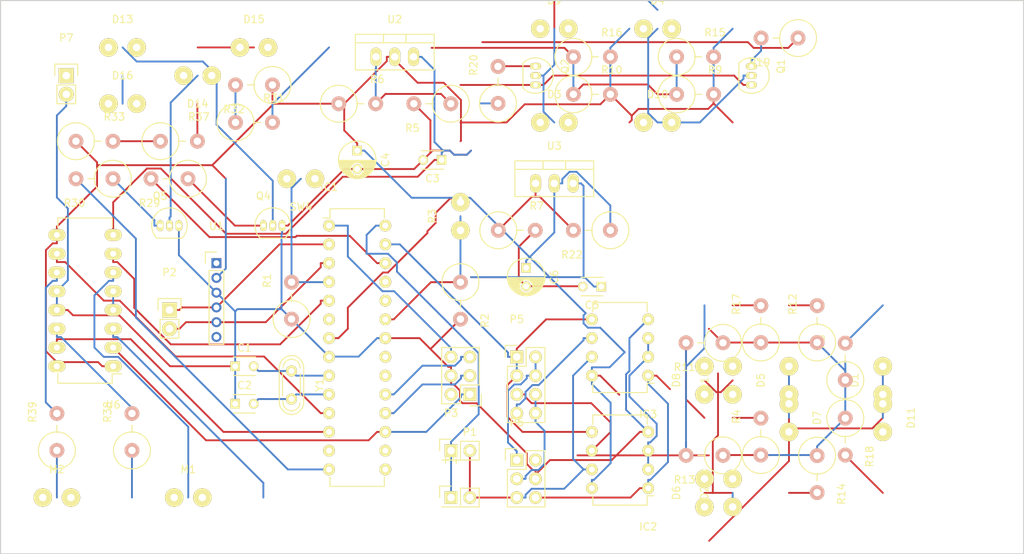
<source format=kicad_pcb>
(kicad_pcb (version 4) (host pcbnew 4.0.2-stable)

  (general
    (links 151)
    (no_connects 49)
    (area 58.344999 54.534999 196.925001 129.615001)
    (thickness 1.6)
    (drawings 5)
    (tracks 597)
    (zones 0)
    (modules 73)
    (nets 72)
  )

  (page A4)
  (layers
    (0 F.Cu signal hide)
    (31 B.Cu signal hide)
    (32 B.Adhes user)
    (33 F.Adhes user)
    (34 B.Paste user)
    (35 F.Paste user)
    (36 B.SilkS user)
    (37 F.SilkS user)
    (38 B.Mask user)
    (39 F.Mask user)
    (40 Dwgs.User user)
    (41 Cmts.User user)
    (42 Eco1.User user)
    (43 Eco2.User user)
    (44 Edge.Cuts user)
    (45 Margin user)
    (46 B.CrtYd user)
    (47 F.CrtYd user)
    (48 B.Fab user)
    (49 F.Fab user)
  )

  (setup
    (last_trace_width 0.25)
    (trace_clearance 0.2)
    (zone_clearance 0.508)
    (zone_45_only no)
    (trace_min 0.2)
    (segment_width 0.2)
    (edge_width 0.15)
    (via_size 0.6)
    (via_drill 0.4)
    (via_min_size 0.4)
    (via_min_drill 0.3)
    (uvia_size 0.3)
    (uvia_drill 0.1)
    (uvias_allowed no)
    (uvia_min_size 0.2)
    (uvia_min_drill 0.1)
    (pcb_text_width 0.3)
    (pcb_text_size 1.5 1.5)
    (mod_edge_width 0.15)
    (mod_text_size 1 1)
    (mod_text_width 0.15)
    (pad_size 1.524 1.524)
    (pad_drill 0.762)
    (pad_to_mask_clearance 0.2)
    (aux_axis_origin 0 0)
    (visible_elements 7FFFFFFF)
    (pcbplotparams
      (layerselection 0x00030_80000001)
      (usegerberextensions false)
      (excludeedgelayer true)
      (linewidth 0.100000)
      (plotframeref false)
      (viasonmask false)
      (mode 1)
      (useauxorigin false)
      (hpglpennumber 1)
      (hpglpenspeed 20)
      (hpglpendiameter 15)
      (hpglpenoverlay 2)
      (psnegative false)
      (psa4output false)
      (plotreference true)
      (plotvalue true)
      (plotinvisibletext false)
      (padsonsilk false)
      (subtractmaskfromsilk false)
      (outputformat 1)
      (mirror false)
      (drillshape 1)
      (scaleselection 1)
      (outputdirectory ""))
  )

  (net 0 "")
  (net 1 GND)
  (net 2 "Net-(C1-Pad2)")
  (net 3 "Net-(C2-Pad2)")
  (net 4 /IR/5V)
  (net 5 /IR/3V)
  (net 6 "Net-(D1-Pad1)")
  (net 7 "Net-(D10-Pad1)")
  (net 8 "Net-(D13-Pad1)")
  (net 9 "Net-(D14-Pad1)")
  (net 10 "Net-(D13-Pad2)")
  (net 11 "Net-(D14-Pad2)")
  (net 12 "Net-(IC2-Pad1)")
  (net 13 /IR/Signal)
  (net 14 /IR/SDA)
  (net 15 "Net-(IC2-Pad6)")
  (net 16 /IR/SCL)
  (net 17 "Net-(IC3-Pad6)")
  (net 18 "Net-(M1-Pad1)")
  (net 19 "Net-(M2-Pad1)")
  (net 20 /Motor/Forw.)
  (net 21 "Net-(IC1-Pad18)")
  (net 22 "Net-(IC1-Pad19)")
  (net 23 "Net-(IC1-Pad1)")
  (net 24 "Net-(Q2-Pad1)")
  (net 25 "Net-(Q4-Pad1)")
  (net 26 "Net-(Q5-Pad1)")
  (net 27 "Net-(IC1-Pad4)")
  (net 28 "Net-(IC1-Pad23)")
  (net 29 "Net-(R5-Pad1)")
  (net 30 "Net-(R22-Pad2)")
  (net 31 "Net-(D1-Pad2)")
  (net 32 "Net-(D2-Pad2)")
  (net 33 "Net-(D5-Pad2)")
  (net 34 "Net-(D6-Pad2)")
  (net 35 "Net-(D7-Pad2)")
  (net 36 "Net-(D8-Pad2)")
  (net 37 "Net-(D11-Pad2)")
  (net 38 "Net-(D12-Pad2)")
  (net 39 /lights/Headlight)
  (net 40 /lights/Brake)
  (net 41 "Net-(R31-Pad1)")
  (net 42 "Net-(D15-Pad2)")
  (net 43 "Net-(R33-Pad2)")
  (net 44 "Net-(D16-Pad2)")
  (net 45 /Motor/Styrning)
  (net 46 "Net-(R38-Pad2)")
  (net 47 "Net-(R39-Pad2)")
  (net 48 /Motor/Vroom)
  (net 49 /Motor/Backw.)
  (net 50 /Motor/Left)
  (net 51 /Motor/Right)
  (net 52 "Net-(IC1-Pad2)")
  (net 53 "Net-(IC1-Pad3)")
  (net 54 "Net-(IC1-Pad6)")
  (net 55 "Net-(IC1-Pad13)")
  (net 56 "Net-(IC1-Pad15)")
  (net 57 "Net-(IC1-Pad16)")
  (net 58 "Net-(IC1-Pad20)")
  (net 59 "Net-(IC1-Pad21)")
  (net 60 "Net-(IC1-Pad24)")
  (net 61 "Net-(IC1-Pad25)")
  (net 62 "Net-(IC2-Pad7)")
  (net 63 "Net-(P1-Pad2)")
  (net 64 "Net-(P5-Pad2)")
  (net 65 "Net-(P5-Pad6)")
  (net 66 "Net-(P6-Pad2)")
  (net 67 "Net-(Q1-Pad1)")
  (net 68 "Net-(U1-Pad1)")
  (net 69 "Net-(U1-Pad6)")
  (net 70 /Motor/9V)
  (net 71 "Net-(P7-Pad1)")

  (net_class Default "This is the default net class."
    (clearance 0.2)
    (trace_width 0.25)
    (via_dia 0.6)
    (via_drill 0.4)
    (uvia_dia 0.3)
    (uvia_drill 0.1)
    (add_net /IR/3V)
    (add_net /IR/5V)
    (add_net /IR/SCL)
    (add_net /IR/SDA)
    (add_net /IR/Signal)
    (add_net /Motor/9V)
    (add_net /Motor/Backw.)
    (add_net /Motor/Forw.)
    (add_net /Motor/Left)
    (add_net /Motor/Right)
    (add_net /Motor/Styrning)
    (add_net /Motor/Vroom)
    (add_net /lights/Brake)
    (add_net /lights/Headlight)
    (add_net GND)
    (add_net "Net-(C1-Pad2)")
    (add_net "Net-(C2-Pad2)")
    (add_net "Net-(D1-Pad1)")
    (add_net "Net-(D1-Pad2)")
    (add_net "Net-(D10-Pad1)")
    (add_net "Net-(D11-Pad2)")
    (add_net "Net-(D12-Pad2)")
    (add_net "Net-(D13-Pad1)")
    (add_net "Net-(D13-Pad2)")
    (add_net "Net-(D14-Pad1)")
    (add_net "Net-(D14-Pad2)")
    (add_net "Net-(D15-Pad2)")
    (add_net "Net-(D16-Pad2)")
    (add_net "Net-(D2-Pad2)")
    (add_net "Net-(D5-Pad2)")
    (add_net "Net-(D6-Pad2)")
    (add_net "Net-(D7-Pad2)")
    (add_net "Net-(D8-Pad2)")
    (add_net "Net-(IC1-Pad1)")
    (add_net "Net-(IC1-Pad13)")
    (add_net "Net-(IC1-Pad15)")
    (add_net "Net-(IC1-Pad16)")
    (add_net "Net-(IC1-Pad18)")
    (add_net "Net-(IC1-Pad19)")
    (add_net "Net-(IC1-Pad2)")
    (add_net "Net-(IC1-Pad20)")
    (add_net "Net-(IC1-Pad21)")
    (add_net "Net-(IC1-Pad23)")
    (add_net "Net-(IC1-Pad24)")
    (add_net "Net-(IC1-Pad25)")
    (add_net "Net-(IC1-Pad3)")
    (add_net "Net-(IC1-Pad4)")
    (add_net "Net-(IC1-Pad6)")
    (add_net "Net-(IC2-Pad1)")
    (add_net "Net-(IC2-Pad6)")
    (add_net "Net-(IC2-Pad7)")
    (add_net "Net-(IC3-Pad6)")
    (add_net "Net-(M1-Pad1)")
    (add_net "Net-(M2-Pad1)")
    (add_net "Net-(P1-Pad2)")
    (add_net "Net-(P5-Pad2)")
    (add_net "Net-(P5-Pad6)")
    (add_net "Net-(P6-Pad2)")
    (add_net "Net-(P7-Pad1)")
    (add_net "Net-(Q1-Pad1)")
    (add_net "Net-(Q2-Pad1)")
    (add_net "Net-(Q4-Pad1)")
    (add_net "Net-(Q5-Pad1)")
    (add_net "Net-(R22-Pad2)")
    (add_net "Net-(R31-Pad1)")
    (add_net "Net-(R33-Pad2)")
    (add_net "Net-(R38-Pad2)")
    (add_net "Net-(R39-Pad2)")
    (add_net "Net-(R5-Pad1)")
    (add_net "Net-(U1-Pad1)")
    (add_net "Net-(U1-Pad6)")
  )

  (net_class Test ""
    (clearance 0.2)
    (trace_width 1)
    (via_dia 1)
    (via_drill 0.8)
    (uvia_dia 0.3)
    (uvia_drill 0.1)
  )

  (module Capacitors_ThroughHole:C_Disc_D3_P2.5 placed (layer F.Cu) (tedit 0) (tstamp 57338532)
    (at 90.17 104.14)
    (descr "Capacitor 3mm Disc, Pitch 2.5mm")
    (tags Capacitor)
    (path /5733CE6C)
    (fp_text reference C1 (at 1.25 -2.5) (layer F.SilkS)
      (effects (font (size 1 1) (thickness 0.15)))
    )
    (fp_text value 22pF (at 1.25 2.5) (layer F.Fab)
      (effects (font (size 1 1) (thickness 0.15)))
    )
    (fp_line (start -0.9 -1.5) (end 3.4 -1.5) (layer F.CrtYd) (width 0.05))
    (fp_line (start 3.4 -1.5) (end 3.4 1.5) (layer F.CrtYd) (width 0.05))
    (fp_line (start 3.4 1.5) (end -0.9 1.5) (layer F.CrtYd) (width 0.05))
    (fp_line (start -0.9 1.5) (end -0.9 -1.5) (layer F.CrtYd) (width 0.05))
    (fp_line (start -0.25 -1.25) (end 2.75 -1.25) (layer F.SilkS) (width 0.15))
    (fp_line (start 2.75 1.25) (end -0.25 1.25) (layer F.SilkS) (width 0.15))
    (pad 1 thru_hole rect (at 0 0) (size 1.3 1.3) (drill 0.8) (layers *.Cu *.Mask F.SilkS)
      (net 1 GND))
    (pad 2 thru_hole circle (at 2.5 0) (size 1.3 1.3) (drill 0.8001) (layers *.Cu *.Mask F.SilkS)
      (net 2 "Net-(C1-Pad2)"))
    (model Capacitors_ThroughHole.3dshapes/C_Disc_D3_P2.5.wrl
      (at (xyz 0.0492126 0 0))
      (scale (xyz 1 1 1))
      (rotate (xyz 0 0 0))
    )
  )

  (module Capacitors_ThroughHole:C_Disc_D3_P2.5 placed (layer F.Cu) (tedit 0) (tstamp 57338538)
    (at 90.17 109.22)
    (descr "Capacitor 3mm Disc, Pitch 2.5mm")
    (tags Capacitor)
    (path /5733D154)
    (fp_text reference C2 (at 1.25 -2.5) (layer F.SilkS)
      (effects (font (size 1 1) (thickness 0.15)))
    )
    (fp_text value 22pF (at 1.25 2.5) (layer F.Fab)
      (effects (font (size 1 1) (thickness 0.15)))
    )
    (fp_line (start -0.9 -1.5) (end 3.4 -1.5) (layer F.CrtYd) (width 0.05))
    (fp_line (start 3.4 -1.5) (end 3.4 1.5) (layer F.CrtYd) (width 0.05))
    (fp_line (start 3.4 1.5) (end -0.9 1.5) (layer F.CrtYd) (width 0.05))
    (fp_line (start -0.9 1.5) (end -0.9 -1.5) (layer F.CrtYd) (width 0.05))
    (fp_line (start -0.25 -1.25) (end 2.75 -1.25) (layer F.SilkS) (width 0.15))
    (fp_line (start 2.75 1.25) (end -0.25 1.25) (layer F.SilkS) (width 0.15))
    (pad 1 thru_hole rect (at 0 0) (size 1.3 1.3) (drill 0.8) (layers *.Cu *.Mask F.SilkS)
      (net 1 GND))
    (pad 2 thru_hole circle (at 2.5 0) (size 1.3 1.3) (drill 0.8001) (layers *.Cu *.Mask F.SilkS)
      (net 3 "Net-(C2-Pad2)"))
    (model Capacitors_ThroughHole.3dshapes/C_Disc_D3_P2.5.wrl
      (at (xyz 0.0492126 0 0))
      (scale (xyz 1 1 1))
      (rotate (xyz 0 0 0))
    )
  )

  (module Capacitors_ThroughHole:C_Disc_D3_P2.5 placed (layer F.Cu) (tedit 0) (tstamp 5733853E)
    (at 118.11 76.2 180)
    (descr "Capacitor 3mm Disc, Pitch 2.5mm")
    (tags Capacitor)
    (path /57160B94/571BBB0A)
    (fp_text reference C3 (at 1.25 -2.5 180) (layer F.SilkS)
      (effects (font (size 1 1) (thickness 0.15)))
    )
    (fp_text value 0.1uF (at 1.25 2.5 180) (layer F.Fab)
      (effects (font (size 1 1) (thickness 0.15)))
    )
    (fp_line (start -0.9 -1.5) (end 3.4 -1.5) (layer F.CrtYd) (width 0.05))
    (fp_line (start 3.4 -1.5) (end 3.4 1.5) (layer F.CrtYd) (width 0.05))
    (fp_line (start 3.4 1.5) (end -0.9 1.5) (layer F.CrtYd) (width 0.05))
    (fp_line (start -0.9 1.5) (end -0.9 -1.5) (layer F.CrtYd) (width 0.05))
    (fp_line (start -0.25 -1.25) (end 2.75 -1.25) (layer F.SilkS) (width 0.15))
    (fp_line (start 2.75 1.25) (end -0.25 1.25) (layer F.SilkS) (width 0.15))
    (pad 1 thru_hole rect (at 0 0 180) (size 1.3 1.3) (drill 0.8) (layers *.Cu *.Mask F.SilkS)
      (net 70 /Motor/9V))
    (pad 2 thru_hole circle (at 2.5 0 180) (size 1.3 1.3) (drill 0.8001) (layers *.Cu *.Mask F.SilkS)
      (net 1 GND))
    (model Capacitors_ThroughHole.3dshapes/C_Disc_D3_P2.5.wrl
      (at (xyz 0.0492126 0 0))
      (scale (xyz 1 1 1))
      (rotate (xyz 0 0 0))
    )
  )

  (module Capacitors_ThroughHole:C_Disc_D3_P2.5 placed (layer F.Cu) (tedit 0) (tstamp 5733854A)
    (at 139.7 93.345 180)
    (descr "Capacitor 3mm Disc, Pitch 2.5mm")
    (tags Capacitor)
    (path /57160B94/571BBC58)
    (fp_text reference C5 (at 1.25 -2.5 180) (layer F.SilkS)
      (effects (font (size 1 1) (thickness 0.15)))
    )
    (fp_text value 0.1uF (at 1.25 2.5 180) (layer F.Fab)
      (effects (font (size 1 1) (thickness 0.15)))
    )
    (fp_line (start -0.9 -1.5) (end 3.4 -1.5) (layer F.CrtYd) (width 0.05))
    (fp_line (start 3.4 -1.5) (end 3.4 1.5) (layer F.CrtYd) (width 0.05))
    (fp_line (start 3.4 1.5) (end -0.9 1.5) (layer F.CrtYd) (width 0.05))
    (fp_line (start -0.9 1.5) (end -0.9 -1.5) (layer F.CrtYd) (width 0.05))
    (fp_line (start -0.25 -1.25) (end 2.75 -1.25) (layer F.SilkS) (width 0.15))
    (fp_line (start 2.75 1.25) (end -0.25 1.25) (layer F.SilkS) (width 0.15))
    (pad 1 thru_hole rect (at 0 0 180) (size 1.3 1.3) (drill 0.8) (layers *.Cu *.Mask F.SilkS)
      (net 70 /Motor/9V))
    (pad 2 thru_hole circle (at 2.5 0 180) (size 1.3 1.3) (drill 0.8001) (layers *.Cu *.Mask F.SilkS)
      (net 1 GND))
    (model Capacitors_ThroughHole.3dshapes/C_Disc_D3_P2.5.wrl
      (at (xyz 0.0492126 0 0))
      (scale (xyz 1 1 1))
      (rotate (xyz 0 0 0))
    )
  )

  (module Housings_DIP:DIP-8_W7.62mm placed (layer F.Cu) (tedit 54130A77) (tstamp 573385C6)
    (at 146.05 120.65 180)
    (descr "8-lead dip package, row spacing 7.62 mm (300 mils)")
    (tags "dil dip 2.54 300")
    (path /571635B2/57175B9E)
    (fp_text reference IC2 (at 0 -5.22 180) (layer F.SilkS)
      (effects (font (size 1 1) (thickness 0.15)))
    )
    (fp_text value ATTINY85-P (at 0 -3.72 180) (layer F.Fab)
      (effects (font (size 1 1) (thickness 0.15)))
    )
    (fp_line (start -1.05 -2.45) (end -1.05 10.1) (layer F.CrtYd) (width 0.05))
    (fp_line (start 8.65 -2.45) (end 8.65 10.1) (layer F.CrtYd) (width 0.05))
    (fp_line (start -1.05 -2.45) (end 8.65 -2.45) (layer F.CrtYd) (width 0.05))
    (fp_line (start -1.05 10.1) (end 8.65 10.1) (layer F.CrtYd) (width 0.05))
    (fp_line (start 0.135 -2.295) (end 0.135 -1.025) (layer F.SilkS) (width 0.15))
    (fp_line (start 7.485 -2.295) (end 7.485 -1.025) (layer F.SilkS) (width 0.15))
    (fp_line (start 7.485 9.915) (end 7.485 8.645) (layer F.SilkS) (width 0.15))
    (fp_line (start 0.135 9.915) (end 0.135 8.645) (layer F.SilkS) (width 0.15))
    (fp_line (start 0.135 -2.295) (end 7.485 -2.295) (layer F.SilkS) (width 0.15))
    (fp_line (start 0.135 9.915) (end 7.485 9.915) (layer F.SilkS) (width 0.15))
    (fp_line (start 0.135 -1.025) (end -0.8 -1.025) (layer F.SilkS) (width 0.15))
    (pad 1 thru_hole oval (at 0 0 180) (size 1.6 1.6) (drill 0.8) (layers *.Cu *.Mask F.SilkS)
      (net 12 "Net-(IC2-Pad1)"))
    (pad 2 thru_hole oval (at 0 2.54 180) (size 1.6 1.6) (drill 0.8) (layers *.Cu *.Mask F.SilkS)
      (net 13 /IR/Signal))
    (pad 3 thru_hole oval (at 0 5.08 180) (size 1.6 1.6) (drill 0.8) (layers *.Cu *.Mask F.SilkS)
      (net 13 /IR/Signal))
    (pad 4 thru_hole oval (at 0 7.62 180) (size 1.6 1.6) (drill 0.8) (layers *.Cu *.Mask F.SilkS)
      (net 1 GND))
    (pad 5 thru_hole oval (at 7.62 7.62 180) (size 1.6 1.6) (drill 0.8) (layers *.Cu *.Mask F.SilkS)
      (net 14 /IR/SDA))
    (pad 6 thru_hole oval (at 7.62 5.08 180) (size 1.6 1.6) (drill 0.8) (layers *.Cu *.Mask F.SilkS)
      (net 15 "Net-(IC2-Pad6)"))
    (pad 7 thru_hole oval (at 7.62 2.54 180) (size 1.6 1.6) (drill 0.8) (layers *.Cu *.Mask F.SilkS)
      (net 62 "Net-(IC2-Pad7)"))
    (pad 8 thru_hole oval (at 7.62 0 180) (size 1.6 1.6) (drill 0.8) (layers *.Cu *.Mask F.SilkS)
      (net 4 /IR/5V))
    (model Housings_DIP.3dshapes/DIP-8_W7.62mm.wrl
      (at (xyz 0 0 0))
      (scale (xyz 1 1 1))
      (rotate (xyz 0 0 0))
    )
  )

  (module Housings_DIP:DIP-8_W7.62mm placed (layer F.Cu) (tedit 54130A77) (tstamp 573385D2)
    (at 146.05 105.41 180)
    (descr "8-lead dip package, row spacing 7.62 mm (300 mils)")
    (tags "dil dip 2.54 300")
    (path /571635B2/5735BACE)
    (fp_text reference IC3 (at 0 -5.22 180) (layer F.SilkS)
      (effects (font (size 1 1) (thickness 0.15)))
    )
    (fp_text value ATTINY85-P (at 0 -3.72 180) (layer F.Fab)
      (effects (font (size 1 1) (thickness 0.15)))
    )
    (fp_line (start -1.05 -2.45) (end -1.05 10.1) (layer F.CrtYd) (width 0.05))
    (fp_line (start 8.65 -2.45) (end 8.65 10.1) (layer F.CrtYd) (width 0.05))
    (fp_line (start -1.05 -2.45) (end 8.65 -2.45) (layer F.CrtYd) (width 0.05))
    (fp_line (start -1.05 10.1) (end 8.65 10.1) (layer F.CrtYd) (width 0.05))
    (fp_line (start 0.135 -2.295) (end 0.135 -1.025) (layer F.SilkS) (width 0.15))
    (fp_line (start 7.485 -2.295) (end 7.485 -1.025) (layer F.SilkS) (width 0.15))
    (fp_line (start 7.485 9.915) (end 7.485 8.645) (layer F.SilkS) (width 0.15))
    (fp_line (start 0.135 9.915) (end 0.135 8.645) (layer F.SilkS) (width 0.15))
    (fp_line (start 0.135 -2.295) (end 7.485 -2.295) (layer F.SilkS) (width 0.15))
    (fp_line (start 0.135 9.915) (end 7.485 9.915) (layer F.SilkS) (width 0.15))
    (fp_line (start 0.135 -1.025) (end -0.8 -1.025) (layer F.SilkS) (width 0.15))
    (pad 1 thru_hole oval (at 0 0 180) (size 1.6 1.6) (drill 0.8) (layers *.Cu *.Mask F.SilkS)
      (net 12 "Net-(IC2-Pad1)"))
    (pad 2 thru_hole oval (at 0 2.54 180) (size 1.6 1.6) (drill 0.8) (layers *.Cu *.Mask F.SilkS)
      (net 13 /IR/Signal))
    (pad 3 thru_hole oval (at 0 5.08 180) (size 1.6 1.6) (drill 0.8) (layers *.Cu *.Mask F.SilkS)
      (net 13 /IR/Signal))
    (pad 4 thru_hole oval (at 0 7.62 180) (size 1.6 1.6) (drill 0.8) (layers *.Cu *.Mask F.SilkS)
      (net 1 GND))
    (pad 5 thru_hole oval (at 7.62 7.62 180) (size 1.6 1.6) (drill 0.8) (layers *.Cu *.Mask F.SilkS)
      (net 14 /IR/SDA))
    (pad 6 thru_hole oval (at 7.62 5.08 180) (size 1.6 1.6) (drill 0.8) (layers *.Cu *.Mask F.SilkS)
      (net 17 "Net-(IC3-Pad6)"))
    (pad 7 thru_hole oval (at 7.62 2.54 180) (size 1.6 1.6) (drill 0.8) (layers *.Cu *.Mask F.SilkS)
      (net 62 "Net-(IC2-Pad7)"))
    (pad 8 thru_hole oval (at 7.62 0 180) (size 1.6 1.6) (drill 0.8) (layers *.Cu *.Mask F.SilkS)
      (net 4 /IR/5V))
    (model Housings_DIP.3dshapes/DIP-8_W7.62mm.wrl
      (at (xyz 0 0 0))
      (scale (xyz 1 1 1))
      (rotate (xyz 0 0 0))
    )
  )

  (module Resistors_ThroughHole:Resistor_Vertical_RM5mm placed (layer F.Cu) (tedit 0) (tstamp 5733862A)
    (at 97.79 95.25 90)
    (descr "Resistor, Vertical, RM 5mm, 1/3W,")
    (tags "Resistor, Vertical, RM 5mm, 1/3W,")
    (path /573423F7)
    (fp_text reference R1 (at 2.70002 -3.29946 90) (layer F.SilkS)
      (effects (font (size 1 1) (thickness 0.15)))
    )
    (fp_text value 1k (at 0 4.50088 90) (layer F.Fab)
      (effects (font (size 1 1) (thickness 0.15)))
    )
    (fp_line (start -0.09906 0) (end 0.9017 0) (layer F.SilkS) (width 0.15))
    (fp_circle (center -2.49936 0) (end 0 0) (layer F.SilkS) (width 0.15))
    (pad 1 thru_hole circle (at -2.49936 0 90) (size 1.99898 1.99898) (drill 1.00076) (layers *.Cu *.SilkS *.Mask)
      (net 1 GND))
    (pad 2 thru_hole circle (at 2.5019 0 90) (size 1.99898 1.99898) (drill 1.00076) (layers *.Cu *.SilkS *.Mask)
      (net 27 "Net-(IC1-Pad4)"))
  )

  (module Resistors_ThroughHole:Resistor_Vertical_RM5mm placed (layer F.Cu) (tedit 0) (tstamp 57338630)
    (at 120.65 95.25 270)
    (descr "Resistor, Vertical, RM 5mm, 1/3W,")
    (tags "Resistor, Vertical, RM 5mm, 1/3W,")
    (path /5716E4CF)
    (fp_text reference R2 (at 2.70002 -3.29946 270) (layer F.SilkS)
      (effects (font (size 1 1) (thickness 0.15)))
    )
    (fp_text value 10k (at 0 4.50088 270) (layer F.Fab)
      (effects (font (size 1 1) (thickness 0.15)))
    )
    (fp_line (start -0.09906 0) (end 0.9017 0) (layer F.SilkS) (width 0.15))
    (fp_circle (center -2.49936 0) (end 0 0) (layer F.SilkS) (width 0.15))
    (pad 1 thru_hole circle (at -2.49936 0 270) (size 1.99898 1.99898) (drill 1.00076) (layers *.Cu *.SilkS *.Mask)
      (net 28 "Net-(IC1-Pad23)"))
    (pad 2 thru_hole circle (at 2.5019 0 270) (size 1.99898 1.99898) (drill 1.00076) (layers *.Cu *.SilkS *.Mask)
      (net 1 GND))
  )

  (module Resistors_ThroughHole:Resistor_Vertical_RM5mm placed (layer F.Cu) (tedit 0) (tstamp 5733863C)
    (at 116.84 68.58 180)
    (descr "Resistor, Vertical, RM 5mm, 1/3W,")
    (tags "Resistor, Vertical, RM 5mm, 1/3W,")
    (path /57160B94/5716119D)
    (fp_text reference R5 (at 2.70002 -3.29946 180) (layer F.SilkS)
      (effects (font (size 1 1) (thickness 0.15)))
    )
    (fp_text value 1K (at 0 4.50088 180) (layer F.Fab)
      (effects (font (size 1 1) (thickness 0.15)))
    )
    (fp_line (start -0.09906 0) (end 0.9017 0) (layer F.SilkS) (width 0.15))
    (fp_circle (center -2.49936 0) (end 0 0) (layer F.SilkS) (width 0.15))
    (pad 1 thru_hole circle (at -2.49936 0 180) (size 1.99898 1.99898) (drill 1.00076) (layers *.Cu *.SilkS *.Mask)
      (net 29 "Net-(R5-Pad1)"))
    (pad 2 thru_hole circle (at 2.5019 0 180) (size 1.99898 1.99898) (drill 1.00076) (layers *.Cu *.SilkS *.Mask)
      (net 1 GND))
  )

  (module Resistors_ThroughHole:Resistor_Vertical_RM5mm placed (layer F.Cu) (tedit 0) (tstamp 57338642)
    (at 106.68 68.58)
    (descr "Resistor, Vertical, RM 5mm, 1/3W,")
    (tags "Resistor, Vertical, RM 5mm, 1/3W,")
    (path /57160B94/57161132)
    (fp_text reference R6 (at 2.70002 -3.29946) (layer F.SilkS)
      (effects (font (size 1 1) (thickness 0.15)))
    )
    (fp_text value 330 (at 0 4.50088) (layer F.Fab)
      (effects (font (size 1 1) (thickness 0.15)))
    )
    (fp_line (start -0.09906 0) (end 0.9017 0) (layer F.SilkS) (width 0.15))
    (fp_circle (center -2.49936 0) (end 0 0) (layer F.SilkS) (width 0.15))
    (pad 1 thru_hole circle (at -2.49936 0) (size 1.99898 1.99898) (drill 1.00076) (layers *.Cu *.SilkS *.Mask)
      (net 4 /IR/5V))
    (pad 2 thru_hole circle (at 2.5019 0) (size 1.99898 1.99898) (drill 1.00076) (layers *.Cu *.SilkS *.Mask)
      (net 29 "Net-(R5-Pad1)"))
  )

  (module Resistors_ThroughHole:Resistor_Vertical_RM5mm placed (layer F.Cu) (tedit 0) (tstamp 57338648)
    (at 128.27 85.725)
    (descr "Resistor, Vertical, RM 5mm, 1/3W,")
    (tags "Resistor, Vertical, RM 5mm, 1/3W,")
    (path /57160B94/571810C0)
    (fp_text reference R7 (at 2.70002 -3.29946) (layer F.SilkS)
      (effects (font (size 1 1) (thickness 0.15)))
    )
    (fp_text value 470 (at 0 4.50088) (layer F.Fab)
      (effects (font (size 1 1) (thickness 0.15)))
    )
    (fp_line (start -0.09906 0) (end 0.9017 0) (layer F.SilkS) (width 0.15))
    (fp_circle (center -2.49936 0) (end 0 0) (layer F.SilkS) (width 0.15))
    (pad 1 thru_hole circle (at -2.49936 0) (size 1.99898 1.99898) (drill 1.00076) (layers *.Cu *.SilkS *.Mask)
      (net 30 "Net-(R22-Pad2)"))
    (pad 2 thru_hole circle (at 2.5019 0) (size 1.99898 1.99898) (drill 1.00076) (layers *.Cu *.SilkS *.Mask)
      (net 1 GND))
  )

  (module Resistors_ThroughHole:Resistor_Vertical_RM5mm placed (layer F.Cu) (tedit 0) (tstamp 5733864E)
    (at 172.72 103.505 90)
    (descr "Resistor, Vertical, RM 5mm, 1/3W,")
    (tags "Resistor, Vertical, RM 5mm, 1/3W,")
    (path /571635B2/57175C32)
    (fp_text reference R8 (at 2.70002 -3.29946 90) (layer F.SilkS)
      (effects (font (size 1 1) (thickness 0.15)))
    )
    (fp_text value 22 (at 0 4.50088 90) (layer F.Fab)
      (effects (font (size 1 1) (thickness 0.15)))
    )
    (fp_line (start -0.09906 0) (end 0.9017 0) (layer F.SilkS) (width 0.15))
    (fp_circle (center -2.49936 0) (end 0 0) (layer F.SilkS) (width 0.15))
    (pad 1 thru_hole circle (at -2.49936 0 90) (size 1.99898 1.99898) (drill 1.00076) (layers *.Cu *.SilkS *.Mask)
      (net 5 /IR/3V))
    (pad 2 thru_hole circle (at 2.5019 0 90) (size 1.99898 1.99898) (drill 1.00076) (layers *.Cu *.SilkS *.Mask)
      (net 31 "Net-(D1-Pad2)"))
  )

  (module Resistors_ThroughHole:Resistor_Vertical_RM5mm placed (layer F.Cu) (tedit 0) (tstamp 57338654)
    (at 152.4 67.31)
    (descr "Resistor, Vertical, RM 5mm, 1/3W,")
    (tags "Resistor, Vertical, RM 5mm, 1/3W,")
    (path /571635B2/5735BB12)
    (fp_text reference R9 (at 2.70002 -3.29946) (layer F.SilkS)
      (effects (font (size 1 1) (thickness 0.15)))
    )
    (fp_text value 100 (at 0 4.50088) (layer F.Fab)
      (effects (font (size 1 1) (thickness 0.15)))
    )
    (fp_line (start -0.09906 0) (end 0.9017 0) (layer F.SilkS) (width 0.15))
    (fp_circle (center -2.49936 0) (end 0 0) (layer F.SilkS) (width 0.15))
    (pad 1 thru_hole circle (at -2.49936 0) (size 1.99898 1.99898) (drill 1.00076) (layers *.Cu *.SilkS *.Mask)
      (net 4 /IR/5V))
    (pad 2 thru_hole circle (at 2.5019 0) (size 1.99898 1.99898) (drill 1.00076) (layers *.Cu *.SilkS *.Mask)
      (net 13 /IR/Signal))
  )

  (module Resistors_ThroughHole:Resistor_Vertical_RM5mm placed (layer F.Cu) (tedit 0) (tstamp 5733865A)
    (at 138.43 67.31)
    (descr "Resistor, Vertical, RM 5mm, 1/3W,")
    (tags "Resistor, Vertical, RM 5mm, 1/3W,")
    (path /571635B2/57175C0B)
    (fp_text reference R10 (at 2.70002 -3.29946) (layer F.SilkS)
      (effects (font (size 1 1) (thickness 0.15)))
    )
    (fp_text value 100 (at 0 4.50088) (layer F.Fab)
      (effects (font (size 1 1) (thickness 0.15)))
    )
    (fp_line (start -0.09906 0) (end 0.9017 0) (layer F.SilkS) (width 0.15))
    (fp_circle (center -2.49936 0) (end 0 0) (layer F.SilkS) (width 0.15))
    (pad 1 thru_hole circle (at -2.49936 0) (size 1.99898 1.99898) (drill 1.00076) (layers *.Cu *.SilkS *.Mask)
      (net 4 /IR/5V))
    (pad 2 thru_hole circle (at 2.5019 0) (size 1.99898 1.99898) (drill 1.00076) (layers *.Cu *.SilkS *.Mask)
      (net 13 /IR/Signal))
  )

  (module Resistors_ThroughHole:Resistor_Vertical_RM5mm placed (layer F.Cu) (tedit 0) (tstamp 57338660)
    (at 153.67 100.965 180)
    (descr "Resistor, Vertical, RM 5mm, 1/3W,")
    (tags "Resistor, Vertical, RM 5mm, 1/3W,")
    (path /571635B2/5735BB2A)
    (fp_text reference R11 (at 2.70002 -3.29946 180) (layer F.SilkS)
      (effects (font (size 1 1) (thickness 0.15)))
    )
    (fp_text value 22 (at 0 4.50088 180) (layer F.Fab)
      (effects (font (size 1 1) (thickness 0.15)))
    )
    (fp_line (start -0.09906 0) (end 0.9017 0) (layer F.SilkS) (width 0.15))
    (fp_circle (center -2.49936 0) (end 0 0) (layer F.SilkS) (width 0.15))
    (pad 1 thru_hole circle (at -2.49936 0 180) (size 1.99898 1.99898) (drill 1.00076) (layers *.Cu *.SilkS *.Mask)
      (net 5 /IR/3V))
    (pad 2 thru_hole circle (at 2.5019 0 180) (size 1.99898 1.99898) (drill 1.00076) (layers *.Cu *.SilkS *.Mask)
      (net 34 "Net-(D6-Pad2)"))
  )

  (module Resistors_ThroughHole:Resistor_Vertical_RM5mm placed (layer F.Cu) (tedit 0) (tstamp 57338666)
    (at 168.91 98.425 90)
    (descr "Resistor, Vertical, RM 5mm, 1/3W,")
    (tags "Resistor, Vertical, RM 5mm, 1/3W,")
    (path /571635B2/57175C2C)
    (fp_text reference R12 (at 2.70002 -3.29946 90) (layer F.SilkS)
      (effects (font (size 1 1) (thickness 0.15)))
    )
    (fp_text value 22 (at 0 4.50088 90) (layer F.Fab)
      (effects (font (size 1 1) (thickness 0.15)))
    )
    (fp_line (start -0.09906 0) (end 0.9017 0) (layer F.SilkS) (width 0.15))
    (fp_circle (center -2.49936 0) (end 0 0) (layer F.SilkS) (width 0.15))
    (pad 1 thru_hole circle (at -2.49936 0 90) (size 1.99898 1.99898) (drill 1.00076) (layers *.Cu *.SilkS *.Mask)
      (net 5 /IR/3V))
    (pad 2 thru_hole circle (at 2.5019 0 90) (size 1.99898 1.99898) (drill 1.00076) (layers *.Cu *.SilkS *.Mask)
      (net 33 "Net-(D5-Pad2)"))
  )

  (module Resistors_ThroughHole:Resistor_Vertical_RM5mm placed (layer F.Cu) (tedit 0) (tstamp 5733866C)
    (at 153.67 116.205 180)
    (descr "Resistor, Vertical, RM 5mm, 1/3W,")
    (tags "Resistor, Vertical, RM 5mm, 1/3W,")
    (path /571635B2/5735BAF9)
    (fp_text reference R13 (at 2.70002 -3.29946 180) (layer F.SilkS)
      (effects (font (size 1 1) (thickness 0.15)))
    )
    (fp_text value 22 (at 0 4.50088 180) (layer F.Fab)
      (effects (font (size 1 1) (thickness 0.15)))
    )
    (fp_line (start -0.09906 0) (end 0.9017 0) (layer F.SilkS) (width 0.15))
    (fp_circle (center -2.49936 0) (end 0 0) (layer F.SilkS) (width 0.15))
    (pad 1 thru_hole circle (at -2.49936 0 180) (size 1.99898 1.99898) (drill 1.00076) (layers *.Cu *.SilkS *.Mask)
      (net 5 /IR/3V))
    (pad 2 thru_hole circle (at 2.5019 0 180) (size 1.99898 1.99898) (drill 1.00076) (layers *.Cu *.SilkS *.Mask)
      (net 36 "Net-(D8-Pad2)"))
  )

  (module Resistors_ThroughHole:Resistor_Vertical_RM5mm placed (layer F.Cu) (tedit 0) (tstamp 57338672)
    (at 168.91 118.745 270)
    (descr "Resistor, Vertical, RM 5mm, 1/3W,")
    (tags "Resistor, Vertical, RM 5mm, 1/3W,")
    (path /571635B2/57175BE7)
    (fp_text reference R14 (at 2.70002 -3.29946 270) (layer F.SilkS)
      (effects (font (size 1 1) (thickness 0.15)))
    )
    (fp_text value 22 (at 0 4.50088 270) (layer F.Fab)
      (effects (font (size 1 1) (thickness 0.15)))
    )
    (fp_line (start -0.09906 0) (end 0.9017 0) (layer F.SilkS) (width 0.15))
    (fp_circle (center -2.49936 0) (end 0 0) (layer F.SilkS) (width 0.15))
    (pad 1 thru_hole circle (at -2.49936 0 270) (size 1.99898 1.99898) (drill 1.00076) (layers *.Cu *.SilkS *.Mask)
      (net 5 /IR/3V))
    (pad 2 thru_hole circle (at 2.5019 0 270) (size 1.99898 1.99898) (drill 1.00076) (layers *.Cu *.SilkS *.Mask)
      (net 35 "Net-(D7-Pad2)"))
  )

  (module Resistors_ThroughHole:Resistor_Vertical_RM5mm placed (layer F.Cu) (tedit 0) (tstamp 57338678)
    (at 152.4 62.23)
    (descr "Resistor, Vertical, RM 5mm, 1/3W,")
    (tags "Resistor, Vertical, RM 5mm, 1/3W,")
    (path /571635B2/5735BAED)
    (fp_text reference R15 (at 2.70002 -3.29946) (layer F.SilkS)
      (effects (font (size 1 1) (thickness 0.15)))
    )
    (fp_text value 100 (at 0 4.50088) (layer F.Fab)
      (effects (font (size 1 1) (thickness 0.15)))
    )
    (fp_line (start -0.09906 0) (end 0.9017 0) (layer F.SilkS) (width 0.15))
    (fp_circle (center -2.49936 0) (end 0 0) (layer F.SilkS) (width 0.15))
    (pad 1 thru_hole circle (at -2.49936 0) (size 1.99898 1.99898) (drill 1.00076) (layers *.Cu *.SilkS *.Mask)
      (net 4 /IR/5V))
    (pad 2 thru_hole circle (at 2.5019 0) (size 1.99898 1.99898) (drill 1.00076) (layers *.Cu *.SilkS *.Mask)
      (net 13 /IR/Signal))
  )

  (module Resistors_ThroughHole:Resistor_Vertical_RM5mm placed (layer F.Cu) (tedit 0) (tstamp 5733867E)
    (at 138.43 62.23)
    (descr "Resistor, Vertical, RM 5mm, 1/3W,")
    (tags "Resistor, Vertical, RM 5mm, 1/3W,")
    (path /571635B2/57175BC0)
    (fp_text reference R16 (at 2.70002 -3.29946) (layer F.SilkS)
      (effects (font (size 1 1) (thickness 0.15)))
    )
    (fp_text value 100 (at 0 4.50088) (layer F.Fab)
      (effects (font (size 1 1) (thickness 0.15)))
    )
    (fp_line (start -0.09906 0) (end 0.9017 0) (layer F.SilkS) (width 0.15))
    (fp_circle (center -2.49936 0) (end 0 0) (layer F.SilkS) (width 0.15))
    (pad 1 thru_hole circle (at -2.49936 0) (size 1.99898 1.99898) (drill 1.00076) (layers *.Cu *.SilkS *.Mask)
      (net 4 /IR/5V))
    (pad 2 thru_hole circle (at 2.5019 0) (size 1.99898 1.99898) (drill 1.00076) (layers *.Cu *.SilkS *.Mask)
      (net 13 /IR/Signal))
  )

  (module Resistors_ThroughHole:Resistor_Vertical_RM5mm placed (layer F.Cu) (tedit 0) (tstamp 57338684)
    (at 161.29 98.425 90)
    (descr "Resistor, Vertical, RM 5mm, 1/3W,")
    (tags "Resistor, Vertical, RM 5mm, 1/3W,")
    (path /571635B2/5735BAF3)
    (fp_text reference R17 (at 2.70002 -3.29946 90) (layer F.SilkS)
      (effects (font (size 1 1) (thickness 0.15)))
    )
    (fp_text value 22 (at 0 4.50088 90) (layer F.Fab)
      (effects (font (size 1 1) (thickness 0.15)))
    )
    (fp_line (start -0.09906 0) (end 0.9017 0) (layer F.SilkS) (width 0.15))
    (fp_circle (center -2.49936 0) (end 0 0) (layer F.SilkS) (width 0.15))
    (pad 1 thru_hole circle (at -2.49936 0 90) (size 1.99898 1.99898) (drill 1.00076) (layers *.Cu *.SilkS *.Mask)
      (net 5 /IR/3V))
    (pad 2 thru_hole circle (at 2.5019 0 90) (size 1.99898 1.99898) (drill 1.00076) (layers *.Cu *.SilkS *.Mask)
      (net 38 "Net-(D12-Pad2)"))
  )

  (module Resistors_ThroughHole:Resistor_Vertical_RM5mm placed (layer F.Cu) (tedit 0) (tstamp 5733868A)
    (at 172.72 113.665 270)
    (descr "Resistor, Vertical, RM 5mm, 1/3W,")
    (tags "Resistor, Vertical, RM 5mm, 1/3W,")
    (path /571635B2/57175BE1)
    (fp_text reference R18 (at 2.70002 -3.29946 270) (layer F.SilkS)
      (effects (font (size 1 1) (thickness 0.15)))
    )
    (fp_text value 22 (at 0 4.50088 270) (layer F.Fab)
      (effects (font (size 1 1) (thickness 0.15)))
    )
    (fp_line (start -0.09906 0) (end 0.9017 0) (layer F.SilkS) (width 0.15))
    (fp_circle (center -2.49936 0) (end 0 0) (layer F.SilkS) (width 0.15))
    (pad 1 thru_hole circle (at -2.49936 0 270) (size 1.99898 1.99898) (drill 1.00076) (layers *.Cu *.SilkS *.Mask)
      (net 5 /IR/3V))
    (pad 2 thru_hole circle (at 2.5019 0 270) (size 1.99898 1.99898) (drill 1.00076) (layers *.Cu *.SilkS *.Mask)
      (net 37 "Net-(D11-Pad2)"))
  )

  (module Resistors_ThroughHole:Resistor_Vertical_RM5mm placed (layer F.Cu) (tedit 0) (tstamp 57338690)
    (at 163.83 59.69 180)
    (descr "Resistor, Vertical, RM 5mm, 1/3W,")
    (tags "Resistor, Vertical, RM 5mm, 1/3W,")
    (path /571635B2/5735BB24)
    (fp_text reference R19 (at 2.70002 -3.29946 180) (layer F.SilkS)
      (effects (font (size 1 1) (thickness 0.15)))
    )
    (fp_text value 1K (at 0 4.50088 180) (layer F.Fab)
      (effects (font (size 1 1) (thickness 0.15)))
    )
    (fp_line (start -0.09906 0) (end 0.9017 0) (layer F.SilkS) (width 0.15))
    (fp_circle (center -2.49936 0) (end 0 0) (layer F.SilkS) (width 0.15))
    (pad 1 thru_hole circle (at -2.49936 0 180) (size 1.99898 1.99898) (drill 1.00076) (layers *.Cu *.SilkS *.Mask)
      (net 12 "Net-(IC2-Pad1)"))
    (pad 2 thru_hole circle (at 2.5019 0 180) (size 1.99898 1.99898) (drill 1.00076) (layers *.Cu *.SilkS *.Mask)
      (net 67 "Net-(Q1-Pad1)"))
  )

  (module Resistors_ThroughHole:Resistor_Vertical_RM5mm placed (layer F.Cu) (tedit 0) (tstamp 57338696)
    (at 125.73 66.04 90)
    (descr "Resistor, Vertical, RM 5mm, 1/3W,")
    (tags "Resistor, Vertical, RM 5mm, 1/3W,")
    (path /571635B2/57175C25)
    (fp_text reference R20 (at 2.70002 -3.29946 90) (layer F.SilkS)
      (effects (font (size 1 1) (thickness 0.15)))
    )
    (fp_text value 1K (at 0 4.50088 90) (layer F.Fab)
      (effects (font (size 1 1) (thickness 0.15)))
    )
    (fp_line (start -0.09906 0) (end 0.9017 0) (layer F.SilkS) (width 0.15))
    (fp_circle (center -2.49936 0) (end 0 0) (layer F.SilkS) (width 0.15))
    (pad 1 thru_hole circle (at -2.49936 0 90) (size 1.99898 1.99898) (drill 1.00076) (layers *.Cu *.SilkS *.Mask)
      (net 12 "Net-(IC2-Pad1)"))
    (pad 2 thru_hole circle (at 2.5019 0 90) (size 1.99898 1.99898) (drill 1.00076) (layers *.Cu *.SilkS *.Mask)
      (net 24 "Net-(Q2-Pad1)"))
  )

  (module Resistors_ThroughHole:Resistor_Vertical_RM5mm placed (layer F.Cu) (tedit 0) (tstamp 573386A2)
    (at 138.43 85.725 180)
    (descr "Resistor, Vertical, RM 5mm, 1/3W,")
    (tags "Resistor, Vertical, RM 5mm, 1/3W,")
    (path /57160B94/571810BA)
    (fp_text reference R22 (at 2.70002 -3.29946 180) (layer F.SilkS)
      (effects (font (size 1 1) (thickness 0.15)))
    )
    (fp_text value 330 (at 0 4.50088 180) (layer F.Fab)
      (effects (font (size 1 1) (thickness 0.15)))
    )
    (fp_line (start -0.09906 0) (end 0.9017 0) (layer F.SilkS) (width 0.15))
    (fp_circle (center -2.49936 0) (end 0 0) (layer F.SilkS) (width 0.15))
    (pad 1 thru_hole circle (at -2.49936 0 180) (size 1.99898 1.99898) (drill 1.00076) (layers *.Cu *.SilkS *.Mask)
      (net 5 /IR/3V))
    (pad 2 thru_hole circle (at 2.5019 0 180) (size 1.99898 1.99898) (drill 1.00076) (layers *.Cu *.SilkS *.Mask)
      (net 30 "Net-(R22-Pad2)"))
  )

  (module Resistors_ThroughHole:Resistor_Vertical_RM5mm placed (layer F.Cu) (tedit 0) (tstamp 573386A8)
    (at 81.28 78.74 180)
    (descr "Resistor, Vertical, RM 5mm, 1/3W,")
    (tags "Resistor, Vertical, RM 5mm, 1/3W,")
    (path /57166F5B/5716799C)
    (fp_text reference R29 (at 2.70002 -3.29946 180) (layer F.SilkS)
      (effects (font (size 1 1) (thickness 0.15)))
    )
    (fp_text value 1K (at 0 4.50088 180) (layer F.Fab)
      (effects (font (size 1 1) (thickness 0.15)))
    )
    (fp_line (start -0.09906 0) (end 0.9017 0) (layer F.SilkS) (width 0.15))
    (fp_circle (center -2.49936 0) (end 0 0) (layer F.SilkS) (width 0.15))
    (pad 1 thru_hole circle (at -2.49936 0 180) (size 1.99898 1.99898) (drill 1.00076) (layers *.Cu *.SilkS *.Mask)
      (net 25 "Net-(Q4-Pad1)"))
    (pad 2 thru_hole circle (at 2.5019 0 180) (size 1.99898 1.99898) (drill 1.00076) (layers *.Cu *.SilkS *.Mask)
      (net 39 /lights/Headlight))
  )

  (module Resistors_ThroughHole:Resistor_Vertical_RM5mm placed (layer F.Cu) (tedit 0) (tstamp 573386AE)
    (at 71.12 78.74 180)
    (descr "Resistor, Vertical, RM 5mm, 1/3W,")
    (tags "Resistor, Vertical, RM 5mm, 1/3W,")
    (path /57166F5B/57167A65)
    (fp_text reference R30 (at 2.70002 -3.29946 180) (layer F.SilkS)
      (effects (font (size 1 1) (thickness 0.15)))
    )
    (fp_text value 1K (at 0 4.50088 180) (layer F.Fab)
      (effects (font (size 1 1) (thickness 0.15)))
    )
    (fp_line (start -0.09906 0) (end 0.9017 0) (layer F.SilkS) (width 0.15))
    (fp_circle (center -2.49936 0) (end 0 0) (layer F.SilkS) (width 0.15))
    (pad 1 thru_hole circle (at -2.49936 0 180) (size 1.99898 1.99898) (drill 1.00076) (layers *.Cu *.SilkS *.Mask)
      (net 26 "Net-(Q5-Pad1)"))
    (pad 2 thru_hole circle (at 2.5019 0 180) (size 1.99898 1.99898) (drill 1.00076) (layers *.Cu *.SilkS *.Mask)
      (net 40 /lights/Brake))
  )

  (module Resistors_ThroughHole:Resistor_Vertical_RM5mm placed (layer F.Cu) (tedit 0) (tstamp 573386B4)
    (at 92.71 71.12)
    (descr "Resistor, Vertical, RM 5mm, 1/3W,")
    (tags "Resistor, Vertical, RM 5mm, 1/3W,")
    (path /57166F5B/571B4C7D)
    (fp_text reference R31 (at 2.70002 -3.29946) (layer F.SilkS)
      (effects (font (size 1 1) (thickness 0.15)))
    )
    (fp_text value 22 (at 0 4.50088) (layer F.Fab)
      (effects (font (size 1 1) (thickness 0.15)))
    )
    (fp_line (start -0.09906 0) (end 0.9017 0) (layer F.SilkS) (width 0.15))
    (fp_circle (center -2.49936 0) (end 0 0) (layer F.SilkS) (width 0.15))
    (pad 1 thru_hole circle (at -2.49936 0) (size 1.99898 1.99898) (drill 1.00076) (layers *.Cu *.SilkS *.Mask)
      (net 41 "Net-(R31-Pad1)"))
    (pad 2 thru_hole circle (at 2.5019 0) (size 1.99898 1.99898) (drill 1.00076) (layers *.Cu *.SilkS *.Mask)
      (net 42 "Net-(D15-Pad2)"))
  )

  (module Resistors_ThroughHole:Resistor_Vertical_RM5mm placed (layer F.Cu) (tedit 0) (tstamp 573386BA)
    (at 92.71 66.04 180)
    (descr "Resistor, Vertical, RM 5mm, 1/3W,")
    (tags "Resistor, Vertical, RM 5mm, 1/3W,")
    (path /57166F5B/57167B98)
    (fp_text reference R32 (at 2.70002 -3.29946 180) (layer F.SilkS)
      (effects (font (size 1 1) (thickness 0.15)))
    )
    (fp_text value 10 (at 0 4.50088 180) (layer F.Fab)
      (effects (font (size 1 1) (thickness 0.15)))
    )
    (fp_line (start -0.09906 0) (end 0.9017 0) (layer F.SilkS) (width 0.15))
    (fp_circle (center -2.49936 0) (end 0 0) (layer F.SilkS) (width 0.15))
    (pad 1 thru_hole circle (at -2.49936 0 180) (size 1.99898 1.99898) (drill 1.00076) (layers *.Cu *.SilkS *.Mask)
      (net 4 /IR/5V))
    (pad 2 thru_hole circle (at 2.5019 0 180) (size 1.99898 1.99898) (drill 1.00076) (layers *.Cu *.SilkS *.Mask)
      (net 41 "Net-(R31-Pad1)"))
  )

  (module Resistors_ThroughHole:Resistor_Vertical_RM5mm placed (layer F.Cu) (tedit 0) (tstamp 573386C0)
    (at 71.12 73.66)
    (descr "Resistor, Vertical, RM 5mm, 1/3W,")
    (tags "Resistor, Vertical, RM 5mm, 1/3W,")
    (path /57166F5B/571684E0)
    (fp_text reference R33 (at 2.70002 -3.29946) (layer F.SilkS)
      (effects (font (size 1 1) (thickness 0.15)))
    )
    (fp_text value 10 (at 0 4.50088) (layer F.Fab)
      (effects (font (size 1 1) (thickness 0.15)))
    )
    (fp_line (start -0.09906 0) (end 0.9017 0) (layer F.SilkS) (width 0.15))
    (fp_circle (center -2.49936 0) (end 0 0) (layer F.SilkS) (width 0.15))
    (pad 1 thru_hole circle (at -2.49936 0) (size 1.99898 1.99898) (drill 1.00076) (layers *.Cu *.SilkS *.Mask)
      (net 4 /IR/5V))
    (pad 2 thru_hole circle (at 2.5019 0) (size 1.99898 1.99898) (drill 1.00076) (layers *.Cu *.SilkS *.Mask)
      (net 43 "Net-(R33-Pad2)"))
  )

  (module Resistors_ThroughHole:Resistor_Vertical_RM5mm placed (layer F.Cu) (tedit 0) (tstamp 573386D8)
    (at 82.55 73.66)
    (descr "Resistor, Vertical, RM 5mm, 1/3W,")
    (tags "Resistor, Vertical, RM 5mm, 1/3W,")
    (path /57166F5B/571B5113)
    (fp_text reference R37 (at 2.70002 -3.29946) (layer F.SilkS)
      (effects (font (size 1 1) (thickness 0.15)))
    )
    (fp_text value 22 (at 0 4.50088) (layer F.Fab)
      (effects (font (size 1 1) (thickness 0.15)))
    )
    (fp_line (start -0.09906 0) (end 0.9017 0) (layer F.SilkS) (width 0.15))
    (fp_circle (center -2.49936 0) (end 0 0) (layer F.SilkS) (width 0.15))
    (pad 1 thru_hole circle (at -2.49936 0) (size 1.99898 1.99898) (drill 1.00076) (layers *.Cu *.SilkS *.Mask)
      (net 43 "Net-(R33-Pad2)"))
    (pad 2 thru_hole circle (at 2.5019 0) (size 1.99898 1.99898) (drill 1.00076) (layers *.Cu *.SilkS *.Mask)
      (net 44 "Net-(D16-Pad2)"))
  )

  (module Resistors_ThroughHole:Resistor_Vertical_RM5mm placed (layer F.Cu) (tedit 0) (tstamp 573386DE)
    (at 76.2 113.03 90)
    (descr "Resistor, Vertical, RM 5mm, 1/3W,")
    (tags "Resistor, Vertical, RM 5mm, 1/3W,")
    (path /571BEA93/571DE5C4)
    (fp_text reference R38 (at 2.70002 -3.29946 90) (layer F.SilkS)
      (effects (font (size 1 1) (thickness 0.15)))
    )
    (fp_text value 56 (at 0 4.50088 90) (layer F.Fab)
      (effects (font (size 1 1) (thickness 0.15)))
    )
    (fp_line (start -0.09906 0) (end 0.9017 0) (layer F.SilkS) (width 0.15))
    (fp_circle (center -2.49936 0) (end 0 0) (layer F.SilkS) (width 0.15))
    (pad 1 thru_hole circle (at -2.49936 0 90) (size 1.99898 1.99898) (drill 1.00076) (layers *.Cu *.SilkS *.Mask)
      (net 45 /Motor/Styrning))
    (pad 2 thru_hole circle (at 2.5019 0 90) (size 1.99898 1.99898) (drill 1.00076) (layers *.Cu *.SilkS *.Mask)
      (net 46 "Net-(R38-Pad2)"))
  )

  (module Resistors_ThroughHole:Resistor_Vertical_RM5mm placed (layer F.Cu) (tedit 0) (tstamp 573386E4)
    (at 66.04 113.03 90)
    (descr "Resistor, Vertical, RM 5mm, 1/3W,")
    (tags "Resistor, Vertical, RM 5mm, 1/3W,")
    (path /571BEA93/571DE5F1)
    (fp_text reference R39 (at 2.70002 -3.29946 90) (layer F.SilkS)
      (effects (font (size 1 1) (thickness 0.15)))
    )
    (fp_text value 56 (at 0 4.50088 90) (layer F.Fab)
      (effects (font (size 1 1) (thickness 0.15)))
    )
    (fp_line (start -0.09906 0) (end 0.9017 0) (layer F.SilkS) (width 0.15))
    (fp_circle (center -2.49936 0) (end 0 0) (layer F.SilkS) (width 0.15))
    (pad 1 thru_hole circle (at -2.49936 0 90) (size 1.99898 1.99898) (drill 1.00076) (layers *.Cu *.SilkS *.Mask)
      (net 19 "Net-(M2-Pad1)"))
    (pad 2 thru_hole circle (at 2.5019 0 90) (size 1.99898 1.99898) (drill 1.00076) (layers *.Cu *.SilkS *.Mask)
      (net 47 "Net-(R39-Pad2)"))
  )

  (module TO_SOT_Packages_THT:TO-220_Neutral123_Vertical placed (layer F.Cu) (tedit 0) (tstamp 57338709)
    (at 111.76 62.23)
    (descr "TO-220, Neutral, Vertical,")
    (tags "TO-220, Neutral, Vertical,")
    (path /57160B94/57160D0E)
    (fp_text reference U2 (at 0 -5.08) (layer F.SilkS)
      (effects (font (size 1 1) (thickness 0.15)))
    )
    (fp_text value LM317 (at 0 3.81) (layer F.Fab)
      (effects (font (size 1 1) (thickness 0.15)))
    )
    (fp_line (start -1.524 -3.048) (end -1.524 -1.905) (layer F.SilkS) (width 0.15))
    (fp_line (start 1.524 -3.048) (end 1.524 -1.905) (layer F.SilkS) (width 0.15))
    (fp_line (start 5.334 -1.905) (end 5.334 1.778) (layer F.SilkS) (width 0.15))
    (fp_line (start 5.334 1.778) (end -5.334 1.778) (layer F.SilkS) (width 0.15))
    (fp_line (start -5.334 1.778) (end -5.334 -1.905) (layer F.SilkS) (width 0.15))
    (fp_line (start 5.334 -3.048) (end 5.334 -1.905) (layer F.SilkS) (width 0.15))
    (fp_line (start 5.334 -1.905) (end -5.334 -1.905) (layer F.SilkS) (width 0.15))
    (fp_line (start -5.334 -1.905) (end -5.334 -3.048) (layer F.SilkS) (width 0.15))
    (fp_line (start 0 -3.048) (end -5.334 -3.048) (layer F.SilkS) (width 0.15))
    (fp_line (start 0 -3.048) (end 5.334 -3.048) (layer F.SilkS) (width 0.15))
    (pad 2 thru_hole oval (at 0 0 90) (size 2.49936 1.50114) (drill 1.00076) (layers *.Cu *.Mask F.SilkS)
      (net 4 /IR/5V))
    (pad 1 thru_hole oval (at -2.54 0 90) (size 2.49936 1.50114) (drill 1.00076) (layers *.Cu *.Mask F.SilkS)
      (net 29 "Net-(R5-Pad1)"))
    (pad 3 thru_hole oval (at 2.54 0 90) (size 2.49936 1.50114) (drill 1.00076) (layers *.Cu *.Mask F.SilkS)
      (net 70 /Motor/9V))
    (model TO_SOT_Packages_THT.3dshapes/TO-220_Neutral123_Vertical.wrl
      (at (xyz 0 0 0))
      (scale (xyz 0.3937 0.3937 0.3937))
      (rotate (xyz 0 0 0))
    )
  )

  (module TO_SOT_Packages_THT:TO-220_Neutral123_Vertical placed (layer F.Cu) (tedit 0) (tstamp 57338710)
    (at 133.35 79.375)
    (descr "TO-220, Neutral, Vertical,")
    (tags "TO-220, Neutral, Vertical,")
    (path /57160B94/571810AE)
    (fp_text reference U3 (at 0 -5.08) (layer F.SilkS)
      (effects (font (size 1 1) (thickness 0.15)))
    )
    (fp_text value LM317 (at 0 3.81) (layer F.Fab)
      (effects (font (size 1 1) (thickness 0.15)))
    )
    (fp_line (start -1.524 -3.048) (end -1.524 -1.905) (layer F.SilkS) (width 0.15))
    (fp_line (start 1.524 -3.048) (end 1.524 -1.905) (layer F.SilkS) (width 0.15))
    (fp_line (start 5.334 -1.905) (end 5.334 1.778) (layer F.SilkS) (width 0.15))
    (fp_line (start 5.334 1.778) (end -5.334 1.778) (layer F.SilkS) (width 0.15))
    (fp_line (start -5.334 1.778) (end -5.334 -1.905) (layer F.SilkS) (width 0.15))
    (fp_line (start 5.334 -3.048) (end 5.334 -1.905) (layer F.SilkS) (width 0.15))
    (fp_line (start 5.334 -1.905) (end -5.334 -1.905) (layer F.SilkS) (width 0.15))
    (fp_line (start -5.334 -1.905) (end -5.334 -3.048) (layer F.SilkS) (width 0.15))
    (fp_line (start 0 -3.048) (end -5.334 -3.048) (layer F.SilkS) (width 0.15))
    (fp_line (start 0 -3.048) (end 5.334 -3.048) (layer F.SilkS) (width 0.15))
    (pad 2 thru_hole oval (at 0 0 90) (size 2.49936 1.50114) (drill 1.00076) (layers *.Cu *.Mask F.SilkS)
      (net 5 /IR/3V))
    (pad 1 thru_hole oval (at -2.54 0 90) (size 2.49936 1.50114) (drill 1.00076) (layers *.Cu *.Mask F.SilkS)
      (net 30 "Net-(R22-Pad2)"))
    (pad 3 thru_hole oval (at 2.54 0 90) (size 2.49936 1.50114) (drill 1.00076) (layers *.Cu *.Mask F.SilkS)
      (net 70 /Motor/9V))
    (model TO_SOT_Packages_THT.3dshapes/TO-220_Neutral123_Vertical.wrl
      (at (xyz 0 0 0))
      (scale (xyz 0.3937 0.3937 0.3937))
      (rotate (xyz 0 0 0))
    )
  )

  (module Housings_DIP:DIP-16_W7.62mm_LongPads placed (layer F.Cu) (tedit 54130A77) (tstamp 5733872A)
    (at 73.66 104.14 180)
    (descr "16-lead dip package, row spacing 7.62 mm (300 mils), longer pads")
    (tags "dil dip 2.54 300")
    (path /571BEA93/571C28D3)
    (fp_text reference U6 (at 0 -5.22 180) (layer F.SilkS)
      (effects (font (size 1 1) (thickness 0.15)))
    )
    (fp_text value SN754410NE (at 0 -3.72 180) (layer F.Fab)
      (effects (font (size 1 1) (thickness 0.15)))
    )
    (fp_line (start -1.4 -2.45) (end -1.4 20.25) (layer F.CrtYd) (width 0.05))
    (fp_line (start 9 -2.45) (end 9 20.25) (layer F.CrtYd) (width 0.05))
    (fp_line (start -1.4 -2.45) (end 9 -2.45) (layer F.CrtYd) (width 0.05))
    (fp_line (start -1.4 20.25) (end 9 20.25) (layer F.CrtYd) (width 0.05))
    (fp_line (start 0.135 -2.295) (end 0.135 -1.025) (layer F.SilkS) (width 0.15))
    (fp_line (start 7.485 -2.295) (end 7.485 -1.025) (layer F.SilkS) (width 0.15))
    (fp_line (start 7.485 20.075) (end 7.485 18.805) (layer F.SilkS) (width 0.15))
    (fp_line (start 0.135 20.075) (end 0.135 18.805) (layer F.SilkS) (width 0.15))
    (fp_line (start 0.135 -2.295) (end 7.485 -2.295) (layer F.SilkS) (width 0.15))
    (fp_line (start 0.135 20.075) (end 7.485 20.075) (layer F.SilkS) (width 0.15))
    (fp_line (start 0.135 -1.025) (end -1.15 -1.025) (layer F.SilkS) (width 0.15))
    (pad 1 thru_hole oval (at 0 0 180) (size 2.3 1.6) (drill 0.8) (layers *.Cu *.Mask F.SilkS)
      (net 4 /IR/5V))
    (pad 2 thru_hole oval (at 0 2.54 180) (size 2.3 1.6) (drill 0.8) (layers *.Cu *.Mask F.SilkS)
      (net 20 /Motor/Forw.))
    (pad 3 thru_hole oval (at 0 5.08 180) (size 2.3 1.6) (drill 0.8) (layers *.Cu *.Mask F.SilkS)
      (net 48 /Motor/Vroom))
    (pad 4 thru_hole oval (at 0 7.62 180) (size 2.3 1.6) (drill 0.8) (layers *.Cu *.Mask F.SilkS)
      (net 1 GND))
    (pad 5 thru_hole oval (at 0 10.16 180) (size 2.3 1.6) (drill 0.8) (layers *.Cu *.Mask F.SilkS)
      (net 1 GND))
    (pad 6 thru_hole oval (at 0 12.7 180) (size 2.3 1.6) (drill 0.8) (layers *.Cu *.Mask F.SilkS)
      (net 18 "Net-(M1-Pad1)"))
    (pad 7 thru_hole oval (at 0 15.24 180) (size 2.3 1.6) (drill 0.8) (layers *.Cu *.Mask F.SilkS)
      (net 49 /Motor/Backw.))
    (pad 8 thru_hole oval (at 0 17.78 180) (size 2.3 1.6) (drill 0.8) (layers *.Cu *.Mask F.SilkS)
      (net 70 /Motor/9V))
    (pad 9 thru_hole oval (at 7.62 17.78 180) (size 2.3 1.6) (drill 0.8) (layers *.Cu *.Mask F.SilkS)
      (net 4 /IR/5V))
    (pad 10 thru_hole oval (at 7.62 15.24 180) (size 2.3 1.6) (drill 0.8) (layers *.Cu *.Mask F.SilkS)
      (net 50 /Motor/Left))
    (pad 11 thru_hole oval (at 7.62 12.7 180) (size 2.3 1.6) (drill 0.8) (layers *.Cu *.Mask F.SilkS)
      (net 47 "Net-(R39-Pad2)"))
    (pad 12 thru_hole oval (at 7.62 10.16 180) (size 2.3 1.6) (drill 0.8) (layers *.Cu *.Mask F.SilkS)
      (net 1 GND))
    (pad 13 thru_hole oval (at 7.62 7.62 180) (size 2.3 1.6) (drill 0.8) (layers *.Cu *.Mask F.SilkS)
      (net 1 GND))
    (pad 14 thru_hole oval (at 7.62 5.08 180) (size 2.3 1.6) (drill 0.8) (layers *.Cu *.Mask F.SilkS)
      (net 46 "Net-(R38-Pad2)"))
    (pad 15 thru_hole oval (at 7.62 2.54 180) (size 2.3 1.6) (drill 0.8) (layers *.Cu *.Mask F.SilkS)
      (net 51 /Motor/Right))
    (pad 16 thru_hole oval (at 7.62 0 180) (size 2.3 1.6) (drill 0.8) (layers *.Cu *.Mask F.SilkS)
      (net 4 /IR/5V))
    (model Housings_DIP.3dshapes/DIP-16_W7.62mm_LongPads.wrl
      (at (xyz 0 0 0))
      (scale (xyz 1 1 1))
      (rotate (xyz 0 0 0))
    )
  )

  (module Capacitors_ThroughHole:C_Radial_D5_L6_P2.5 placed (layer F.Cu) (tedit 0) (tstamp 57338D88)
    (at 106.68 74.93 270)
    (descr "Radial Electrolytic Capacitor Diameter 5mm x Length 6mm, Pitch 2.5mm")
    (tags "Electrolytic Capacitor")
    (path /57160B94/571BB487)
    (fp_text reference C4 (at 1.25 -3.8 270) (layer F.SilkS)
      (effects (font (size 1 1) (thickness 0.15)))
    )
    (fp_text value 1uF (at 1.25 3.8 270) (layer F.Fab)
      (effects (font (size 1 1) (thickness 0.15)))
    )
    (fp_line (start 1.325 -2.499) (end 1.325 2.499) (layer F.SilkS) (width 0.15))
    (fp_line (start 1.465 -2.491) (end 1.465 2.491) (layer F.SilkS) (width 0.15))
    (fp_line (start 1.605 -2.475) (end 1.605 -0.095) (layer F.SilkS) (width 0.15))
    (fp_line (start 1.605 0.095) (end 1.605 2.475) (layer F.SilkS) (width 0.15))
    (fp_line (start 1.745 -2.451) (end 1.745 -0.49) (layer F.SilkS) (width 0.15))
    (fp_line (start 1.745 0.49) (end 1.745 2.451) (layer F.SilkS) (width 0.15))
    (fp_line (start 1.885 -2.418) (end 1.885 -0.657) (layer F.SilkS) (width 0.15))
    (fp_line (start 1.885 0.657) (end 1.885 2.418) (layer F.SilkS) (width 0.15))
    (fp_line (start 2.025 -2.377) (end 2.025 -0.764) (layer F.SilkS) (width 0.15))
    (fp_line (start 2.025 0.764) (end 2.025 2.377) (layer F.SilkS) (width 0.15))
    (fp_line (start 2.165 -2.327) (end 2.165 -0.835) (layer F.SilkS) (width 0.15))
    (fp_line (start 2.165 0.835) (end 2.165 2.327) (layer F.SilkS) (width 0.15))
    (fp_line (start 2.305 -2.266) (end 2.305 -0.879) (layer F.SilkS) (width 0.15))
    (fp_line (start 2.305 0.879) (end 2.305 2.266) (layer F.SilkS) (width 0.15))
    (fp_line (start 2.445 -2.196) (end 2.445 -0.898) (layer F.SilkS) (width 0.15))
    (fp_line (start 2.445 0.898) (end 2.445 2.196) (layer F.SilkS) (width 0.15))
    (fp_line (start 2.585 -2.114) (end 2.585 -0.896) (layer F.SilkS) (width 0.15))
    (fp_line (start 2.585 0.896) (end 2.585 2.114) (layer F.SilkS) (width 0.15))
    (fp_line (start 2.725 -2.019) (end 2.725 -0.871) (layer F.SilkS) (width 0.15))
    (fp_line (start 2.725 0.871) (end 2.725 2.019) (layer F.SilkS) (width 0.15))
    (fp_line (start 2.865 -1.908) (end 2.865 -0.823) (layer F.SilkS) (width 0.15))
    (fp_line (start 2.865 0.823) (end 2.865 1.908) (layer F.SilkS) (width 0.15))
    (fp_line (start 3.005 -1.78) (end 3.005 -0.745) (layer F.SilkS) (width 0.15))
    (fp_line (start 3.005 0.745) (end 3.005 1.78) (layer F.SilkS) (width 0.15))
    (fp_line (start 3.145 -1.631) (end 3.145 -0.628) (layer F.SilkS) (width 0.15))
    (fp_line (start 3.145 0.628) (end 3.145 1.631) (layer F.SilkS) (width 0.15))
    (fp_line (start 3.285 -1.452) (end 3.285 -0.44) (layer F.SilkS) (width 0.15))
    (fp_line (start 3.285 0.44) (end 3.285 1.452) (layer F.SilkS) (width 0.15))
    (fp_line (start 3.425 -1.233) (end 3.425 1.233) (layer F.SilkS) (width 0.15))
    (fp_line (start 3.565 -0.944) (end 3.565 0.944) (layer F.SilkS) (width 0.15))
    (fp_line (start 3.705 -0.472) (end 3.705 0.472) (layer F.SilkS) (width 0.15))
    (fp_circle (center 2.5 0) (end 2.5 -0.9) (layer F.SilkS) (width 0.15))
    (fp_circle (center 1.25 0) (end 1.25 -2.5375) (layer F.SilkS) (width 0.15))
    (fp_circle (center 1.25 0) (end 1.25 -2.8) (layer F.CrtYd) (width 0.05))
    (pad 1 thru_hole rect (at 0 0 270) (size 1.3 1.3) (drill 0.8) (layers *.Cu *.Mask F.SilkS)
      (net 4 /IR/5V))
    (pad 2 thru_hole circle (at 2.5 0 270) (size 1.3 1.3) (drill 0.8) (layers *.Cu *.Mask F.SilkS)
      (net 1 GND))
    (model Capacitors_ThroughHole.3dshapes/C_Radial_D5_L6_P2.5.wrl
      (at (xyz 0.0492126 0 0))
      (scale (xyz 1 1 1))
      (rotate (xyz 0 0 90))
    )
  )

  (module Capacitors_ThroughHole:C_Radial_D5_L6_P2.5 placed (layer F.Cu) (tedit 0) (tstamp 57339A56)
    (at 129.54 90.805 270)
    (descr "Radial Electrolytic Capacitor Diameter 5mm x Length 6mm, Pitch 2.5mm")
    (tags "Electrolytic Capacitor")
    (path /57160B94/571BB503)
    (fp_text reference C6 (at 1.25 -3.8 270) (layer F.SilkS)
      (effects (font (size 1 1) (thickness 0.15)))
    )
    (fp_text value 1uF (at 1.25 3.8 270) (layer F.Fab)
      (effects (font (size 1 1) (thickness 0.15)))
    )
    (fp_line (start 1.325 -2.499) (end 1.325 2.499) (layer F.SilkS) (width 0.15))
    (fp_line (start 1.465 -2.491) (end 1.465 2.491) (layer F.SilkS) (width 0.15))
    (fp_line (start 1.605 -2.475) (end 1.605 -0.095) (layer F.SilkS) (width 0.15))
    (fp_line (start 1.605 0.095) (end 1.605 2.475) (layer F.SilkS) (width 0.15))
    (fp_line (start 1.745 -2.451) (end 1.745 -0.49) (layer F.SilkS) (width 0.15))
    (fp_line (start 1.745 0.49) (end 1.745 2.451) (layer F.SilkS) (width 0.15))
    (fp_line (start 1.885 -2.418) (end 1.885 -0.657) (layer F.SilkS) (width 0.15))
    (fp_line (start 1.885 0.657) (end 1.885 2.418) (layer F.SilkS) (width 0.15))
    (fp_line (start 2.025 -2.377) (end 2.025 -0.764) (layer F.SilkS) (width 0.15))
    (fp_line (start 2.025 0.764) (end 2.025 2.377) (layer F.SilkS) (width 0.15))
    (fp_line (start 2.165 -2.327) (end 2.165 -0.835) (layer F.SilkS) (width 0.15))
    (fp_line (start 2.165 0.835) (end 2.165 2.327) (layer F.SilkS) (width 0.15))
    (fp_line (start 2.305 -2.266) (end 2.305 -0.879) (layer F.SilkS) (width 0.15))
    (fp_line (start 2.305 0.879) (end 2.305 2.266) (layer F.SilkS) (width 0.15))
    (fp_line (start 2.445 -2.196) (end 2.445 -0.898) (layer F.SilkS) (width 0.15))
    (fp_line (start 2.445 0.898) (end 2.445 2.196) (layer F.SilkS) (width 0.15))
    (fp_line (start 2.585 -2.114) (end 2.585 -0.896) (layer F.SilkS) (width 0.15))
    (fp_line (start 2.585 0.896) (end 2.585 2.114) (layer F.SilkS) (width 0.15))
    (fp_line (start 2.725 -2.019) (end 2.725 -0.871) (layer F.SilkS) (width 0.15))
    (fp_line (start 2.725 0.871) (end 2.725 2.019) (layer F.SilkS) (width 0.15))
    (fp_line (start 2.865 -1.908) (end 2.865 -0.823) (layer F.SilkS) (width 0.15))
    (fp_line (start 2.865 0.823) (end 2.865 1.908) (layer F.SilkS) (width 0.15))
    (fp_line (start 3.005 -1.78) (end 3.005 -0.745) (layer F.SilkS) (width 0.15))
    (fp_line (start 3.005 0.745) (end 3.005 1.78) (layer F.SilkS) (width 0.15))
    (fp_line (start 3.145 -1.631) (end 3.145 -0.628) (layer F.SilkS) (width 0.15))
    (fp_line (start 3.145 0.628) (end 3.145 1.631) (layer F.SilkS) (width 0.15))
    (fp_line (start 3.285 -1.452) (end 3.285 -0.44) (layer F.SilkS) (width 0.15))
    (fp_line (start 3.285 0.44) (end 3.285 1.452) (layer F.SilkS) (width 0.15))
    (fp_line (start 3.425 -1.233) (end 3.425 1.233) (layer F.SilkS) (width 0.15))
    (fp_line (start 3.565 -0.944) (end 3.565 0.944) (layer F.SilkS) (width 0.15))
    (fp_line (start 3.705 -0.472) (end 3.705 0.472) (layer F.SilkS) (width 0.15))
    (fp_circle (center 2.5 0) (end 2.5 -0.9) (layer F.SilkS) (width 0.15))
    (fp_circle (center 1.25 0) (end 1.25 -2.5375) (layer F.SilkS) (width 0.15))
    (fp_circle (center 1.25 0) (end 1.25 -2.8) (layer F.CrtYd) (width 0.05))
    (pad 1 thru_hole rect (at 0 0 270) (size 1.3 1.3) (drill 0.8) (layers *.Cu *.Mask F.SilkS)
      (net 5 /IR/3V))
    (pad 2 thru_hole circle (at 2.5 0 270) (size 1.3 1.3) (drill 0.8) (layers *.Cu *.Mask F.SilkS)
      (net 1 GND))
    (model Capacitors_ThroughHole.3dshapes/C_Radial_D5_L6_P2.5.wrl
      (at (xyz 0.0492126 0 0))
      (scale (xyz 1 1 1))
      (rotate (xyz 0 0 90))
    )
  )

  (module Housings_DIP:DIP-28_W7.62mm placed (layer F.Cu) (tedit 54130A77) (tstamp 57339A5B)
    (at 102.87 85.09)
    (descr "28-lead dip package, row spacing 7.62 mm (300 mils)")
    (tags "dil dip 2.54 300")
    (path /5714DE10)
    (fp_text reference IC1 (at 0 -5.22) (layer F.SilkS)
      (effects (font (size 1 1) (thickness 0.15)))
    )
    (fp_text value ATMEGA328-P (at 0 -3.72) (layer F.Fab)
      (effects (font (size 1 1) (thickness 0.15)))
    )
    (fp_line (start -1.05 -2.45) (end -1.05 35.5) (layer F.CrtYd) (width 0.05))
    (fp_line (start 8.65 -2.45) (end 8.65 35.5) (layer F.CrtYd) (width 0.05))
    (fp_line (start -1.05 -2.45) (end 8.65 -2.45) (layer F.CrtYd) (width 0.05))
    (fp_line (start -1.05 35.5) (end 8.65 35.5) (layer F.CrtYd) (width 0.05))
    (fp_line (start 0.135 -2.295) (end 0.135 -1.025) (layer F.SilkS) (width 0.15))
    (fp_line (start 7.485 -2.295) (end 7.485 -1.025) (layer F.SilkS) (width 0.15))
    (fp_line (start 7.485 35.315) (end 7.485 34.045) (layer F.SilkS) (width 0.15))
    (fp_line (start 0.135 35.315) (end 0.135 34.045) (layer F.SilkS) (width 0.15))
    (fp_line (start 0.135 -2.295) (end 7.485 -2.295) (layer F.SilkS) (width 0.15))
    (fp_line (start 0.135 35.315) (end 7.485 35.315) (layer F.SilkS) (width 0.15))
    (fp_line (start 0.135 -1.025) (end -0.8 -1.025) (layer F.SilkS) (width 0.15))
    (pad 1 thru_hole oval (at 0 0) (size 1.6 1.6) (drill 0.8) (layers *.Cu *.Mask F.SilkS)
      (net 23 "Net-(IC1-Pad1)"))
    (pad 2 thru_hole oval (at 0 2.54) (size 1.6 1.6) (drill 0.8) (layers *.Cu *.Mask F.SilkS)
      (net 52 "Net-(IC1-Pad2)"))
    (pad 3 thru_hole oval (at 0 5.08) (size 1.6 1.6) (drill 0.8) (layers *.Cu *.Mask F.SilkS)
      (net 53 "Net-(IC1-Pad3)"))
    (pad 4 thru_hole oval (at 0 7.62) (size 1.6 1.6) (drill 0.8) (layers *.Cu *.Mask F.SilkS)
      (net 27 "Net-(IC1-Pad4)"))
    (pad 5 thru_hole oval (at 0 10.16) (size 1.6 1.6) (drill 0.8) (layers *.Cu *.Mask F.SilkS)
      (net 49 /Motor/Backw.))
    (pad 6 thru_hole oval (at 0 12.7) (size 1.6 1.6) (drill 0.8) (layers *.Cu *.Mask F.SilkS)
      (net 54 "Net-(IC1-Pad6)"))
    (pad 7 thru_hole oval (at 0 15.24) (size 1.6 1.6) (drill 0.8) (layers *.Cu *.Mask F.SilkS)
      (net 4 /IR/5V))
    (pad 8 thru_hole oval (at 0 17.78) (size 1.6 1.6) (drill 0.8) (layers *.Cu *.Mask F.SilkS)
      (net 1 GND))
    (pad 9 thru_hole oval (at 0 20.32) (size 1.6 1.6) (drill 0.8) (layers *.Cu *.Mask F.SilkS)
      (net 2 "Net-(C1-Pad2)"))
    (pad 10 thru_hole oval (at 0 22.86) (size 1.6 1.6) (drill 0.8) (layers *.Cu *.Mask F.SilkS)
      (net 3 "Net-(C2-Pad2)"))
    (pad 11 thru_hole oval (at 0 25.4) (size 1.6 1.6) (drill 0.8) (layers *.Cu *.Mask F.SilkS)
      (net 50 /Motor/Left))
    (pad 12 thru_hole oval (at 0 27.94) (size 1.6 1.6) (drill 0.8) (layers *.Cu *.Mask F.SilkS)
      (net 51 /Motor/Right))
    (pad 13 thru_hole oval (at 0 30.48) (size 1.6 1.6) (drill 0.8) (layers *.Cu *.Mask F.SilkS)
      (net 55 "Net-(IC1-Pad13)"))
    (pad 14 thru_hole oval (at 0 33.02) (size 1.6 1.6) (drill 0.8) (layers *.Cu *.Mask F.SilkS)
      (net 40 /lights/Brake))
    (pad 15 thru_hole oval (at 7.62 33.02) (size 1.6 1.6) (drill 0.8) (layers *.Cu *.Mask F.SilkS)
      (net 56 "Net-(IC1-Pad15)"))
    (pad 16 thru_hole oval (at 7.62 30.48) (size 1.6 1.6) (drill 0.8) (layers *.Cu *.Mask F.SilkS)
      (net 57 "Net-(IC1-Pad16)"))
    (pad 17 thru_hole oval (at 7.62 27.94) (size 1.6 1.6) (drill 0.8) (layers *.Cu *.Mask F.SilkS)
      (net 20 /Motor/Forw.))
    (pad 18 thru_hole oval (at 7.62 25.4) (size 1.6 1.6) (drill 0.8) (layers *.Cu *.Mask F.SilkS)
      (net 21 "Net-(IC1-Pad18)"))
    (pad 19 thru_hole oval (at 7.62 22.86) (size 1.6 1.6) (drill 0.8) (layers *.Cu *.Mask F.SilkS)
      (net 22 "Net-(IC1-Pad19)"))
    (pad 20 thru_hole oval (at 7.62 20.32) (size 1.6 1.6) (drill 0.8) (layers *.Cu *.Mask F.SilkS)
      (net 58 "Net-(IC1-Pad20)"))
    (pad 21 thru_hole oval (at 7.62 17.78) (size 1.6 1.6) (drill 0.8) (layers *.Cu *.Mask F.SilkS)
      (net 59 "Net-(IC1-Pad21)"))
    (pad 22 thru_hole oval (at 7.62 15.24) (size 1.6 1.6) (drill 0.8) (layers *.Cu *.Mask F.SilkS)
      (net 1 GND))
    (pad 23 thru_hole oval (at 7.62 12.7) (size 1.6 1.6) (drill 0.8) (layers *.Cu *.Mask F.SilkS)
      (net 28 "Net-(IC1-Pad23)"))
    (pad 24 thru_hole oval (at 7.62 10.16) (size 1.6 1.6) (drill 0.8) (layers *.Cu *.Mask F.SilkS)
      (net 60 "Net-(IC1-Pad24)"))
    (pad 25 thru_hole oval (at 7.62 7.62) (size 1.6 1.6) (drill 0.8) (layers *.Cu *.Mask F.SilkS)
      (net 61 "Net-(IC1-Pad25)"))
    (pad 26 thru_hole oval (at 7.62 5.08) (size 1.6 1.6) (drill 0.8) (layers *.Cu *.Mask F.SilkS)
      (net 39 /lights/Headlight))
    (pad 27 thru_hole oval (at 7.62 2.54) (size 1.6 1.6) (drill 0.8) (layers *.Cu *.Mask F.SilkS)
      (net 14 /IR/SDA))
    (pad 28 thru_hole oval (at 7.62 0) (size 1.6 1.6) (drill 0.8) (layers *.Cu *.Mask F.SilkS)
      (net 16 /IR/SCL))
    (model Housings_DIP.3dshapes/DIP-28_W7.62mm.wrl
      (at (xyz 0 0 0))
      (scale (xyz 1 1 1))
      (rotate (xyz 0 0 0))
    )
  )

  (module TO_SOT_Packages_THT:TO-92_Inline_Narrow_Oval placed (layer F.Cu) (tedit 54F24281) (tstamp 57339A7A)
    (at 130.81 63.5 270)
    (descr "TO-92 leads in-line, narrow, oval pads, drill 0.6mm (see NXP sot054_po.pdf)")
    (tags "to-92 sc-43 sc-43a sot54 PA33 transistor")
    (path /571635B2/57175C18)
    (fp_text reference Q2 (at 0 -4 270) (layer F.SilkS)
      (effects (font (size 1 1) (thickness 0.15)))
    )
    (fp_text value Q_NPN_BCE (at 0 3 270) (layer F.Fab)
      (effects (font (size 1 1) (thickness 0.15)))
    )
    (fp_line (start -1.4 1.95) (end -1.4 -2.65) (layer F.CrtYd) (width 0.05))
    (fp_line (start -1.4 1.95) (end 3.95 1.95) (layer F.CrtYd) (width 0.05))
    (fp_line (start -0.43 1.7) (end 2.97 1.7) (layer F.SilkS) (width 0.15))
    (fp_arc (start 1.27 0) (end 1.27 -2.4) (angle -135) (layer F.SilkS) (width 0.15))
    (fp_arc (start 1.27 0) (end 1.27 -2.4) (angle 135) (layer F.SilkS) (width 0.15))
    (fp_line (start -1.4 -2.65) (end 3.95 -2.65) (layer F.CrtYd) (width 0.05))
    (fp_line (start 3.95 1.95) (end 3.95 -2.65) (layer F.CrtYd) (width 0.05))
    (pad 2 thru_hole oval (at 1.27 0 90) (size 0.89916 1.50114) (drill 0.6) (layers *.Cu *.Mask F.SilkS)
      (net 6 "Net-(D1-Pad1)"))
    (pad 3 thru_hole oval (at 2.54 0 90) (size 0.89916 1.50114) (drill 0.6) (layers *.Cu *.Mask F.SilkS)
      (net 1 GND))
    (pad 1 thru_hole oval (at 0 0 90) (size 0.89916 1.50114) (drill 0.6) (layers *.Cu *.Mask F.SilkS)
      (net 24 "Net-(Q2-Pad1)"))
    (model TO_SOT_Packages_THT.3dshapes/TO-92_Inline_Narrow_Oval.wrl
      (at (xyz 0.05 0 0))
      (scale (xyz 1 1 1))
      (rotate (xyz 0 0 -90))
    )
  )

  (module TO_SOT_Packages_THT:TO-92_Inline_Narrow_Oval placed (layer F.Cu) (tedit 54F24281) (tstamp 57339A86)
    (at 93.98 85.09)
    (descr "TO-92 leads in-line, narrow, oval pads, drill 0.6mm (see NXP sot054_po.pdf)")
    (tags "to-92 sc-43 sc-43a sot54 PA33 transistor")
    (path /57166F5B/571675BE)
    (fp_text reference Q4 (at 0 -4) (layer F.SilkS)
      (effects (font (size 1 1) (thickness 0.15)))
    )
    (fp_text value Q_NPN_BCE (at 0 3) (layer F.Fab)
      (effects (font (size 1 1) (thickness 0.15)))
    )
    (fp_line (start -1.4 1.95) (end -1.4 -2.65) (layer F.CrtYd) (width 0.05))
    (fp_line (start -1.4 1.95) (end 3.95 1.95) (layer F.CrtYd) (width 0.05))
    (fp_line (start -0.43 1.7) (end 2.97 1.7) (layer F.SilkS) (width 0.15))
    (fp_arc (start 1.27 0) (end 1.27 -2.4) (angle -135) (layer F.SilkS) (width 0.15))
    (fp_arc (start 1.27 0) (end 1.27 -2.4) (angle 135) (layer F.SilkS) (width 0.15))
    (fp_line (start -1.4 -2.65) (end 3.95 -2.65) (layer F.CrtYd) (width 0.05))
    (fp_line (start 3.95 1.95) (end 3.95 -2.65) (layer F.CrtYd) (width 0.05))
    (pad 2 thru_hole oval (at 1.27 0 180) (size 0.89916 1.50114) (drill 0.6) (layers *.Cu *.Mask F.SilkS)
      (net 8 "Net-(D13-Pad1)"))
    (pad 3 thru_hole oval (at 2.54 0 180) (size 0.89916 1.50114) (drill 0.6) (layers *.Cu *.Mask F.SilkS)
      (net 1 GND))
    (pad 1 thru_hole oval (at 0 0 180) (size 0.89916 1.50114) (drill 0.6) (layers *.Cu *.Mask F.SilkS)
      (net 25 "Net-(Q4-Pad1)"))
    (model TO_SOT_Packages_THT.3dshapes/TO-92_Inline_Narrow_Oval.wrl
      (at (xyz 0.05 0 0))
      (scale (xyz 1 1 1))
      (rotate (xyz 0 0 -90))
    )
  )

  (module TO_SOT_Packages_THT:TO-92_Inline_Narrow_Oval placed (layer F.Cu) (tedit 54F24281) (tstamp 57339A8C)
    (at 80.01 85.09)
    (descr "TO-92 leads in-line, narrow, oval pads, drill 0.6mm (see NXP sot054_po.pdf)")
    (tags "to-92 sc-43 sc-43a sot54 PA33 transistor")
    (path /57166F5B/57167694)
    (fp_text reference Q5 (at 0 -4) (layer F.SilkS)
      (effects (font (size 1 1) (thickness 0.15)))
    )
    (fp_text value NPN (at 0 3) (layer F.Fab)
      (effects (font (size 1 1) (thickness 0.15)))
    )
    (fp_line (start -1.4 1.95) (end -1.4 -2.65) (layer F.CrtYd) (width 0.05))
    (fp_line (start -1.4 1.95) (end 3.95 1.95) (layer F.CrtYd) (width 0.05))
    (fp_line (start -0.43 1.7) (end 2.97 1.7) (layer F.SilkS) (width 0.15))
    (fp_arc (start 1.27 0) (end 1.27 -2.4) (angle -135) (layer F.SilkS) (width 0.15))
    (fp_arc (start 1.27 0) (end 1.27 -2.4) (angle 135) (layer F.SilkS) (width 0.15))
    (fp_line (start -1.4 -2.65) (end 3.95 -2.65) (layer F.CrtYd) (width 0.05))
    (fp_line (start 3.95 1.95) (end 3.95 -2.65) (layer F.CrtYd) (width 0.05))
    (pad 2 thru_hole oval (at 1.27 0 180) (size 0.89916 1.50114) (drill 0.6) (layers *.Cu *.Mask F.SilkS)
      (net 9 "Net-(D14-Pad1)"))
    (pad 3 thru_hole oval (at 2.54 0 180) (size 0.89916 1.50114) (drill 0.6) (layers *.Cu *.Mask F.SilkS)
      (net 1 GND))
    (pad 1 thru_hole oval (at 0 0 180) (size 0.89916 1.50114) (drill 0.6) (layers *.Cu *.Mask F.SilkS)
      (net 26 "Net-(Q5-Pad1)"))
    (model TO_SOT_Packages_THT.3dshapes/TO-92_Inline_Narrow_Oval.wrl
      (at (xyz 0.05 0 0))
      (scale (xyz 1 1 1))
      (rotate (xyz 0 0 -90))
    )
  )

  (module Crystals:Crystal_HC52-U_Vertical placed (layer F.Cu) (tedit 0) (tstamp 57339A92)
    (at 97.79 106.68 270)
    (descr "Crystal, Quarz, HC52/U, vertical, stehend,")
    (tags "Crystal Quarz HC52/U vertical stehend")
    (path /57338CDA)
    (fp_text reference Y1 (at 0 -3.81 270) (layer F.SilkS)
      (effects (font (size 1 1) (thickness 0.15)))
    )
    (fp_text value Crystal (at 0 3.81 270) (layer F.Fab)
      (effects (font (size 1 1) (thickness 0.15)))
    )
    (fp_line (start 1.4605 -1.19126) (end -1.50114 -1.19126) (layer F.SilkS) (width 0.15))
    (fp_line (start 2.21996 1.66116) (end -2.41046 1.66116) (layer F.SilkS) (width 0.15))
    (fp_line (start -1.69926 1.2192) (end 1.45034 1.2192) (layer F.SilkS) (width 0.15))
    (fp_line (start 2.39014 -1.15062) (end 2.80924 -1.06934) (layer F.SilkS) (width 0.15))
    (fp_line (start 2.80924 -1.06934) (end 3.09118 -0.889) (layer F.SilkS) (width 0.15))
    (fp_line (start 3.09118 -0.889) (end 3.35026 -0.55118) (layer F.SilkS) (width 0.15))
    (fp_line (start 3.35026 -0.55118) (end 3.4798 -0.22098) (layer F.SilkS) (width 0.15))
    (fp_line (start 3.4798 -0.22098) (end 3.51028 0.02032) (layer F.SilkS) (width 0.15))
    (fp_line (start 3.51028 0.02032) (end 3.41884 0.40894) (layer F.SilkS) (width 0.15))
    (fp_line (start 3.41884 0.40894) (end 3.25882 0.70104) (layer F.SilkS) (width 0.15))
    (fp_line (start 3.25882 0.70104) (end 2.98958 0.96012) (layer F.SilkS) (width 0.15))
    (fp_line (start 2.98958 0.96012) (end 2.63906 1.1303) (layer F.SilkS) (width 0.15))
    (fp_line (start 2.63906 1.1303) (end 2.14884 1.16078) (layer F.SilkS) (width 0.15))
    (fp_line (start -2.41046 1.15062) (end -2.80924 1.04902) (layer F.SilkS) (width 0.15))
    (fp_line (start -2.80924 1.04902) (end -3.13944 0.84074) (layer F.SilkS) (width 0.15))
    (fp_line (start -3.13944 0.84074) (end -3.36042 0.54102) (layer F.SilkS) (width 0.15))
    (fp_line (start -3.36042 0.54102) (end -3.48996 0.21082) (layer F.SilkS) (width 0.15))
    (fp_line (start -3.48996 0.21082) (end -3.48996 -0.17018) (layer F.SilkS) (width 0.15))
    (fp_line (start -3.48996 -0.17018) (end -3.36042 -0.54102) (layer F.SilkS) (width 0.15))
    (fp_line (start -3.36042 -0.54102) (end -3.12928 -0.8509) (layer F.SilkS) (width 0.15))
    (fp_line (start -3.12928 -0.8509) (end -2.8702 -1.04902) (layer F.SilkS) (width 0.15))
    (fp_line (start -2.8702 -1.04902) (end -2.54 -1.1303) (layer F.SilkS) (width 0.15))
    (fp_line (start -2.54 -1.1303) (end -2.32918 -1.15062) (layer F.SilkS) (width 0.15))
    (fp_line (start -2.39014 -1.651) (end 2.32918 -1.651) (layer F.SilkS) (width 0.15))
    (fp_line (start 2.32918 -1.651) (end 2.66954 -1.61036) (layer F.SilkS) (width 0.15))
    (fp_line (start 2.66954 -1.61036) (end 3.04038 -1.49098) (layer F.SilkS) (width 0.15))
    (fp_line (start 3.04038 -1.49098) (end 3.4798 -1.19126) (layer F.SilkS) (width 0.15))
    (fp_line (start 3.4798 -1.19126) (end 3.8608 -0.6604) (layer F.SilkS) (width 0.15))
    (fp_line (start 3.8608 -0.6604) (end 3.99034 -0.10922) (layer F.SilkS) (width 0.15))
    (fp_line (start 3.99034 -0.10922) (end 3.95986 0.28956) (layer F.SilkS) (width 0.15))
    (fp_line (start 3.95986 0.28956) (end 3.76936 0.83058) (layer F.SilkS) (width 0.15))
    (fp_line (start 3.76936 0.83058) (end 3.2893 1.34874) (layer F.SilkS) (width 0.15))
    (fp_line (start 3.2893 1.34874) (end 2.77876 1.6002) (layer F.SilkS) (width 0.15))
    (fp_line (start 2.77876 1.6002) (end 2.24028 1.651) (layer F.SilkS) (width 0.15))
    (fp_line (start -2.42062 1.64084) (end -2.90068 1.53924) (layer F.SilkS) (width 0.15))
    (fp_line (start -2.90068 1.53924) (end -3.24104 1.39954) (layer F.SilkS) (width 0.15))
    (fp_line (start -3.24104 1.39954) (end -3.52044 1.15062) (layer F.SilkS) (width 0.15))
    (fp_line (start -3.52044 1.15062) (end -3.73888 0.87122) (layer F.SilkS) (width 0.15))
    (fp_line (start -3.73888 0.87122) (end -3.91922 0.45974) (layer F.SilkS) (width 0.15))
    (fp_line (start -3.91922 0.45974) (end -3.99034 0.07112) (layer F.SilkS) (width 0.15))
    (fp_line (start -3.99034 0.07112) (end -3.97002 -0.4191) (layer F.SilkS) (width 0.15))
    (fp_line (start -3.97002 -0.4191) (end -3.77952 -0.82042) (layer F.SilkS) (width 0.15))
    (fp_line (start -3.77952 -0.82042) (end -3.46964 -1.19126) (layer F.SilkS) (width 0.15))
    (fp_line (start -3.46964 -1.19126) (end -3.11912 -1.45034) (layer F.SilkS) (width 0.15))
    (fp_line (start -3.11912 -1.45034) (end -2.77876 -1.57988) (layer F.SilkS) (width 0.15))
    (fp_line (start -2.77876 -1.57988) (end -2.37998 -1.651) (layer F.SilkS) (width 0.15))
    (pad 1 thru_hole circle (at -1.89992 0 270) (size 1.50114 1.50114) (drill 0.8001) (layers *.Cu *.Mask F.SilkS)
      (net 2 "Net-(C1-Pad2)"))
    (pad 2 thru_hole circle (at 1.89992 0 270) (size 1.50114 1.50114) (drill 0.8001) (layers *.Cu *.Mask F.SilkS)
      (net 3 "Net-(C2-Pad2)"))
  )

  (module Pin_Headers:Pin_Header_Straight_2x03 placed (layer F.Cu) (tedit 54EA0A4B) (tstamp 57347807)
    (at 121.92 107.95 180)
    (descr "Through hole pin header")
    (tags "pin header")
    (path /5733918F)
    (fp_text reference P1 (at 0 -5.1 180) (layer F.SilkS)
      (effects (font (size 1 1) (thickness 0.15)))
    )
    (fp_text value CONN_02X03 (at 0 -3.1 180) (layer F.Fab)
      (effects (font (size 1 1) (thickness 0.15)))
    )
    (fp_line (start -1.27 1.27) (end -1.27 6.35) (layer F.SilkS) (width 0.15))
    (fp_line (start -1.55 -1.55) (end 0 -1.55) (layer F.SilkS) (width 0.15))
    (fp_line (start -1.75 -1.75) (end -1.75 6.85) (layer F.CrtYd) (width 0.05))
    (fp_line (start 4.3 -1.75) (end 4.3 6.85) (layer F.CrtYd) (width 0.05))
    (fp_line (start -1.75 -1.75) (end 4.3 -1.75) (layer F.CrtYd) (width 0.05))
    (fp_line (start -1.75 6.85) (end 4.3 6.85) (layer F.CrtYd) (width 0.05))
    (fp_line (start 1.27 -1.27) (end 1.27 1.27) (layer F.SilkS) (width 0.15))
    (fp_line (start 1.27 1.27) (end -1.27 1.27) (layer F.SilkS) (width 0.15))
    (fp_line (start -1.27 6.35) (end 3.81 6.35) (layer F.SilkS) (width 0.15))
    (fp_line (start 3.81 6.35) (end 3.81 1.27) (layer F.SilkS) (width 0.15))
    (fp_line (start -1.55 -1.55) (end -1.55 0) (layer F.SilkS) (width 0.15))
    (fp_line (start 3.81 -1.27) (end 1.27 -1.27) (layer F.SilkS) (width 0.15))
    (fp_line (start 3.81 1.27) (end 3.81 -1.27) (layer F.SilkS) (width 0.15))
    (pad 1 thru_hole rect (at 0 0 180) (size 1.7272 1.7272) (drill 1.016) (layers *.Cu *.Mask F.SilkS)
      (net 20 /Motor/Forw.))
    (pad 2 thru_hole oval (at 2.54 0 180) (size 1.7272 1.7272) (drill 1.016) (layers *.Cu *.Mask F.SilkS)
      (net 63 "Net-(P1-Pad2)"))
    (pad 3 thru_hole oval (at 0 2.54 180) (size 1.7272 1.7272) (drill 1.016) (layers *.Cu *.Mask F.SilkS)
      (net 21 "Net-(IC1-Pad18)"))
    (pad 4 thru_hole oval (at 2.54 2.54 180) (size 1.7272 1.7272) (drill 1.016) (layers *.Cu *.Mask F.SilkS)
      (net 1 GND))
    (pad 5 thru_hole oval (at 0 5.08 180) (size 1.7272 1.7272) (drill 1.016) (layers *.Cu *.Mask F.SilkS)
      (net 22 "Net-(IC1-Pad19)"))
    (pad 6 thru_hole oval (at 2.54 5.08 180) (size 1.7272 1.7272) (drill 1.016) (layers *.Cu *.Mask F.SilkS)
      (net 23 "Net-(IC1-Pad1)"))
    (model Pin_Headers.3dshapes/Pin_Header_Straight_2x03.wrl
      (at (xyz 0.05 -0.1 0))
      (scale (xyz 1 1 1))
      (rotate (xyz 0 0 90))
    )
  )

  (module Pin_Headers:Pin_Header_Straight_1x02 placed (layer F.Cu) (tedit 54EA090C) (tstamp 5734782D)
    (at 81.28 96.52)
    (descr "Through hole pin header")
    (tags "pin header")
    (path /5734FE54)
    (fp_text reference P2 (at 0 -5.1) (layer F.SilkS)
      (effects (font (size 1 1) (thickness 0.15)))
    )
    (fp_text value CONN_01X02 (at 0 -3.1) (layer F.Fab)
      (effects (font (size 1 1) (thickness 0.15)))
    )
    (fp_line (start 1.27 1.27) (end 1.27 3.81) (layer F.SilkS) (width 0.15))
    (fp_line (start 1.55 -1.55) (end 1.55 0) (layer F.SilkS) (width 0.15))
    (fp_line (start -1.75 -1.75) (end -1.75 4.3) (layer F.CrtYd) (width 0.05))
    (fp_line (start 1.75 -1.75) (end 1.75 4.3) (layer F.CrtYd) (width 0.05))
    (fp_line (start -1.75 -1.75) (end 1.75 -1.75) (layer F.CrtYd) (width 0.05))
    (fp_line (start -1.75 4.3) (end 1.75 4.3) (layer F.CrtYd) (width 0.05))
    (fp_line (start 1.27 1.27) (end -1.27 1.27) (layer F.SilkS) (width 0.15))
    (fp_line (start -1.55 0) (end -1.55 -1.55) (layer F.SilkS) (width 0.15))
    (fp_line (start -1.55 -1.55) (end 1.55 -1.55) (layer F.SilkS) (width 0.15))
    (fp_line (start -1.27 1.27) (end -1.27 3.81) (layer F.SilkS) (width 0.15))
    (fp_line (start -1.27 3.81) (end 1.27 3.81) (layer F.SilkS) (width 0.15))
    (pad 1 thru_hole rect (at 0 0) (size 2.032 2.032) (drill 1.016) (layers *.Cu *.Mask F.SilkS)
      (net 52 "Net-(IC1-Pad2)"))
    (pad 2 thru_hole oval (at 0 2.54) (size 2.032 2.032) (drill 1.016) (layers *.Cu *.Mask F.SilkS)
      (net 53 "Net-(IC1-Pad3)"))
    (model Pin_Headers.3dshapes/Pin_Header_Straight_1x02.wrl
      (at (xyz 0 -0.05 0))
      (scale (xyz 1 1 1))
      (rotate (xyz 0 0 90))
    )
  )

  (module Pin_Headers:Pin_Header_Straight_2x01 placed (layer F.Cu) (tedit 0) (tstamp 5734783E)
    (at 119.38 115.57)
    (descr "Through hole pin header")
    (tags "pin header")
    (path /571635B2/5735D811)
    (fp_text reference P3 (at 0 -5.1) (layer F.SilkS)
      (effects (font (size 1 1) (thickness 0.15)))
    )
    (fp_text value CONN_01X02 (at 0 -3.1) (layer F.Fab)
      (effects (font (size 1 1) (thickness 0.15)))
    )
    (fp_line (start -1.75 -1.75) (end -1.75 1.75) (layer F.CrtYd) (width 0.05))
    (fp_line (start 4.3 -1.75) (end 4.3 1.75) (layer F.CrtYd) (width 0.05))
    (fp_line (start -1.75 -1.75) (end 4.3 -1.75) (layer F.CrtYd) (width 0.05))
    (fp_line (start -1.75 1.75) (end 4.3 1.75) (layer F.CrtYd) (width 0.05))
    (fp_line (start -1.55 0) (end -1.55 -1.55) (layer F.SilkS) (width 0.15))
    (fp_line (start 0 -1.55) (end -1.55 -1.55) (layer F.SilkS) (width 0.15))
    (fp_line (start -1.27 1.27) (end 1.27 1.27) (layer F.SilkS) (width 0.15))
    (fp_line (start 3.81 -1.27) (end 1.27 -1.27) (layer F.SilkS) (width 0.15))
    (fp_line (start 1.27 -1.27) (end 1.27 1.27) (layer F.SilkS) (width 0.15))
    (fp_line (start 1.27 1.27) (end 3.81 1.27) (layer F.SilkS) (width 0.15))
    (fp_line (start 3.81 1.27) (end 3.81 -1.27) (layer F.SilkS) (width 0.15))
    (pad 1 thru_hole rect (at 0 0) (size 1.7272 1.7272) (drill 1.016) (layers *.Cu *.Mask F.SilkS)
      (net 16 /IR/SCL))
    (pad 2 thru_hole oval (at 2.54 0) (size 1.7272 1.7272) (drill 1.016) (layers *.Cu *.Mask F.SilkS)
      (net 62 "Net-(IC2-Pad7)"))
    (model Pin_Headers.3dshapes/Pin_Header_Straight_2x01.wrl
      (at (xyz 0.05 0 0))
      (scale (xyz 1 1 1))
      (rotate (xyz 0 0 90))
    )
  )

  (module Pin_Headers:Pin_Header_Straight_2x01 placed (layer F.Cu) (tedit 0) (tstamp 5734784F)
    (at 119.38 121.92)
    (descr "Through hole pin header")
    (tags "pin header")
    (path /571635B2/5735DC6A)
    (fp_text reference P4 (at 0 -5.1) (layer F.SilkS)
      (effects (font (size 1 1) (thickness 0.15)))
    )
    (fp_text value CONN_01X02 (at 0 -3.1) (layer F.Fab)
      (effects (font (size 1 1) (thickness 0.15)))
    )
    (fp_line (start -1.75 -1.75) (end -1.75 1.75) (layer F.CrtYd) (width 0.05))
    (fp_line (start 4.3 -1.75) (end 4.3 1.75) (layer F.CrtYd) (width 0.05))
    (fp_line (start -1.75 -1.75) (end 4.3 -1.75) (layer F.CrtYd) (width 0.05))
    (fp_line (start -1.75 1.75) (end 4.3 1.75) (layer F.CrtYd) (width 0.05))
    (fp_line (start -1.55 0) (end -1.55 -1.55) (layer F.SilkS) (width 0.15))
    (fp_line (start 0 -1.55) (end -1.55 -1.55) (layer F.SilkS) (width 0.15))
    (fp_line (start -1.27 1.27) (end 1.27 1.27) (layer F.SilkS) (width 0.15))
    (fp_line (start 3.81 -1.27) (end 1.27 -1.27) (layer F.SilkS) (width 0.15))
    (fp_line (start 1.27 -1.27) (end 1.27 1.27) (layer F.SilkS) (width 0.15))
    (fp_line (start 1.27 1.27) (end 3.81 1.27) (layer F.SilkS) (width 0.15))
    (fp_line (start 3.81 1.27) (end 3.81 -1.27) (layer F.SilkS) (width 0.15))
    (pad 1 thru_hole rect (at 0 0) (size 1.7272 1.7272) (drill 1.016) (layers *.Cu *.Mask F.SilkS)
      (net 16 /IR/SCL))
    (pad 2 thru_hole oval (at 2.54 0) (size 1.7272 1.7272) (drill 1.016) (layers *.Cu *.Mask F.SilkS)
      (net 62 "Net-(IC2-Pad7)"))
    (model Pin_Headers.3dshapes/Pin_Header_Straight_2x01.wrl
      (at (xyz 0.05 0 0))
      (scale (xyz 1 1 1))
      (rotate (xyz 0 0 90))
    )
  )

  (module Pin_Headers:Pin_Header_Straight_2x04 placed (layer F.Cu) (tedit 0) (tstamp 57347867)
    (at 128.27 102.87)
    (descr "Through hole pin header")
    (tags "pin header")
    (path /571635B2/5735F18B)
    (fp_text reference P5 (at 0 -5.1) (layer F.SilkS)
      (effects (font (size 1 1) (thickness 0.15)))
    )
    (fp_text value CONN_02X04 (at 0 -3.1) (layer F.Fab)
      (effects (font (size 1 1) (thickness 0.15)))
    )
    (fp_line (start -1.75 -1.75) (end -1.75 9.4) (layer F.CrtYd) (width 0.05))
    (fp_line (start 4.3 -1.75) (end 4.3 9.4) (layer F.CrtYd) (width 0.05))
    (fp_line (start -1.75 -1.75) (end 4.3 -1.75) (layer F.CrtYd) (width 0.05))
    (fp_line (start -1.75 9.4) (end 4.3 9.4) (layer F.CrtYd) (width 0.05))
    (fp_line (start -1.27 1.27) (end -1.27 8.89) (layer F.SilkS) (width 0.15))
    (fp_line (start -1.27 8.89) (end 3.81 8.89) (layer F.SilkS) (width 0.15))
    (fp_line (start 3.81 8.89) (end 3.81 -1.27) (layer F.SilkS) (width 0.15))
    (fp_line (start 3.81 -1.27) (end 1.27 -1.27) (layer F.SilkS) (width 0.15))
    (fp_line (start 0 -1.55) (end -1.55 -1.55) (layer F.SilkS) (width 0.15))
    (fp_line (start 1.27 -1.27) (end 1.27 1.27) (layer F.SilkS) (width 0.15))
    (fp_line (start 1.27 1.27) (end -1.27 1.27) (layer F.SilkS) (width 0.15))
    (fp_line (start -1.55 -1.55) (end -1.55 0) (layer F.SilkS) (width 0.15))
    (pad 1 thru_hole rect (at 0 0) (size 1.7272 1.7272) (drill 1.016) (layers *.Cu *.Mask F.SilkS)
      (net 14 /IR/SDA))
    (pad 2 thru_hole oval (at 2.54 0) (size 1.7272 1.7272) (drill 1.016) (layers *.Cu *.Mask F.SilkS)
      (net 64 "Net-(P5-Pad2)"))
    (pad 3 thru_hole oval (at 0 2.54) (size 1.7272 1.7272) (drill 1.016) (layers *.Cu *.Mask F.SilkS)
      (net 14 /IR/SDA))
    (pad 4 thru_hole oval (at 2.54 2.54) (size 1.7272 1.7272) (drill 1.016) (layers *.Cu *.Mask F.SilkS)
      (net 64 "Net-(P5-Pad2)"))
    (pad 5 thru_hole oval (at 0 5.08) (size 1.7272 1.7272) (drill 1.016) (layers *.Cu *.Mask F.SilkS)
      (net 15 "Net-(IC2-Pad6)"))
    (pad 6 thru_hole oval (at 2.54 5.08) (size 1.7272 1.7272) (drill 1.016) (layers *.Cu *.Mask F.SilkS)
      (net 65 "Net-(P5-Pad6)"))
    (pad 7 thru_hole oval (at 0 7.62) (size 1.7272 1.7272) (drill 1.016) (layers *.Cu *.Mask F.SilkS)
      (net 17 "Net-(IC3-Pad6)"))
    (pad 8 thru_hole oval (at 2.54 7.62) (size 1.7272 1.7272) (drill 1.016) (layers *.Cu *.Mask F.SilkS)
      (net 65 "Net-(P5-Pad6)"))
    (model Pin_Headers.3dshapes/Pin_Header_Straight_2x04.wrl
      (at (xyz 0.05 -0.15 0))
      (scale (xyz 1 1 1))
      (rotate (xyz 0 0 90))
    )
  )

  (module Pin_Headers:Pin_Header_Straight_2x03 placed (layer F.Cu) (tedit 54EA0A4B) (tstamp 5734787E)
    (at 128.27 116.84)
    (descr "Through hole pin header")
    (tags "pin header")
    (path /571635B2/5735BDC8)
    (fp_text reference P6 (at 0 -5.1) (layer F.SilkS)
      (effects (font (size 1 1) (thickness 0.15)))
    )
    (fp_text value CONN_02X03 (at 0 -3.1) (layer F.Fab)
      (effects (font (size 1 1) (thickness 0.15)))
    )
    (fp_line (start -1.27 1.27) (end -1.27 6.35) (layer F.SilkS) (width 0.15))
    (fp_line (start -1.55 -1.55) (end 0 -1.55) (layer F.SilkS) (width 0.15))
    (fp_line (start -1.75 -1.75) (end -1.75 6.85) (layer F.CrtYd) (width 0.05))
    (fp_line (start 4.3 -1.75) (end 4.3 6.85) (layer F.CrtYd) (width 0.05))
    (fp_line (start -1.75 -1.75) (end 4.3 -1.75) (layer F.CrtYd) (width 0.05))
    (fp_line (start -1.75 6.85) (end 4.3 6.85) (layer F.CrtYd) (width 0.05))
    (fp_line (start 1.27 -1.27) (end 1.27 1.27) (layer F.SilkS) (width 0.15))
    (fp_line (start 1.27 1.27) (end -1.27 1.27) (layer F.SilkS) (width 0.15))
    (fp_line (start -1.27 6.35) (end 3.81 6.35) (layer F.SilkS) (width 0.15))
    (fp_line (start 3.81 6.35) (end 3.81 1.27) (layer F.SilkS) (width 0.15))
    (fp_line (start -1.55 -1.55) (end -1.55 0) (layer F.SilkS) (width 0.15))
    (fp_line (start 3.81 -1.27) (end 1.27 -1.27) (layer F.SilkS) (width 0.15))
    (fp_line (start 3.81 1.27) (end 3.81 -1.27) (layer F.SilkS) (width 0.15))
    (pad 1 thru_hole rect (at 0 0) (size 1.7272 1.7272) (drill 1.016) (layers *.Cu *.Mask F.SilkS)
      (net 64 "Net-(P5-Pad2)"))
    (pad 2 thru_hole oval (at 2.54 0) (size 1.7272 1.7272) (drill 1.016) (layers *.Cu *.Mask F.SilkS)
      (net 66 "Net-(P6-Pad2)"))
    (pad 3 thru_hole oval (at 0 2.54) (size 1.7272 1.7272) (drill 1.016) (layers *.Cu *.Mask F.SilkS)
      (net 65 "Net-(P5-Pad6)"))
    (pad 4 thru_hole oval (at 2.54 2.54) (size 1.7272 1.7272) (drill 1.016) (layers *.Cu *.Mask F.SilkS)
      (net 1 GND))
    (pad 5 thru_hole oval (at 0 5.08) (size 1.7272 1.7272) (drill 1.016) (layers *.Cu *.Mask F.SilkS)
      (net 62 "Net-(IC2-Pad7)"))
    (pad 6 thru_hole oval (at 2.54 5.08) (size 1.7272 1.7272) (drill 1.016) (layers *.Cu *.Mask F.SilkS)
      (net 12 "Net-(IC2-Pad1)"))
    (model Pin_Headers.3dshapes/Pin_Header_Straight_2x03.wrl
      (at (xyz 0.05 -0.1 0))
      (scale (xyz 1 1 1))
      (rotate (xyz 0 0 90))
    )
  )

  (module TO_SOT_Packages_THT:TO-92_Inline_Narrow_Oval placed (layer F.Cu) (tedit 54F24281) (tstamp 57347885)
    (at 160.02 63.5 270)
    (descr "TO-92 leads in-line, narrow, oval pads, drill 0.6mm (see NXP sot054_po.pdf)")
    (tags "to-92 sc-43 sc-43a sot54 PA33 transistor")
    (path /571635B2/5735BB18)
    (fp_text reference Q1 (at 0 -4 270) (layer F.SilkS)
      (effects (font (size 1 1) (thickness 0.15)))
    )
    (fp_text value Q_NPN_BCE (at 0 3 270) (layer F.Fab)
      (effects (font (size 1 1) (thickness 0.15)))
    )
    (fp_line (start -1.4 1.95) (end -1.4 -2.65) (layer F.CrtYd) (width 0.05))
    (fp_line (start -1.4 1.95) (end 3.95 1.95) (layer F.CrtYd) (width 0.05))
    (fp_line (start -0.43 1.7) (end 2.97 1.7) (layer F.SilkS) (width 0.15))
    (fp_arc (start 1.27 0) (end 1.27 -2.4) (angle -135) (layer F.SilkS) (width 0.15))
    (fp_arc (start 1.27 0) (end 1.27 -2.4) (angle 135) (layer F.SilkS) (width 0.15))
    (fp_line (start -1.4 -2.65) (end 3.95 -2.65) (layer F.CrtYd) (width 0.05))
    (fp_line (start 3.95 1.95) (end 3.95 -2.65) (layer F.CrtYd) (width 0.05))
    (pad 2 thru_hole oval (at 1.27 0 90) (size 0.89916 1.50114) (drill 0.6) (layers *.Cu *.Mask F.SilkS)
      (net 7 "Net-(D10-Pad1)"))
    (pad 3 thru_hole oval (at 2.54 0 90) (size 0.89916 1.50114) (drill 0.6) (layers *.Cu *.Mask F.SilkS)
      (net 1 GND))
    (pad 1 thru_hole oval (at 0 0 90) (size 0.89916 1.50114) (drill 0.6) (layers *.Cu *.Mask F.SilkS)
      (net 67 "Net-(Q1-Pad1)"))
    (model TO_SOT_Packages_THT.3dshapes/TO-92_Inline_Narrow_Oval.wrl
      (at (xyz 0.05 0 0))
      (scale (xyz 1 1 1))
      (rotate (xyz 0 0 -90))
    )
  )

  (module Resistors_ThroughHole:Resistor_Vertical_RM5mm placed (layer F.Cu) (tedit 0) (tstamp 5734788B)
    (at 161.29 113.665 90)
    (descr "Resistor, Vertical, RM 5mm, 1/3W,")
    (tags "Resistor, Vertical, RM 5mm, 1/3W,")
    (path /571635B2/5735BB30)
    (fp_text reference R4 (at 2.70002 -3.29946 90) (layer F.SilkS)
      (effects (font (size 1 1) (thickness 0.15)))
    )
    (fp_text value 22 (at 0 4.50088 90) (layer F.Fab)
      (effects (font (size 1 1) (thickness 0.15)))
    )
    (fp_line (start -0.09906 0) (end 0.9017 0) (layer F.SilkS) (width 0.15))
    (fp_circle (center -2.49936 0) (end 0 0) (layer F.SilkS) (width 0.15))
    (pad 1 thru_hole circle (at -2.49936 0 90) (size 1.99898 1.99898) (drill 1.00076) (layers *.Cu *.SilkS *.Mask)
      (net 5 /IR/3V))
    (pad 2 thru_hole circle (at 2.5019 0 90) (size 1.99898 1.99898) (drill 1.00076) (layers *.Cu *.SilkS *.Mask)
      (net 32 "Net-(D2-Pad2)"))
  )

  (module Pin_Headers:Pin_Header_Straight_1x06_Pitch2.00mm placed (layer F.Cu) (tedit 56FA75DA) (tstamp 57347971)
    (at 87.63 90.17)
    (descr "Through hole pin header, 1x06, 2.00mm pitch, single row")
    (tags "pin header single row")
    (path /5714FF78)
    (fp_text reference U1 (at 0 -5) (layer F.SilkS)
      (effects (font (size 1 1) (thickness 0.15)))
    )
    (fp_text value BlueSmirf (at 0 -3) (layer F.Fab)
      (effects (font (size 1 1) (thickness 0.15)))
    )
    (fp_line (start -1 1) (end 1 1) (layer F.SilkS) (width 0.15))
    (fp_line (start 1 1) (end 1 11) (layer F.SilkS) (width 0.15))
    (fp_line (start 1 11) (end -1 11) (layer F.SilkS) (width 0.15))
    (fp_line (start -1 11) (end -1 1) (layer F.SilkS) (width 0.15))
    (fp_line (start -1.6 -1.6) (end 1.6 -1.6) (layer F.CrtYd) (width 0.05))
    (fp_line (start 1.6 -1.6) (end 1.6 11.6) (layer F.CrtYd) (width 0.05))
    (fp_line (start 1.6 11.6) (end -1.6 11.6) (layer F.CrtYd) (width 0.05))
    (fp_line (start -1.6 11.6) (end -1.6 -1.6) (layer F.CrtYd) (width 0.05))
    (fp_line (start -1.5 0) (end -1.5 -1.5) (layer F.SilkS) (width 0.15))
    (fp_line (start -1.5 -1.5) (end 0 -1.5) (layer F.SilkS) (width 0.15))
    (pad 1 thru_hole rect (at 0 0) (size 1.35 1.35) (drill 0.8) (layers *.Cu *.Mask)
      (net 68 "Net-(U1-Pad1)"))
    (pad 2 thru_hole circle (at 0 2) (size 1.35 1.35) (drill 0.8) (layers *.Cu *.Mask)
      (net 4 /IR/5V))
    (pad 3 thru_hole circle (at 0 4) (size 1.35 1.35) (drill 0.8) (layers *.Cu *.Mask)
      (net 1 GND))
    (pad 4 thru_hole circle (at 0 6) (size 1.35 1.35) (drill 0.8) (layers *.Cu *.Mask)
      (net 52 "Net-(IC1-Pad2)"))
    (pad 5 thru_hole circle (at 0 8) (size 1.35 1.35) (drill 0.8) (layers *.Cu *.Mask)
      (net 53 "Net-(IC1-Pad3)"))
    (pad 6 thru_hole circle (at 0 10) (size 1.35 1.35) (drill 0.8) (layers *.Cu *.Mask)
      (net 69 "Net-(U1-Pad6)"))
    (model Pin_Headers.3dshapes/Pin_Header_Straight_1x06_Pitch2.00mm.wrl
      (at (xyz 0 0 0))
      (scale (xyz 1 1 1))
      (rotate (xyz 0 0 0))
    )
  )

  (module Pin_Headers:Pin_Header_Straight_1x02 (layer F.Cu) (tedit 54EA090C) (tstamp 5735D250)
    (at 67.31 64.77)
    (descr "Through hole pin header")
    (tags "pin header")
    (path /57160B94/5735CB2D)
    (fp_text reference P7 (at 0 -5.1) (layer F.SilkS)
      (effects (font (size 1 1) (thickness 0.15)))
    )
    (fp_text value CONN_01X02 (at 0 -3.1) (layer F.Fab)
      (effects (font (size 1 1) (thickness 0.15)))
    )
    (fp_line (start 1.27 1.27) (end 1.27 3.81) (layer F.SilkS) (width 0.15))
    (fp_line (start 1.55 -1.55) (end 1.55 0) (layer F.SilkS) (width 0.15))
    (fp_line (start -1.75 -1.75) (end -1.75 4.3) (layer F.CrtYd) (width 0.05))
    (fp_line (start 1.75 -1.75) (end 1.75 4.3) (layer F.CrtYd) (width 0.05))
    (fp_line (start -1.75 -1.75) (end 1.75 -1.75) (layer F.CrtYd) (width 0.05))
    (fp_line (start -1.75 4.3) (end 1.75 4.3) (layer F.CrtYd) (width 0.05))
    (fp_line (start 1.27 1.27) (end -1.27 1.27) (layer F.SilkS) (width 0.15))
    (fp_line (start -1.55 0) (end -1.55 -1.55) (layer F.SilkS) (width 0.15))
    (fp_line (start -1.55 -1.55) (end 1.55 -1.55) (layer F.SilkS) (width 0.15))
    (fp_line (start -1.27 1.27) (end -1.27 3.81) (layer F.SilkS) (width 0.15))
    (fp_line (start -1.27 3.81) (end 1.27 3.81) (layer F.SilkS) (width 0.15))
    (pad 1 thru_hole rect (at 0 0) (size 2.032 2.032) (drill 1.016) (layers *.Cu *.Mask F.SilkS)
      (net 71 "Net-(P7-Pad1)"))
    (pad 2 thru_hole oval (at 0 2.54) (size 2.032 2.032) (drill 1.016) (layers *.Cu *.Mask F.SilkS)
      (net 1 GND))
    (model Pin_Headers.3dshapes/Pin_Header_Straight_1x02.wrl
      (at (xyz 0 -0.05 0))
      (scale (xyz 1 1 1))
      (rotate (xyz 0 0 90))
    )
  )

  (module Wire_Pads:SolderWirePad_2x_1mmDrill (layer F.Cu) (tedit 0) (tstamp 57397C4E)
    (at 177.8 106.045 90)
    (path /571635B2/57175BFF)
    (fp_text reference D1 (at 0 -3.81 90) (layer F.SilkS)
      (effects (font (size 1 1) (thickness 0.15)))
    )
    (fp_text value LED (at 0.635 3.81 90) (layer F.Fab)
      (effects (font (size 1 1) (thickness 0.15)))
    )
    (pad 1 thru_hole circle (at -1.905 0 90) (size 2.49936 2.49936) (drill 1.00076) (layers *.Cu *.Mask F.SilkS)
      (net 6 "Net-(D1-Pad1)"))
    (pad 1 thru_hole circle (at 1.905 0 90) (size 2.49936 2.49936) (drill 1.00076) (layers *.Cu *.Mask F.SilkS)
      (net 6 "Net-(D1-Pad1)"))
  )

  (module Wire_Pads:SolderWirePad_2x_1mmDrill (layer F.Cu) (tedit 0) (tstamp 57397C53)
    (at 157.48 121.285 90)
    (path /571635B2/5735BB06)
    (fp_text reference D2 (at 0 -3.81 90) (layer F.SilkS)
      (effects (font (size 1 1) (thickness 0.15)))
    )
    (fp_text value LED (at 0.635 3.81 90) (layer F.Fab)
      (effects (font (size 1 1) (thickness 0.15)))
    )
    (pad 1 thru_hole circle (at -1.905 0 90) (size 2.49936 2.49936) (drill 1.00076) (layers *.Cu *.Mask F.SilkS)
      (net 7 "Net-(D10-Pad1)"))
    (pad 1 thru_hole circle (at 1.905 0 90) (size 2.49936 2.49936) (drill 1.00076) (layers *.Cu *.Mask F.SilkS)
      (net 7 "Net-(D10-Pad1)"))
  )

  (module Wire_Pads:SolderWirePad_2x_1mmDrill (layer F.Cu) (tedit 0) (tstamp 57397C58)
    (at 133.35 71.12)
    (path /571635B2/57175BF9)
    (fp_text reference D3 (at 0 -3.81) (layer F.SilkS)
      (effects (font (size 1 1) (thickness 0.15)))
    )
    (fp_text value IR_Recieve (at 0.635 3.81) (layer F.Fab)
      (effects (font (size 1 1) (thickness 0.15)))
    )
    (pad 1 thru_hole circle (at -1.905 0) (size 2.49936 2.49936) (drill 1.00076) (layers *.Cu *.Mask F.SilkS)
      (net 6 "Net-(D1-Pad1)"))
    (pad 1 thru_hole circle (at 1.905 0) (size 2.49936 2.49936) (drill 1.00076) (layers *.Cu *.Mask F.SilkS)
      (net 6 "Net-(D1-Pad1)"))
  )

  (module Wire_Pads:SolderWirePad_2x_1mmDrill (layer F.Cu) (tedit 0) (tstamp 57397C5D)
    (at 147.32 58.42)
    (path /571635B2/5735BB00)
    (fp_text reference D4 (at 0 -3.81) (layer F.SilkS)
      (effects (font (size 1 1) (thickness 0.15)))
    )
    (fp_text value IR_Recieve (at 0.635 3.81) (layer F.Fab)
      (effects (font (size 1 1) (thickness 0.15)))
    )
    (pad 1 thru_hole circle (at -1.905 0) (size 2.49936 2.49936) (drill 1.00076) (layers *.Cu *.Mask F.SilkS)
      (net 7 "Net-(D10-Pad1)"))
    (pad 1 thru_hole circle (at 1.905 0) (size 2.49936 2.49936) (drill 1.00076) (layers *.Cu *.Mask F.SilkS)
      (net 7 "Net-(D10-Pad1)"))
  )

  (module Wire_Pads:SolderWirePad_2x_1mmDrill (layer F.Cu) (tedit 0) (tstamp 57397C62)
    (at 165.1 106.045 90)
    (path /571635B2/57175C05)
    (fp_text reference D5 (at 0 -3.81 90) (layer F.SilkS)
      (effects (font (size 1 1) (thickness 0.15)))
    )
    (fp_text value LED (at 0.635 3.81 90) (layer F.Fab)
      (effects (font (size 1 1) (thickness 0.15)))
    )
    (pad 1 thru_hole circle (at -1.905 0 90) (size 2.49936 2.49936) (drill 1.00076) (layers *.Cu *.Mask F.SilkS)
      (net 6 "Net-(D1-Pad1)"))
    (pad 1 thru_hole circle (at 1.905 0 90) (size 2.49936 2.49936) (drill 1.00076) (layers *.Cu *.Mask F.SilkS)
      (net 6 "Net-(D1-Pad1)"))
  )

  (module Wire_Pads:SolderWirePad_2x_1mmDrill (layer F.Cu) (tedit 0) (tstamp 57397C67)
    (at 153.67 121.285 90)
    (path /571635B2/5735BB0C)
    (fp_text reference D6 (at 0 -3.81 90) (layer F.SilkS)
      (effects (font (size 1 1) (thickness 0.15)))
    )
    (fp_text value LED (at 0.635 3.81 90) (layer F.Fab)
      (effects (font (size 1 1) (thickness 0.15)))
    )
    (pad 1 thru_hole circle (at -1.905 0 90) (size 2.49936 2.49936) (drill 1.00076) (layers *.Cu *.Mask F.SilkS)
      (net 7 "Net-(D10-Pad1)"))
    (pad 1 thru_hole circle (at 1.905 0 90) (size 2.49936 2.49936) (drill 1.00076) (layers *.Cu *.Mask F.SilkS)
      (net 7 "Net-(D10-Pad1)"))
  )

  (module Wire_Pads:SolderWirePad_2x_1mmDrill (layer F.Cu) (tedit 0) (tstamp 57397C6C)
    (at 165.1 111.125 270)
    (path /571635B2/57175BB4)
    (fp_text reference D7 (at 0 -3.81 270) (layer F.SilkS)
      (effects (font (size 1 1) (thickness 0.15)))
    )
    (fp_text value LED (at 0.635 3.81 270) (layer F.Fab)
      (effects (font (size 1 1) (thickness 0.15)))
    )
    (pad 1 thru_hole circle (at -1.905 0 270) (size 2.49936 2.49936) (drill 1.00076) (layers *.Cu *.Mask F.SilkS)
      (net 6 "Net-(D1-Pad1)"))
    (pad 1 thru_hole circle (at 1.905 0 270) (size 2.49936 2.49936) (drill 1.00076) (layers *.Cu *.Mask F.SilkS)
      (net 6 "Net-(D1-Pad1)"))
  )

  (module Wire_Pads:SolderWirePad_2x_1mmDrill (layer F.Cu) (tedit 0) (tstamp 57397C71)
    (at 153.67 106.045 90)
    (path /571635B2/5735BAE1)
    (fp_text reference D8 (at 0 -3.81 90) (layer F.SilkS)
      (effects (font (size 1 1) (thickness 0.15)))
    )
    (fp_text value LED (at 0.635 3.81 90) (layer F.Fab)
      (effects (font (size 1 1) (thickness 0.15)))
    )
    (pad 1 thru_hole circle (at -1.905 0 90) (size 2.49936 2.49936) (drill 1.00076) (layers *.Cu *.Mask F.SilkS)
      (net 7 "Net-(D10-Pad1)"))
    (pad 1 thru_hole circle (at 1.905 0 90) (size 2.49936 2.49936) (drill 1.00076) (layers *.Cu *.Mask F.SilkS)
      (net 7 "Net-(D10-Pad1)"))
  )

  (module Wire_Pads:SolderWirePad_2x_1mmDrill (layer F.Cu) (tedit 0) (tstamp 57397C76)
    (at 133.35 58.42)
    (path /571635B2/57175BAE)
    (fp_text reference D9 (at 0 -3.81) (layer F.SilkS)
      (effects (font (size 1 1) (thickness 0.15)))
    )
    (fp_text value IR_Recieve (at 0.635 3.81) (layer F.Fab)
      (effects (font (size 1 1) (thickness 0.15)))
    )
    (pad 1 thru_hole circle (at -1.905 0) (size 2.49936 2.49936) (drill 1.00076) (layers *.Cu *.Mask F.SilkS)
      (net 6 "Net-(D1-Pad1)"))
    (pad 1 thru_hole circle (at 1.905 0) (size 2.49936 2.49936) (drill 1.00076) (layers *.Cu *.Mask F.SilkS)
      (net 6 "Net-(D1-Pad1)"))
  )

  (module Wire_Pads:SolderWirePad_2x_1mmDrill (layer F.Cu) (tedit 0) (tstamp 57397C7B)
    (at 147.32 71.12)
    (path /571635B2/5735BADB)
    (fp_text reference D10 (at 0 -3.81) (layer F.SilkS)
      (effects (font (size 1 1) (thickness 0.15)))
    )
    (fp_text value IR_Recieve (at 0.635 3.81) (layer F.Fab)
      (effects (font (size 1 1) (thickness 0.15)))
    )
    (pad 1 thru_hole circle (at -1.905 0) (size 2.49936 2.49936) (drill 1.00076) (layers *.Cu *.Mask F.SilkS)
      (net 7 "Net-(D10-Pad1)"))
    (pad 1 thru_hole circle (at 1.905 0) (size 2.49936 2.49936) (drill 1.00076) (layers *.Cu *.Mask F.SilkS)
      (net 7 "Net-(D10-Pad1)"))
  )

  (module Wire_Pads:SolderWirePad_2x_1mmDrill (layer F.Cu) (tedit 0) (tstamp 57397C80)
    (at 177.8 111.125 270)
    (path /571635B2/57175BBA)
    (fp_text reference D11 (at 0 -3.81 270) (layer F.SilkS)
      (effects (font (size 1 1) (thickness 0.15)))
    )
    (fp_text value LED (at 0.635 3.81 270) (layer F.Fab)
      (effects (font (size 1 1) (thickness 0.15)))
    )
    (pad 1 thru_hole circle (at -1.905 0 270) (size 2.49936 2.49936) (drill 1.00076) (layers *.Cu *.Mask F.SilkS)
      (net 6 "Net-(D1-Pad1)"))
    (pad 1 thru_hole circle (at 1.905 0 270) (size 2.49936 2.49936) (drill 1.00076) (layers *.Cu *.Mask F.SilkS)
      (net 6 "Net-(D1-Pad1)"))
  )

  (module Wire_Pads:SolderWirePad_2x_1mmDrill (layer F.Cu) (tedit 0) (tstamp 57397C85)
    (at 157.48 106.045 90)
    (path /571635B2/5735BAE7)
    (fp_text reference D12 (at 0 -3.81 90) (layer F.SilkS)
      (effects (font (size 1 1) (thickness 0.15)))
    )
    (fp_text value LED (at 0.635 3.81 90) (layer F.Fab)
      (effects (font (size 1 1) (thickness 0.15)))
    )
    (pad 1 thru_hole circle (at -1.905 0 90) (size 2.49936 2.49936) (drill 1.00076) (layers *.Cu *.Mask F.SilkS)
      (net 7 "Net-(D10-Pad1)"))
    (pad 1 thru_hole circle (at 1.905 0 90) (size 2.49936 2.49936) (drill 1.00076) (layers *.Cu *.Mask F.SilkS)
      (net 7 "Net-(D10-Pad1)"))
  )

  (module Wire_Pads:SolderWirePad_2x_1mmDrill (layer F.Cu) (tedit 0) (tstamp 57397C8A)
    (at 74.93 60.96)
    (path /57166F5B/57167226)
    (fp_text reference D13 (at 0 -3.81) (layer F.SilkS)
      (effects (font (size 1 1) (thickness 0.15)))
    )
    (fp_text value LED (at 0.635 3.81) (layer F.Fab)
      (effects (font (size 1 1) (thickness 0.15)))
    )
    (pad 1 thru_hole circle (at -1.905 0) (size 2.49936 2.49936) (drill 1.00076) (layers *.Cu *.Mask F.SilkS)
      (net 8 "Net-(D13-Pad1)"))
    (pad 1 thru_hole circle (at 1.905 0) (size 2.49936 2.49936) (drill 1.00076) (layers *.Cu *.Mask F.SilkS)
      (net 8 "Net-(D13-Pad1)"))
  )

  (module Wire_Pads:SolderWirePad_2x_1mmDrill (layer F.Cu) (tedit 0) (tstamp 57397C8F)
    (at 85.09 64.77 180)
    (path /57166F5B/571673C6)
    (fp_text reference D14 (at 0 -3.81 180) (layer F.SilkS)
      (effects (font (size 1 1) (thickness 0.15)))
    )
    (fp_text value LED (at 0.635 3.81 180) (layer F.Fab)
      (effects (font (size 1 1) (thickness 0.15)))
    )
    (pad 1 thru_hole circle (at -1.905 0 180) (size 2.49936 2.49936) (drill 1.00076) (layers *.Cu *.Mask F.SilkS)
      (net 9 "Net-(D14-Pad1)"))
    (pad 1 thru_hole circle (at 1.905 0 180) (size 2.49936 2.49936) (drill 1.00076) (layers *.Cu *.Mask F.SilkS)
      (net 9 "Net-(D14-Pad1)"))
  )

  (module Wire_Pads:SolderWirePad_2x_1mmDrill (layer F.Cu) (tedit 0) (tstamp 57397C94)
    (at 92.71 60.96)
    (path /57166F5B/571672D8)
    (fp_text reference D15 (at 0 -3.81) (layer F.SilkS)
      (effects (font (size 1 1) (thickness 0.15)))
    )
    (fp_text value LED (at 0.635 3.81) (layer F.Fab)
      (effects (font (size 1 1) (thickness 0.15)))
    )
    (pad 1 thru_hole circle (at -1.905 0) (size 2.49936 2.49936) (drill 1.00076) (layers *.Cu *.Mask F.SilkS)
      (net 10 "Net-(D13-Pad2)"))
    (pad 1 thru_hole circle (at 1.905 0) (size 2.49936 2.49936) (drill 1.00076) (layers *.Cu *.Mask F.SilkS)
      (net 10 "Net-(D13-Pad2)"))
  )

  (module Wire_Pads:SolderWirePad_2x_1mmDrill (layer F.Cu) (tedit 0) (tstamp 57397C99)
    (at 74.93 68.58)
    (path /57166F5B/5716743B)
    (fp_text reference D16 (at 0 -3.81) (layer F.SilkS)
      (effects (font (size 1 1) (thickness 0.15)))
    )
    (fp_text value LED (at 0.635 3.81) (layer F.Fab)
      (effects (font (size 1 1) (thickness 0.15)))
    )
    (pad 1 thru_hole circle (at -1.905 0) (size 2.49936 2.49936) (drill 1.00076) (layers *.Cu *.Mask F.SilkS)
      (net 11 "Net-(D14-Pad2)"))
    (pad 1 thru_hole circle (at 1.905 0) (size 2.49936 2.49936) (drill 1.00076) (layers *.Cu *.Mask F.SilkS)
      (net 11 "Net-(D14-Pad2)"))
  )

  (module Wire_Pads:SolderWirePad_2x_1mmDrill (layer F.Cu) (tedit 0) (tstamp 57397C9E)
    (at 83.82 121.92)
    (path /571BEA93/571C29B6)
    (fp_text reference M1 (at 0 -3.81) (layer F.SilkS)
      (effects (font (size 1 1) (thickness 0.15)))
    )
    (fp_text value Motor (at 0.635 3.81) (layer F.Fab)
      (effects (font (size 1 1) (thickness 0.15)))
    )
    (pad 1 thru_hole circle (at -1.905 0) (size 2.49936 2.49936) (drill 1.00076) (layers *.Cu *.Mask F.SilkS)
      (net 18 "Net-(M1-Pad1)"))
    (pad 1 thru_hole circle (at 1.905 0) (size 2.49936 2.49936) (drill 1.00076) (layers *.Cu *.Mask F.SilkS)
      (net 18 "Net-(M1-Pad1)"))
  )

  (module Wire_Pads:SolderWirePad_2x_1mmDrill (layer F.Cu) (tedit 0) (tstamp 57397CA3)
    (at 66.04 121.92)
    (path /571BEA93/571C3169)
    (fp_text reference M2 (at 0 -3.81) (layer F.SilkS)
      (effects (font (size 1 1) (thickness 0.15)))
    )
    (fp_text value Motor (at 0.635 3.81) (layer F.Fab)
      (effects (font (size 1 1) (thickness 0.15)))
    )
    (pad 1 thru_hole circle (at -1.905 0) (size 2.49936 2.49936) (drill 1.00076) (layers *.Cu *.Mask F.SilkS)
      (net 19 "Net-(M2-Pad1)"))
    (pad 1 thru_hole circle (at 1.905 0) (size 2.49936 2.49936) (drill 1.00076) (layers *.Cu *.Mask F.SilkS)
      (net 19 "Net-(M2-Pad1)"))
  )

  (module Wire_Pads:SolderWirePad_2x_1mmDrill (layer F.Cu) (tedit 0) (tstamp 57397CA8)
    (at 120.65 83.82 90)
    (path /5716DAD8)
    (fp_text reference R3 (at 0 -3.81 90) (layer F.SilkS)
      (effects (font (size 1 1) (thickness 0.15)))
    )
    (fp_text value Photores (at 0.635 3.81 90) (layer F.Fab)
      (effects (font (size 1 1) (thickness 0.15)))
    )
    (pad 1 thru_hole circle (at -1.905 0 90) (size 2.49936 2.49936) (drill 1.00076) (layers *.Cu *.Mask F.SilkS)
      (net 28 "Net-(IC1-Pad23)"))
    (pad 1 thru_hole circle (at 1.905 0 90) (size 2.49936 2.49936) (drill 1.00076) (layers *.Cu *.Mask F.SilkS)
      (net 28 "Net-(IC1-Pad23)"))
  )

  (module Wire_Pads:SolderWirePad_2x_1mmDrill (layer F.Cu) (tedit 0) (tstamp 57397CAD)
    (at 99.06 78.74 180)
    (path /5733F7BC)
    (fp_text reference SW4 (at 0 -3.81 180) (layer F.SilkS)
      (effects (font (size 1 1) (thickness 0.15)))
    )
    (fp_text value SW_PUSH (at 0.635 3.81 180) (layer F.Fab)
      (effects (font (size 1 1) (thickness 0.15)))
    )
    (pad 1 thru_hole circle (at -1.905 0 180) (size 2.49936 2.49936) (drill 1.00076) (layers *.Cu *.Mask F.SilkS)
      (net 27 "Net-(IC1-Pad4)"))
    (pad 1 thru_hole circle (at 1.905 0 180) (size 2.49936 2.49936) (drill 1.00076) (layers *.Cu *.Mask F.SilkS)
      (net 27 "Net-(IC1-Pad4)"))
  )

  (gr_line (start 196.85 54.61) (end 195.58 54.61) (angle 90) (layer Edge.Cuts) (width 0.15))
  (gr_line (start 196.85 129.54) (end 196.85 54.61) (angle 90) (layer Edge.Cuts) (width 0.15))
  (gr_line (start 58.42 129.54) (end 196.85 129.54) (angle 90) (layer Edge.Cuts) (width 0.15))
  (gr_line (start 58.42 54.61) (end 58.42 129.54) (angle 90) (layer Edge.Cuts) (width 0.15))
  (gr_line (start 195.58 54.61) (end 58.42 54.61) (angle 90) (layer Edge.Cuts) (width 0.15))

  (segment (start 147.32 55.88) (end 136.525 45.085) (width 0.25) (layer B.Cu) (net 0))
  (segment (start 133.35 58.42) (end 133.35 52.8396) (width 0.25) (layer F.Cu) (net 0))
  (segment (start 154.794 121.285) (end 157.48 121.285) (width 0.25) (layer F.Cu) (net 0))
  (segment (start 153.67 121.285) (end 154.794 121.285) (width 0.25) (layer F.Cu) (net 0))
  (segment (start 155.5 113.4977) (end 155.5 105.105) (width 0.25) (layer F.Cu) (net 0))
  (segment (start 154.794 114.2038) (end 155.5 113.4977) (width 0.25) (layer F.Cu) (net 0))
  (segment (start 154.794 121.285) (end 154.794 114.2038) (width 0.25) (layer F.Cu) (net 0))
  (segment (start 92.71 60.96) (end 85.09 60.96) (width 0.25) (layer F.Cu) (net 0))
  (segment (start 74.93 68.58) (end 74.93 64.77) (width 0.25) (layer B.Cu) (net 0))
  (segment (start 154.264 116.205) (end 136.4844 116.205) (width 0.25) (layer F.Cu) (net 0))
  (segment (start 155.88 107.645) (end 155.5 107.645) (width 0.25) (layer F.Cu) (net 0))
  (segment (start 157.48 106.045) (end 155.88 107.645) (width 0.25) (layer F.Cu) (net 0))
  (segment (start 155.27 107.645) (end 153.67 106.045) (width 0.25) (layer F.Cu) (net 0))
  (segment (start 155.5 107.645) (end 155.27 107.645) (width 0.25) (layer F.Cu) (net 0))
  (segment (start 153.67 101.69) (end 151.168 104.1919) (width 0.25) (layer B.Cu) (net 0))
  (segment (start 153.67 95.885) (end 153.67 101.69) (width 0.25) (layer B.Cu) (net 0))
  (segment (start 143.059989 105.2236) (end 143.059989 110.039989) (width 0.25) (layer B.Cu) (net 1))
  (segment (start 143.059989 110.039989) (end 145.250001 112.230001) (width 0.25) (layer B.Cu) (net 1))
  (segment (start 143.51 104.77359) (end 143.059989 105.2236) (width 0.25) (layer B.Cu) (net 1))
  (segment (start 145.250001 112.230001) (end 146.05 113.03) (width 0.25) (layer B.Cu) (net 1))
  (segment (start 143.51 100.33) (end 143.51 104.77359) (width 0.25) (layer B.Cu) (net 1))
  (segment (start 146.05 97.79) (end 143.51 100.33) (width 0.25) (layer B.Cu) (net 1))
  (segment (start 128.543 92.3696) (end 128.2484 92.075) (width 0.25) (layer F.Cu) (net 1))
  (segment (start 121.525939 75.484871) (end 119.774061 75.484871) (width 0.25) (layer F.Cu) (net 1))
  (segment (start 128.2484 92.075) (end 122.08081 92.075) (width 0.25) (layer F.Cu) (net 1))
  (segment (start 122.08081 74.93) (end 121.525939 75.484871) (width 0.25) (layer F.Cu) (net 1))
  (segment (start 119.774061 75.484871) (end 119.21919 74.93) (width 0.25) (layer F.Cu) (net 1))
  (segment (start 119.21919 74.93) (end 116.8796 74.93) (width 0.25) (layer F.Cu) (net 1))
  (segment (start 116.8796 74.93) (end 116.585 75.2246) (width 0.25) (layer F.Cu) (net 1))
  (segment (start 160.02 66.04) (end 158.944 66.04) (width 0.25) (layer F.Cu) (net 1))
  (segment (start 158.944 66.04) (end 157.674 64.77) (width 0.25) (layer F.Cu) (net 1))
  (segment (start 157.674 64.77) (end 133.156 64.77) (width 0.25) (layer F.Cu) (net 1))
  (segment (start 133.156 64.77) (end 131.886 66.04) (width 0.25) (layer F.Cu) (net 1))
  (segment (start 131.886 66.04) (end 130.81 66.04) (width 0.25) (layer F.Cu) (net 1))
  (segment (start 66.04 78.8372) (end 66.04 81.28) (width 0.25) (layer B.Cu) (net 1))
  (segment (start 66.04 93.98) (end 67.5284 92.4916) (width 0.25) (layer B.Cu) (net 1))
  (segment (start 67.5284 92.4916) (end 67.5284 82.7684) (width 0.25) (layer B.Cu) (net 1))
  (segment (start 67.5284 82.7684) (end 66.04 81.28) (width 0.25) (layer B.Cu) (net 1))
  (segment (start 66.04 78.8372) (end 66.04 70.169) (width 0.25) (layer B.Cu) (net 1))
  (segment (start 66.04 70.169) (end 67.31 68.899) (width 0.25) (layer B.Cu) (net 1))
  (segment (start 67.31 68.899) (end 67.31 67.31) (width 0.25) (layer B.Cu) (net 1))
  (segment (start 90.4826 96.3974) (end 90.17 96.71) (width 0.25) (layer B.Cu) (net 1))
  (segment (start 96.438 96.3974) (end 90.4826 96.3974) (width 0.25) (layer B.Cu) (net 1))
  (segment (start 96.438 86.2479) (end 96.438 96.3974) (width 0.25) (layer B.Cu) (net 1))
  (segment (start 96.52 86.1659) (end 96.438 86.2479) (width 0.25) (layer B.Cu) (net 1))
  (segment (start 96.52 85.09) (end 96.52 86.1659) (width 0.25) (layer B.Cu) (net 1))
  (segment (start 96.438 96.3974) (end 97.79 97.7494) (width 0.25) (layer B.Cu) (net 1))
  (segment (start 66.04 96.52) (end 66.04 93.98) (width 0.25) (layer B.Cu) (net 1))
  (segment (start 73.66 93.98) (end 73.66 96.52) (width 0.25) (layer B.Cu) (net 1))
  (segment (start 130.81 66.04) (end 120.65 66.04) (width 0.25) (layer F.Cu) (net 1))
  (segment (start 137.16 93.305) (end 129.54 93.305) (width 0.25) (layer F.Cu) (net 1))
  (segment (start 137.2 93.345) (end 137.16 93.305) (width 0.25) (layer F.Cu) (net 1))
  (segment (start 90.17 109.22) (end 90.17 104.14) (width 0.25) (layer B.Cu) (net 1))
  (segment (start 106.866 102.829) (end 102.87 102.829) (width 0.25) (layer B.Cu) (net 1))
  (segment (start 109.365 100.33) (end 106.866 102.829) (width 0.25) (layer B.Cu) (net 1))
  (segment (start 110.49 100.33) (end 109.365 100.33) (width 0.25) (layer B.Cu) (net 1))
  (segment (start 128.605 92.3696) (end 128.543 92.3696) (width 0.25) (layer F.Cu) (net 1))
  (segment (start 129.54 93.305) (end 128.605 92.3696) (width 0.25) (layer F.Cu) (net 1))
  (segment (start 114.38 77.43) (end 115.61 76.2) (width 0.25) (layer F.Cu) (net 1))
  (segment (start 106.68 77.43) (end 114.38 77.43) (width 0.25) (layer F.Cu) (net 1))
  (segment (start 119.38 104.221) (end 119.38 105.41) (width 0.25) (layer F.Cu) (net 1))
  (segment (start 119.005 104.221) (end 119.38 104.221) (width 0.25) (layer F.Cu) (net 1))
  (segment (start 116.593 101.809) (end 119.005 104.221) (width 0.25) (layer F.Cu) (net 1))
  (segment (start 115.114 100.33) (end 116.593 101.809) (width 0.25) (layer F.Cu) (net 1))
  (segment (start 110.49 100.33) (end 115.114 100.33) (width 0.25) (layer F.Cu) (net 1))
  (segment (start 116.593 101.809) (end 120.65 97.7519) (width 0.25) (layer F.Cu) (net 1))
  (segment (start 130.81 118.191) (end 130.81 118.791) (width 0.25) (layer F.Cu) (net 1))
  (segment (start 130.438 118.191) (end 130.81 118.191) (width 0.25) (layer F.Cu) (net 1))
  (segment (start 129.621 117.374) (end 130.438 118.191) (width 0.25) (layer F.Cu) (net 1))
  (segment (start 129.621 115.934) (end 129.621 117.374) (width 0.25) (layer F.Cu) (net 1))
  (segment (start 122.834 109.147) (end 129.621 115.934) (width 0.25) (layer F.Cu) (net 1))
  (segment (start 120.926 109.147) (end 122.834 109.147) (width 0.25) (layer F.Cu) (net 1))
  (segment (start 120.569 108.79) (end 120.926 109.147) (width 0.25) (layer F.Cu) (net 1))
  (segment (start 120.569 107.416) (end 120.569 108.79) (width 0.25) (layer F.Cu) (net 1))
  (segment (start 119.752 106.599) (end 120.569 107.416) (width 0.25) (layer F.Cu) (net 1))
  (segment (start 119.38 106.599) (end 119.752 106.599) (width 0.25) (layer F.Cu) (net 1))
  (segment (start 119.38 105.41) (end 119.38 106.599) (width 0.25) (layer F.Cu) (net 1))
  (segment (start 132.761 116.84) (end 130.81 118.791) (width 0.25) (layer F.Cu) (net 1))
  (segment (start 141.115 116.84) (end 132.761 116.84) (width 0.25) (layer F.Cu) (net 1))
  (segment (start 144.925 113.03) (end 141.115 116.84) (width 0.25) (layer F.Cu) (net 1))
  (segment (start 146.05 113.03) (end 144.925 113.03) (width 0.25) (layer F.Cu) (net 1))
  (segment (start 104.955 77.43) (end 106.68 77.43) (width 0.25) (layer F.Cu) (net 1))
  (segment (start 97.2949 85.09) (end 104.955 77.43) (width 0.25) (layer F.Cu) (net 1))
  (segment (start 96.52 85.09) (end 97.2949 85.09) (width 0.25) (layer F.Cu) (net 1))
  (segment (start 73.66 96.52) (end 73.66 97.2418) (width 0.25) (layer F.Cu) (net 1))
  (segment (start 68.2371 97.2418) (end 73.66 97.2418) (width 0.25) (layer F.Cu) (net 1))
  (segment (start 67.5153 96.52) (end 68.2371 97.2418) (width 0.25) (layer F.Cu) (net 1))
  (segment (start 66.04 96.52) (end 67.5153 96.52) (width 0.25) (layer F.Cu) (net 1))
  (segment (start 82.55 89.09) (end 87.63 94.17) (width 0.25) (layer B.Cu) (net 1))
  (segment (start 82.55 85.09) (end 82.55 89.09) (width 0.25) (layer B.Cu) (net 1))
  (segment (start 74.4682 97.2418) (end 73.66 97.2418) (width 0.25) (layer F.Cu) (net 1))
  (segment (start 81.3664 104.14) (end 74.4682 97.2418) (width 0.25) (layer F.Cu) (net 1))
  (segment (start 90.17 104.14) (end 81.3664 104.14) (width 0.25) (layer F.Cu) (net 1))
  (segment (start 130.81 119.38) (end 130.81 118.791) (width 0.25) (layer F.Cu) (net 1))
  (segment (start 116.585 75.2246) (end 115.61 76.2) (width 0.25) (layer F.Cu) (net 1))
  (segment (start 97.79 97.7494) (end 102.87 102.829) (width 0.25) (layer B.Cu) (net 1))
  (segment (start 102.87 102.829) (end 102.87 102.87) (width 0.25) (layer B.Cu) (net 1))
  (segment (start 87.63 94.17) (end 90.17 96.71) (width 0.25) (layer B.Cu) (net 1))
  (segment (start 90.17 96.71) (end 90.17 104.14) (width 0.25) (layer B.Cu) (net 1))
  (segment (start 128.543 87.9542) (end 129.6575 86.8396) (width 0.25) (layer F.Cu) (net 1))
  (segment (start 128.543 92.3696) (end 128.543 87.9542) (width 0.25) (layer F.Cu) (net 1))
  (segment (start 129.6575 86.8396) (end 130.772 85.725) (width 0.25) (layer F.Cu) (net 1))
  (segment (start 130.7719 85.7252) (end 130.7719 85.725) (width 0.25) (layer F.Cu) (net 1))
  (segment (start 129.6575 86.8396) (end 130.7719 85.7252) (width 0.25) (layer F.Cu) (net 1))
  (segment (start 115.087 69.3291) (end 114.338 68.58) (width 0.25) (layer F.Cu) (net 1))
  (segment (start 114.3381 68.5802) (end 114.3381 68.58) (width 0.25) (layer F.Cu) (net 1))
  (segment (start 115.087 69.3291) (end 114.3381 68.5802) (width 0.25) (layer F.Cu) (net 1))
  (segment (start 116.585 70.8273) (end 115.087 69.3291) (width 0.25) (layer F.Cu) (net 1))
  (segment (start 116.585 75.2246) (end 116.585 70.8273) (width 0.25) (layer F.Cu) (net 1))
  (segment (start 98.4199 105.41) (end 97.79 104.7801) (width 0.25) (layer B.Cu) (net 2))
  (segment (start 102.87 105.41) (end 98.4199 105.41) (width 0.25) (layer B.Cu) (net 2))
  (segment (start 93.3101 104.78) (end 92.67 104.14) (width 0.25) (layer B.Cu) (net 2))
  (segment (start 97.79 104.78) (end 93.3101 104.78) (width 0.25) (layer B.Cu) (net 2))
  (segment (start 97.79 104.7801) (end 97.79 104.78) (width 0.25) (layer B.Cu) (net 2))
  (segment (start 98.4199 107.95) (end 97.79 108.5799) (width 0.25) (layer B.Cu) (net 3))
  (segment (start 102.87 107.95) (end 98.4199 107.95) (width 0.25) (layer B.Cu) (net 3))
  (segment (start 93.3101 108.58) (end 92.67 109.22) (width 0.25) (layer B.Cu) (net 3))
  (segment (start 97.79 108.58) (end 93.3101 108.58) (width 0.25) (layer B.Cu) (net 3))
  (segment (start 97.79 108.5799) (end 97.79 108.58) (width 0.25) (layer B.Cu) (net 3))
  (segment (start 138.43 105.41) (end 138.43 106.535) (width 0.25) (layer B.Cu) (net 4))
  (segment (start 138.43 106.535) (end 140.97 109.075) (width 0.25) (layer B.Cu) (net 4))
  (segment (start 140.97 109.075) (end 140.97 117.266) (width 0.25) (layer B.Cu) (net 4))
  (segment (start 140.97 117.266) (end 138.711 119.525) (width 0.25) (layer B.Cu) (net 4))
  (segment (start 138.711 119.525) (end 138.43 119.525) (width 0.25) (layer B.Cu) (net 4))
  (segment (start 138.43 119.525) (end 138.43 120.65) (width 0.25) (layer B.Cu) (net 4))
  (segment (start 136.5965 66.644) (end 137.262 65.978) (width 0.25) (layer F.Cu) (net 4))
  (segment (start 137.262 65.978) (end 145.988 65.978) (width 0.25) (layer F.Cu) (net 4))
  (segment (start 145.988 65.978) (end 147.32 67.31) (width 0.25) (layer F.Cu) (net 4))
  (segment (start 147.32 67.31) (end 149.9002 67.31) (width 0.25) (layer F.Cu) (net 4))
  (segment (start 149.9002 67.31) (end 149.9006 67.3096) (width 0.25) (layer F.Cu) (net 4))
  (segment (start 138.43 104.285) (end 138.43 105.41) (width 0.25) (layer B.Cu) (net 4))
  (segment (start 104.14 100.33) (end 102.87 100.33) (width 0.25) (layer F.Cu) (net 4))
  (segment (start 88.9 90.9) (end 88.9 78.74) (width 0.25) (layer B.Cu) (net 4))
  (segment (start 87.63 92.17) (end 88.9 90.9) (width 0.25) (layer B.Cu) (net 4))
  (segment (start 87.067 76.907) (end 88.9 78.74) (width 0.25) (layer F.Cu) (net 4))
  (segment (start 95.2094 68.7646) (end 95.2094 68.58) (width 0.25) (layer F.Cu) (net 4))
  (segment (start 87.067 76.907) (end 95.2094 68.7646) (width 0.25) (layer F.Cu) (net 4))
  (segment (start 95.2094 68.58) (end 95.2094 66.04) (width 0.25) (layer F.Cu) (net 4))
  (segment (start 106.68 73.9547) (end 106.68 74.93) (width 0.25) (layer F.Cu) (net 4))
  (segment (start 104.922 72.1971) (end 106.68 73.9547) (width 0.25) (layer F.Cu) (net 4))
  (segment (start 104.922 68.58) (end 104.922 72.1971) (width 0.25) (layer F.Cu) (net 4))
  (segment (start 66.04 104.14) (end 66.04 103.577) (width 0.25) (layer F.Cu) (net 4))
  (segment (start 71.4809 76.907) (end 87.067 76.907) (width 0.25) (layer F.Cu) (net 4))
  (segment (start 71.4809 76.5203) (end 71.4809 76.907) (width 0.25) (layer F.Cu) (net 4))
  (segment (start 68.6206 73.66) (end 71.4809 76.5203) (width 0.25) (layer F.Cu) (net 4))
  (segment (start 71.4809 79.7938) (end 71.4809 76.907) (width 0.25) (layer F.Cu) (net 4))
  (segment (start 66.04 85.2347) (end 71.4809 79.7938) (width 0.25) (layer F.Cu) (net 4))
  (segment (start 66.04 86.36) (end 66.04 85.2347) (width 0.25) (layer F.Cu) (net 4))
  (segment (start 71.622 103.577) (end 66.04 103.577) (width 0.25) (layer F.Cu) (net 4))
  (segment (start 72.1847 104.14) (end 71.622 103.577) (width 0.25) (layer F.Cu) (net 4))
  (segment (start 73.66 104.14) (end 72.1847 104.14) (width 0.25) (layer F.Cu) (net 4))
  (segment (start 64.5554 102.093) (end 66.04 103.577) (width 0.25) (layer F.Cu) (net 4))
  (segment (start 64.5554 88.4073) (end 64.5554 102.093) (width 0.25) (layer F.Cu) (net 4))
  (segment (start 65.4774 87.4853) (end 64.5554 88.4073) (width 0.25) (layer F.Cu) (net 4))
  (segment (start 66.04 87.4853) (end 65.4774 87.4853) (width 0.25) (layer F.Cu) (net 4))
  (segment (start 66.04 86.36) (end 66.04 87.4853) (width 0.25) (layer F.Cu) (net 4))
  (segment (start 95.2094 68.58) (end 104.1806 68.58) (width 0.25) (layer F.Cu) (net 4))
  (segment (start 104.1806 68.58) (end 104.922 68.58) (width 0.25) (layer F.Cu) (net 4))
  (segment (start 135.931 67.31) (end 136.5965 66.644) (width 0.25) (layer F.Cu) (net 4))
  (segment (start 135.9306 67.3099) (end 135.9306 67.31) (width 0.25) (layer F.Cu) (net 4))
  (segment (start 136.5965 66.644) (end 135.9306 67.3099) (width 0.25) (layer F.Cu) (net 4))
  (segment (start 149.901 62.23) (end 149.901 64.77) (width 0.25) (layer B.Cu) (net 4))
  (segment (start 149.9006 64.7696) (end 149.9006 62.23) (width 0.25) (layer B.Cu) (net 4))
  (segment (start 149.901 64.77) (end 149.9006 64.7696) (width 0.25) (layer B.Cu) (net 4))
  (segment (start 135.931 62.23) (end 135.931 66.04) (width 0.25) (layer B.Cu) (net 4))
  (segment (start 135.931 66.04) (end 135.931 67.31) (width 0.25) (layer B.Cu) (net 4))
  (segment (start 135.9306 66.0404) (end 135.9306 67.31) (width 0.25) (layer B.Cu) (net 4))
  (segment (start 135.931 66.04) (end 135.9306 66.0404) (width 0.25) (layer B.Cu) (net 4))
  (segment (start 149.901 64.77) (end 149.901 67.31) (width 0.25) (layer B.Cu) (net 4))
  (segment (start 149.9006 67.3096) (end 149.901 67.31) (width 0.25) (layer F.Cu) (net 4))
  (segment (start 149.9006 67.3096) (end 149.9006 67.31) (width 0.25) (layer F.Cu) (net 4))
  (segment (start 135.9306 62.23) (end 135.931 62.23) (width 0.25) (layer B.Cu) (net 4))
  (segment (start 149.9006 67.31) (end 149.901 67.31) (width 0.25) (layer B.Cu) (net 4))
  (segment (start 110.684 62.23) (end 111.3412 62.23) (width 0.25) (layer F.Cu) (net 4))
  (segment (start 110.684 62.8183) (end 110.684 62.23) (width 0.25) (layer F.Cu) (net 4))
  (segment (start 104.922 68.58) (end 110.684 62.8183) (width 0.25) (layer F.Cu) (net 4))
  (segment (start 111.3412 62.23) (end 111.76 62.23) (width 0.25) (layer F.Cu) (net 4))
  (segment (start 120.7163 73.5937) (end 120.65 73.66) (width 0.25) (layer F.Cu) (net 4))
  (segment (start 120.7163 68.0746) (end 120.7163 73.5937) (width 0.25) (layer F.Cu) (net 4))
  (segment (start 118.3818 65.7401) (end 120.7163 68.0746) (width 0.25) (layer F.Cu) (net 4))
  (segment (start 114.8513 65.7401) (end 118.3818 65.7401) (width 0.25) (layer F.Cu) (net 4))
  (segment (start 111.3412 62.23) (end 114.8513 65.7401) (width 0.25) (layer F.Cu) (net 4))
  (segment (start 106.68 74.93) (end 107.655 74.93) (width 0.25) (layer B.Cu) (net 4))
  (segment (start 134.711 61.011) (end 135.321 61.6205) (width 0.25) (layer F.Cu) (net 4))
  (segment (start 116.746 61.011) (end 134.711 61.011) (width 0.25) (layer F.Cu) (net 4))
  (segment (start 139.555 105.41) (end 142.146 108.001) (width 0.25) (layer F.Cu) (net 4))
  (segment (start 138.43 105.41) (end 139.555 105.41) (width 0.25) (layer F.Cu) (net 4))
  (segment (start 135.321 61.6205) (end 135.931 62.23) (width 0.25) (layer F.Cu) (net 4))
  (segment (start 135.3211 61.6205) (end 135.9306 62.23) (width 0.25) (layer F.Cu) (net 4))
  (segment (start 135.321 61.6205) (end 135.3211 61.6205) (width 0.25) (layer F.Cu) (net 4))
  (segment (start 140.825 104.285) (end 138.43 104.285) (width 0.25) (layer B.Cu) (net 4))
  (segment (start 105.41 99.06) (end 104.14 100.33) (width 0.25) (layer F.Cu) (net 4))
  (segment (start 107.655 74.93) (end 114.043 81.3181) (width 0.25) (layer B.Cu) (net 4))
  (segment (start 172.72 111.1656) (end 172.72 103.4644) (width 0.25) (layer B.Cu) (net 5))
  (segment (start 168.91 100.9244) (end 161.29 100.9244) (width 0.25) (layer F.Cu) (net 5))
  (segment (start 172.72 104.7344) (end 172.72 106.0044) (width 0.25) (layer B.Cu) (net 5))
  (segment (start 168.91 100.9244) (end 172.72 104.7344) (width 0.25) (layer B.Cu) (net 5))
  (segment (start 168.91 116.1644) (end 161.29 116.1644) (width 0.25) (layer B.Cu) (net 5))
  (segment (start 168.91 116.2456) (end 168.91 116.1644) (width 0.25) (layer B.Cu) (net 5))
  (segment (start 168.91 114.9756) (end 172.72 111.1656) (width 0.25) (layer B.Cu) (net 5))
  (segment (start 168.91 116.1644) (end 168.91 114.9756) (width 0.25) (layer B.Cu) (net 5))
  (segment (start 133.35 86.0197) (end 133.35 79.375) (width 0.25) (layer B.Cu) (net 5))
  (segment (start 129.54 89.8297) (end 133.35 86.0197) (width 0.25) (layer B.Cu) (net 5))
  (segment (start 129.54 90.805) (end 129.54 89.8297) (width 0.25) (layer B.Cu) (net 5))
  (segment (start 140.9294 85.725) (end 140.929 85.725) (width 0.25) (layer F.Cu) (net 5))
  (segment (start 140.929 82.3657) (end 140.929 85.725) (width 0.25) (layer B.Cu) (net 5))
  (segment (start 136.36 77.7967) (end 140.929 82.3657) (width 0.25) (layer B.Cu) (net 5))
  (segment (start 135.416 77.7967) (end 136.36 77.7967) (width 0.25) (layer B.Cu) (net 5))
  (segment (start 134.426 78.7866) (end 135.416 77.7967) (width 0.25) (layer B.Cu) (net 5))
  (segment (start 134.426 79.375) (end 134.426 78.7866) (width 0.25) (layer B.Cu) (net 5))
  (segment (start 133.35 79.375) (end 134.426 79.375) (width 0.25) (layer B.Cu) (net 5))
  (segment (start 156.1694 116.205) (end 156.1692 116.2048) (width 0.25) (layer F.Cu) (net 5))
  (segment (start 156.21 116.1644) (end 156.1692 116.2048) (width 0.25) (layer F.Cu) (net 5))
  (segment (start 161.29 116.1644) (end 156.21 116.1644) (width 0.25) (layer F.Cu) (net 5))
  (segment (start 156.1692 116.2048) (end 156.169 116.205) (width 0.25) (layer F.Cu) (net 5))
  (segment (start 140.9294 85.725) (end 140.929 85.725) (width 0.25) (layer B.Cu) (net 5))
  (segment (start 156.21 100.9244) (end 156.1895 100.9447) (width 0.25) (layer F.Cu) (net 5))
  (segment (start 161.29 100.9244) (end 156.21 100.9244) (width 0.25) (layer F.Cu) (net 5))
  (segment (start 156.169 100.965) (end 154.264 99.06) (width 0.25) (layer F.Cu) (net 5))
  (segment (start 156.1895 100.9447) (end 156.169 100.965) (width 0.25) (layer F.Cu) (net 5))
  (segment (start 156.1694 100.9648) (end 156.1694 100.965) (width 0.25) (layer F.Cu) (net 5))
  (segment (start 156.1895 100.9447) (end 156.1694 100.9648) (width 0.25) (layer F.Cu) (net 5))
  (segment (start 165.1 111.125) (end 165.1 103.505) (width 0.25) (layer B.Cu) (net 6))
  (segment (start 177.8 111.125) (end 177.8 103.505) (width 0.25) (layer B.Cu) (net 6))
  (segment (start 176.371 112.5544) (end 177.8 111.125) (width 0.25) (layer F.Cu) (net 6))
  (segment (start 165.1 112.5544) (end 176.371 112.5544) (width 0.25) (layer F.Cu) (net 6))
  (segment (start 165.1 116.9746) (end 165.1 112.5544) (width 0.25) (layer F.Cu) (net 6))
  (segment (start 154.305 127.7696) (end 165.1 116.9746) (width 0.25) (layer F.Cu) (net 6))
  (segment (start 165.1 112.5544) (end 165.1 111.125) (width 0.25) (layer F.Cu) (net 6))
  (segment (start 131.886 69.656) (end 133.35 71.12) (width 0.25) (layer B.Cu) (net 6))
  (segment (start 131.886 64.77) (end 131.886 69.656) (width 0.25) (layer B.Cu) (net 6))
  (segment (start 130.81 64.77) (end 131.886 64.77) (width 0.25) (layer B.Cu) (net 6))
  (segment (start 133.35 63.306) (end 131.886 64.77) (width 0.25) (layer B.Cu) (net 6))
  (segment (start 133.35 58.42) (end 133.35 63.306) (width 0.25) (layer B.Cu) (net 6))
  (segment (start 157.48 122.555) (end 157.48 121.285) (width 0.25) (layer B.Cu) (net 7))
  (segment (start 147.32 71.12) (end 146.05 69.85) (width 0.25) (layer B.Cu) (net 7))
  (segment (start 146.05 69.85) (end 146.05 59.69) (width 0.25) (layer B.Cu) (net 7))
  (segment (start 146.05 59.69) (end 147.32 58.42) (width 0.25) (layer B.Cu) (net 7))
  (segment (start 153.026 71.12) (end 147.32 71.12) (width 0.25) (layer B.Cu) (net 7))
  (segment (start 158.944 65.202) (end 153.026 71.12) (width 0.25) (layer B.Cu) (net 7))
  (segment (start 158.944 64.77) (end 158.944 65.202) (width 0.25) (layer B.Cu) (net 7))
  (segment (start 160.02 64.77) (end 158.944 64.77) (width 0.25) (layer B.Cu) (net 7))
  (segment (start 95.25 85.09) (end 95.25 79.0199) (width 0.25) (layer B.Cu) (net 8))
  (segment (start 95.25 79.0199) (end 87.6603 71.4302) (width 0.25) (layer B.Cu) (net 8))
  (segment (start 76.835 62.865) (end 74.93 60.96) (width 0.25) (layer B.Cu) (net 9))
  (segment (start 85.7861 62.865) (end 76.835 62.865) (width 0.25) (layer B.Cu) (net 9))
  (segment (start 87.6603 64.7392) (end 85.7861 62.865) (width 0.25) (layer B.Cu) (net 9))
  (segment (start 87.6603 71.4302) (end 87.6603 64.7392) (width 0.25) (layer B.Cu) (net 9))
  (segment (start 81.4388 68.4212) (end 85.09 64.77) (width 0.25) (layer B.Cu) (net 9))
  (segment (start 81.4388 83.8553) (end 81.4388 68.4212) (width 0.25) (layer B.Cu) (net 9))
  (segment (start 81.28 84.0141) (end 81.4388 83.8553) (width 0.25) (layer B.Cu) (net 9))
  (segment (start 81.28 85.09) (end 81.28 84.0141) (width 0.25) (layer B.Cu) (net 9))
  (segment (start 143.655 121.92) (end 130.81 121.92) (width 0.25) (layer F.Cu) (net 12))
  (segment (start 144.925 120.65) (end 143.655 121.92) (width 0.25) (layer F.Cu) (net 12))
  (segment (start 146.05 120.65) (end 144.925 120.65) (width 0.25) (layer F.Cu) (net 12))
  (segment (start 148.729 117.117) (end 148.729 115.529) (width 0.25) (layer B.Cu) (net 12))
  (segment (start 146.321 119.525) (end 148.729 117.117) (width 0.25) (layer B.Cu) (net 12))
  (segment (start 146.05 119.525) (end 146.321 119.525) (width 0.25) (layer B.Cu) (net 12))
  (segment (start 146.05 120.65) (end 146.05 119.525) (width 0.25) (layer B.Cu) (net 12))
  (segment (start 146.05 106.535) (end 146.05 105.41) (width 0.25) (layer B.Cu) (net 12))
  (segment (start 148.729 109.214) (end 146.05 106.535) (width 0.25) (layer B.Cu) (net 12))
  (segment (start 148.729 115.529) (end 148.729 109.214) (width 0.25) (layer B.Cu) (net 12))
  (segment (start 123.329 68.539) (end 125.7296 68.539) (width 0.25) (layer B.Cu) (net 12))
  (segment (start 125.7296 68.539) (end 125.73 68.539) (width 0.25) (layer B.Cu) (net 12))
  (segment (start 125.7296 68.539) (end 125.73 68.5394) (width 0.25) (layer B.Cu) (net 12))
  (segment (start 166.329 59.69) (end 165.664 60.3555) (width 0.25) (layer F.Cu) (net 12))
  (segment (start 147.175 105.41) (end 146.05 105.41) (width 0.25) (layer F.Cu) (net 12))
  (segment (start 149.001 107.235) (end 147.175 105.41) (width 0.25) (layer F.Cu) (net 12))
  (segment (start 159.545 60.245) (end 123.601 60.245) (width 0.25) (layer F.Cu) (net 12))
  (segment (start 160.321 61.021) (end 159.545 60.245) (width 0.25) (layer F.Cu) (net 12))
  (segment (start 164.999 61.021) (end 160.321 61.021) (width 0.25) (layer F.Cu) (net 12))
  (segment (start 165.664 60.3555) (end 164.999 61.021) (width 0.25) (layer F.Cu) (net 12))
  (segment (start 166.3294 59.6901) (end 166.3294 59.69) (width 0.25) (layer F.Cu) (net 12))
  (segment (start 165.664 60.3555) (end 166.3294 59.6901) (width 0.25) (layer F.Cu) (net 12))
  (segment (start 143.825 70.805) (end 143.825 70.203) (width 0.25) (layer F.Cu) (net 13))
  (segment (start 143.51 71.12) (end 143.825 70.805) (width 0.25) (layer F.Cu) (net 13))
  (segment (start 144.742 69.285) (end 143.825 70.203) (width 0.25) (layer F.Cu) (net 13))
  (segment (start 154.158 69.285) (end 144.742 69.285) (width 0.25) (layer F.Cu) (net 13))
  (segment (start 154.902 68.542) (end 154.158 69.285) (width 0.25) (layer F.Cu) (net 13))
  (segment (start 157.48 71.12) (end 154.902 68.542) (width 0.25) (layer F.Cu) (net 13))
  (segment (start 140.932 60.998) (end 140.932 64.154) (width 0.25) (layer B.Cu) (net 13))
  (segment (start 143.51 58.42) (end 140.932 60.998) (width 0.25) (layer B.Cu) (net 13))
  (segment (start 140.932 64.154) (end 140.9319 64.1539) (width 0.25) (layer B.Cu) (net 13))
  (segment (start 146.05 115.57) (end 146.05 114.445) (width 0.25) (layer B.Cu) (net 13))
  (segment (start 146.331 114.445) (end 147.203 113.573) (width 0.25) (layer B.Cu) (net 13))
  (segment (start 143.51 108.228) (end 143.51 105.41) (width 0.25) (layer B.Cu) (net 13))
  (segment (start 143.51 105.41) (end 144.78 104.14) (width 0.25) (layer B.Cu) (net 13))
  (segment (start 146.05 114.445) (end 146.331 114.445) (width 0.25) (layer B.Cu) (net 13))
  (segment (start 147.203 113.573) (end 147.203 111.921) (width 0.25) (layer B.Cu) (net 13))
  (segment (start 147.203 111.921) (end 143.51 108.228) (width 0.25) (layer B.Cu) (net 13))
  (segment (start 144.78 104.14) (end 146.05 102.87) (width 0.25) (layer B.Cu) (net 13))
  (segment (start 146.05 118.11) (end 146.05 115.57) (width 0.25) (layer B.Cu) (net 13))
  (segment (start 146.05 102.87) (end 146.05 100.33) (width 0.25) (layer B.Cu) (net 13))
  (segment (start 154.902 60.998) (end 154.902 64.154) (width 0.25) (layer B.Cu) (net 13))
  (segment (start 157.48 58.42) (end 154.902 60.998) (width 0.25) (layer B.Cu) (net 13))
  (segment (start 154.9019 64.1539) (end 154.9019 62.23) (width 0.25) (layer B.Cu) (net 13))
  (segment (start 154.902 64.154) (end 154.9019 64.1539) (width 0.25) (layer B.Cu) (net 13))
  (segment (start 140.9319 64.1539) (end 140.9319 62.23) (width 0.25) (layer B.Cu) (net 13))
  (segment (start 140.932 64.154) (end 140.932 67.31) (width 0.25) (layer B.Cu) (net 13))
  (segment (start 154.902 64.154) (end 154.902 67.31) (width 0.25) (layer B.Cu) (net 13))
  (segment (start 154.902 68.542) (end 154.902 67.926) (width 0.25) (layer F.Cu) (net 13))
  (segment (start 154.902 67.926) (end 154.902 67.31) (width 0.25) (layer F.Cu) (net 13))
  (segment (start 154.9019 67.9259) (end 154.9019 67.31) (width 0.25) (layer F.Cu) (net 13))
  (segment (start 154.902 67.926) (end 154.9019 67.9259) (width 0.25) (layer F.Cu) (net 13))
  (segment (start 140.9319 67.31) (end 140.932 67.31) (width 0.25) (layer B.Cu) (net 13))
  (segment (start 154.9019 67.31) (end 154.902 67.31) (width 0.25) (layer B.Cu) (net 13))
  (segment (start 140.932 67.31) (end 140.9319 67.3101) (width 0.25) (layer F.Cu) (net 13))
  (segment (start 143.825 70.203) (end 140.932 67.31) (width 0.25) (layer F.Cu) (net 13))
  (segment (start 126.886 71.12) (end 120.65 71.12) (width 0.25) (layer F.Cu) (net 13))
  (segment (start 129.346 68.66) (end 126.886 71.12) (width 0.25) (layer F.Cu) (net 13))
  (segment (start 139.582 68.66) (end 129.346 68.66) (width 0.25) (layer F.Cu) (net 13))
  (segment (start 140.9319 67.3101) (end 139.582 68.66) (width 0.25) (layer F.Cu) (net 13))
  (segment (start 140.9319 67.3101) (end 140.9319 67.31) (width 0.25) (layer F.Cu) (net 13))
  (segment (start 129.051 113.03) (end 138.43 113.03) (width 0.25) (layer F.Cu) (net 14))
  (segment (start 127 110.979) (end 129.051 113.03) (width 0.25) (layer F.Cu) (net 14))
  (segment (start 127 106.68) (end 127 110.979) (width 0.25) (layer F.Cu) (net 14))
  (segment (start 128.27 105.41) (end 127 106.68) (width 0.25) (layer F.Cu) (net 14))
  (segment (start 128.27 101.756) (end 128.27 102.87) (width 0.25) (layer F.Cu) (net 14))
  (segment (start 132.236 97.79) (end 128.27 101.756) (width 0.25) (layer F.Cu) (net 14))
  (segment (start 138.43 97.79) (end 132.236 97.79) (width 0.25) (layer F.Cu) (net 14))
  (segment (start 128.27 105.41) (end 128.27 102.87) (width 0.25) (layer B.Cu) (net 14))
  (segment (start 112.436 87.63) (end 110.49 87.63) (width 0.25) (layer B.Cu) (net 14))
  (segment (start 127.081 102.276) (end 112.436 87.63) (width 0.25) (layer B.Cu) (net 14))
  (segment (start 127.081 102.87) (end 127.081 102.276) (width 0.25) (layer B.Cu) (net 14))
  (segment (start 128.27 102.87) (end 127.081 102.87) (width 0.25) (layer B.Cu) (net 14))
  (segment (start 138.43 115.57) (end 140.97 113.03) (width 0.25) (layer F.Cu) (net 15))
  (segment (start 129.459 108.322) (end 129.459 107.95) (width 0.25) (layer F.Cu) (net 15))
  (segment (start 140.97 113.03) (end 140.97 111.76) (width 0.25) (layer F.Cu) (net 15))
  (segment (start 140.97 111.76) (end 138.349 109.139) (width 0.25) (layer F.Cu) (net 15))
  (segment (start 138.349 109.139) (end 130.276 109.139) (width 0.25) (layer F.Cu) (net 15))
  (segment (start 130.276 109.139) (end 129.459 108.322) (width 0.25) (layer F.Cu) (net 15))
  (segment (start 129.459 107.95) (end 128.27 107.95) (width 0.25) (layer F.Cu) (net 15))
  (segment (start 110.49 85.09) (end 109.22 85.09) (width 0.25) (layer B.Cu) (net 16))
  (segment (start 119.38 114.381) (end 119.38 115.57) (width 0.25) (layer B.Cu) (net 16))
  (segment (start 109.22 85.09) (end 107.95 86.36) (width 0.25) (layer B.Cu) (net 16))
  (segment (start 107.95 88.9) (end 110.8474 88.9) (width 0.25) (layer B.Cu) (net 16))
  (segment (start 112.054 90.1066) (end 112.054 91.3224) (width 0.25) (layer B.Cu) (net 16))
  (segment (start 107.95 86.36) (end 107.95 88.9) (width 0.25) (layer B.Cu) (net 16))
  (segment (start 110.8474 88.9) (end 112.054 90.1066) (width 0.25) (layer B.Cu) (net 16))
  (segment (start 112.054 91.3224) (end 123.115 102.383) (width 0.25) (layer B.Cu) (net 16))
  (segment (start 123.115 110.646) (end 119.38 114.381) (width 0.25) (layer B.Cu) (net 16))
  (segment (start 123.115 102.383) (end 123.115 110.646) (width 0.25) (layer B.Cu) (net 16))
  (segment (start 119.38 121.92) (end 119.38 115.57) (width 0.25) (layer B.Cu) (net 16))
  (segment (start 128.27 109.301) (end 128.27 110.49) (width 0.25) (layer B.Cu) (net 17))
  (segment (start 128.642 109.301) (end 128.27 109.301) (width 0.25) (layer B.Cu) (net 17))
  (segment (start 129.459 108.484) (end 128.642 109.301) (width 0.25) (layer B.Cu) (net 17))
  (segment (start 129.459 107.614) (end 129.459 108.484) (width 0.25) (layer B.Cu) (net 17))
  (segment (start 130.393 106.68) (end 129.459 107.614) (width 0.25) (layer B.Cu) (net 17))
  (segment (start 131.236 106.68) (end 130.393 106.68) (width 0.25) (layer B.Cu) (net 17))
  (segment (start 137.305 100.611) (end 131.236 106.68) (width 0.25) (layer B.Cu) (net 17))
  (segment (start 137.305 100.33) (end 137.305 100.611) (width 0.25) (layer B.Cu) (net 17))
  (segment (start 138.43 100.33) (end 137.305 100.33) (width 0.25) (layer B.Cu) (net 17))
  (segment (start 73.66 91.44) (end 73.66 92.5653) (width 0.25) (layer B.Cu) (net 18))
  (segment (start 73.66 92.5653) (end 73.0974 92.5653) (width 0.25) (layer B.Cu) (net 18))
  (segment (start 73.0974 92.5653) (end 71.12 94.5427) (width 0.25) (layer B.Cu) (net 18))
  (segment (start 71.12 94.5427) (end 71.12 101.6) (width 0.25) (layer B.Cu) (net 18))
  (segment (start 71.12 101.6) (end 72.39 102.87) (width 0.25) (layer B.Cu) (net 18))
  (segment (start 72.39 102.87) (end 74.346 102.87) (width 0.25) (layer B.Cu) (net 18))
  (segment (start 74.346 102.87) (end 83.82 112.344) (width 0.25) (layer B.Cu) (net 18))
  (segment (start 83.82 112.344) (end 83.82 121.92) (width 0.25) (layer B.Cu) (net 18))
  (segment (start 66.04 121.92) (end 66.04 115.5294) (width 0.25) (layer B.Cu) (net 19))
  (segment (start 66.04 115.5294) (end 66.04 115.529) (width 0.25) (layer B.Cu) (net 19))
  (segment (start 73.66 101.6) (end 74.93 102.87) (width 0.25) (layer F.Cu) (net 20))
  (segment (start 74.93 102.87) (end 74.9304 102.87) (width 0.25) (layer F.Cu) (net 20))
  (segment (start 74.9304 102.87) (end 86.2294 114.169) (width 0.25) (layer F.Cu) (net 20))
  (segment (start 86.2294 114.169) (end 108.225 114.169) (width 0.25) (layer F.Cu) (net 20))
  (segment (start 108.225 114.169) (end 109.365 113.03) (width 0.25) (layer F.Cu) (net 20))
  (segment (start 109.365 113.03) (end 110.49 113.03) (width 0.25) (layer F.Cu) (net 20))
  (segment (start 116.023 113.03) (end 110.49 113.03) (width 0.25) (layer B.Cu) (net 20))
  (segment (start 120.731 108.322) (end 116.023 113.03) (width 0.25) (layer B.Cu) (net 20))
  (segment (start 120.731 107.95) (end 120.731 108.322) (width 0.25) (layer B.Cu) (net 20))
  (segment (start 121.92 107.95) (end 120.731 107.95) (width 0.25) (layer B.Cu) (net 20))
  (segment (start 120.731 105.41) (end 121.92 105.41) (width 0.25) (layer B.Cu) (net 21))
  (segment (start 120.731 105.782) (end 120.731 105.41) (width 0.25) (layer B.Cu) (net 21))
  (segment (start 119.914 106.599) (end 120.731 105.782) (width 0.25) (layer B.Cu) (net 21))
  (segment (start 115.506 106.599) (end 119.914 106.599) (width 0.25) (layer B.Cu) (net 21))
  (segment (start 111.615 110.49) (end 115.506 106.599) (width 0.25) (layer B.Cu) (net 21))
  (segment (start 110.49 110.49) (end 111.615 110.49) (width 0.25) (layer B.Cu) (net 21))
  (segment (start 120.731 102.87) (end 121.92 102.87) (width 0.25) (layer B.Cu) (net 22))
  (segment (start 120.731 103.242) (end 120.731 102.87) (width 0.25) (layer B.Cu) (net 22))
  (segment (start 119.914 104.059) (end 120.731 103.242) (width 0.25) (layer B.Cu) (net 22))
  (segment (start 115.506 104.059) (end 119.914 104.059) (width 0.25) (layer B.Cu) (net 22))
  (segment (start 111.615 107.95) (end 115.506 104.059) (width 0.25) (layer B.Cu) (net 22))
  (segment (start 110.49 107.95) (end 111.615 107.95) (width 0.25) (layer B.Cu) (net 22))
  (segment (start 102.87 85.09) (end 105.41 85.09) (width 0.25) (layer B.Cu) (net 23))
  (segment (start 105.41 85.09) (end 105.41 89.29) (width 0.25) (layer B.Cu) (net 23))
  (segment (start 105.41 89.29) (end 110.1 93.98) (width 0.25) (layer B.Cu) (net 23))
  (segment (start 110.1 93.98) (end 111.679 93.98) (width 0.25) (layer B.Cu) (net 23))
  (segment (start 111.679 93.98) (end 119.38 101.681) (width 0.25) (layer B.Cu) (net 23))
  (segment (start 119.38 101.681) (end 119.38 102.87) (width 0.25) (layer B.Cu) (net 23))
  (segment (start 125.768 63.5) (end 125.73 63.538) (width 0.25) (layer F.Cu) (net 24))
  (segment (start 130.81 63.5) (end 125.768 63.5) (width 0.25) (layer F.Cu) (net 24))
  (segment (start 125.73 63.538) (end 125.73 63.5381) (width 0.25) (layer F.Cu) (net 24))
  (segment (start 90.1294 85.09) (end 83.7794 78.74) (width 0.25) (layer F.Cu) (net 25))
  (segment (start 93.98 85.09) (end 90.1294 85.09) (width 0.25) (layer F.Cu) (net 25))
  (segment (start 79.2351 84.3557) (end 73.6194 78.74) (width 0.25) (layer B.Cu) (net 26))
  (segment (start 79.2351 85.09) (end 79.2351 84.3557) (width 0.25) (layer B.Cu) (net 26))
  (segment (start 80.01 85.09) (end 79.2351 85.09) (width 0.25) (layer B.Cu) (net 26))
  (segment (start 97.79 80.01) (end 99.06 78.74) (width 0.25) (layer B.Cu) (net 27))
  (segment (start 97.79 92.7481) (end 97.79 80.01) (width 0.25) (layer B.Cu) (net 27))
  (segment (start 102.832 92.7481) (end 102.87 92.71) (width 0.25) (layer B.Cu) (net 27))
  (segment (start 97.79 92.7481) (end 102.832 92.7481) (width 0.25) (layer B.Cu) (net 27))
  (segment (start 120.65 81.3181) (end 121.9581 81.3181) (width 0.25) (layer B.Cu) (net 28))
  (segment (start 121.9581 81.3181) (end 137.597499 96.957499) (width 0.25) (layer B.Cu) (net 28))
  (segment (start 137.304999 97.249999) (end 137.304999 98.330001) (width 0.25) (layer B.Cu) (net 28))
  (segment (start 137.597499 96.957499) (end 137.304999 97.249999) (width 0.25) (layer B.Cu) (net 28))
  (segment (start 137.304999 98.330001) (end 137.889999 98.915001) (width 0.25) (layer B.Cu) (net 28))
  (segment (start 137.889999 98.915001) (end 139.555001 98.915001) (width 0.25) (layer B.Cu) (net 28))
  (segment (start 139.555001 98.915001) (end 142.875 102.235) (width 0.25) (layer B.Cu) (net 28))
  (segment (start 142.875 102.235) (end 140.825 104.285) (width 0.25) (layer B.Cu) (net 28))
  (segment (start 120.65 81.3181) (end 120.65 81.4176) (width 0.25) (layer F.Cu) (net 28))
  (segment (start 119.2424 81.4176) (end 117.2898 83.3702) (width 0.25) (layer F.Cu) (net 28))
  (segment (start 120.65 81.4176) (end 119.2424 81.4176) (width 0.25) (layer F.Cu) (net 28))
  (segment (start 116.1774 86.0966) (end 110.8339 91.44) (width 0.25) (layer F.Cu) (net 28))
  (segment (start 117.2898 83.3702) (end 117.2898 84.7349) (width 0.25) (layer F.Cu) (net 28))
  (segment (start 117.2898 84.7349) (end 116.1774 85.8473) (width 0.25) (layer F.Cu) (net 28))
  (segment (start 116.1774 85.8473) (end 116.1774 86.0966) (width 0.25) (layer F.Cu) (net 28))
  (segment (start 110.8339 91.44) (end 110.162 91.44) (width 0.25) (layer F.Cu) (net 28))
  (segment (start 110.162 91.44) (end 105.41 96.192) (width 0.25) (layer F.Cu) (net 28))
  (segment (start 105.41 96.192) (end 105.41 99.06) (width 0.25) (layer F.Cu) (net 28))
  (via (at 120.65 81.3181) (size 0.6) (layers F.Cu B.Cu) (net 28))
  (segment (start 114.043 81.3181) (end 120.65 81.3181) (width 0.25) (layer B.Cu) (net 28))
  (segment (start 116.655 92.7506) (end 120.65 92.7506) (width 0.25) (layer F.Cu) (net 28))
  (segment (start 111.615 97.79) (end 116.655 92.7506) (width 0.25) (layer F.Cu) (net 28))
  (segment (start 110.49 97.79) (end 111.615 97.79) (width 0.25) (layer F.Cu) (net 28))
  (segment (start 120.65 86.3194) (end 120.65 92.7506) (width 0.25) (layer B.Cu) (net 28))
  (segment (start 120.65 86.3194) (end 120.65 83.82) (width 0.25) (layer B.Cu) (net 28))
  (segment (start 109.182 68.58) (end 109.8445 67.9176) (width 0.25) (layer F.Cu) (net 29))
  (segment (start 109.8443 67.9176) (end 109.1819 68.58) (width 0.25) (layer F.Cu) (net 29))
  (segment (start 109.8445 67.9176) (end 109.8443 67.9176) (width 0.25) (layer F.Cu) (net 29))
  (segment (start 109.182 63.8432) (end 109.182 68.58) (width 0.25) (layer B.Cu) (net 29))
  (segment (start 109.22 63.8051) (end 109.182 63.8432) (width 0.25) (layer B.Cu) (net 29))
  (segment (start 109.22 62.23) (end 109.22 63.8051) (width 0.25) (layer B.Cu) (net 29))
  (segment (start 118.677 67.9176) (end 119.3394 68.58) (width 0.25) (layer F.Cu) (net 29))
  (segment (start 118.015 67.2552) (end 118.677 67.9176) (width 0.25) (layer F.Cu) (net 29))
  (segment (start 110.507 67.2552) (end 118.015 67.2552) (width 0.25) (layer F.Cu) (net 29))
  (segment (start 109.8445 67.9176) (end 110.507 67.2552) (width 0.25) (layer F.Cu) (net 29))
  (segment (start 118.677 67.9176) (end 119.339 68.58) (width 0.25) (layer F.Cu) (net 29))
  (segment (start 109.1819 68.58) (end 109.182 68.58) (width 0.25) (layer B.Cu) (net 29))
  (segment (start 130.81 79.375) (end 130.81 81.1738) (width 0.25) (layer F.Cu) (net 30))
  (segment (start 130.322 81.1738) (end 130.81 81.1738) (width 0.25) (layer F.Cu) (net 30))
  (segment (start 125.771 85.725) (end 130.322 81.1738) (width 0.25) (layer F.Cu) (net 30))
  (segment (start 131.377 81.1738) (end 135.928 85.725) (width 0.25) (layer F.Cu) (net 30))
  (segment (start 130.81 81.1738) (end 131.377 81.1738) (width 0.25) (layer F.Cu) (net 30))
  (segment (start 135.9281 85.725) (end 135.928 85.725) (width 0.25) (layer F.Cu) (net 30))
  (segment (start 125.7706 85.725) (end 125.771 85.725) (width 0.25) (layer F.Cu) (net 30))
  (segment (start 172.72 100.965) (end 172.72 101.0031) (width 0.25) (layer B.Cu) (net 31))
  (segment (start 177.8 95.885) (end 172.72 100.965) (width 0.25) (layer B.Cu) (net 31))
  (segment (start 157.48 111.125) (end 161.252 111.125) (width 0.25) (layer F.Cu) (net 32))
  (segment (start 161.252 111.125) (end 161.29 111.1631) (width 0.25) (layer F.Cu) (net 32))
  (segment (start 168.872 95.885) (end 168.91 95.9231) (width 0.25) (layer F.Cu) (net 33))
  (segment (start 165.1 95.885) (end 168.872 95.885) (width 0.25) (layer F.Cu) (net 33))
  (segment (start 153.67 111.125) (end 151.168 108.6231) (width 0.25) (layer F.Cu) (net 34))
  (segment (start 151.168 108.6231) (end 151.168 100.165) (width 0.25) (layer F.Cu) (net 34))
  (segment (start 151.168 102.705) (end 151.168 100.965) (width 0.25) (layer F.Cu) (net 34))
  (segment (start 151.1681 102.7049) (end 151.1681 100.965) (width 0.25) (layer F.Cu) (net 34))
  (segment (start 151.168 102.705) (end 151.1681 102.7049) (width 0.25) (layer F.Cu) (net 34))
  (segment (start 151.168 101.6519) (end 151.168 114.465) (width 0.25) (layer B.Cu) (net 34))
  (segment (start 151.168 114.465) (end 151.1681 114.4651) (width 0.25) (layer B.Cu) (net 34))
  (segment (start 168.872 121.285) (end 168.91 121.2469) (width 0.25) (layer F.Cu) (net 35))
  (segment (start 165.1 121.285) (end 168.872 121.285) (width 0.25) (layer F.Cu) (net 35))
  (segment (start 151.168 114.465) (end 151.168 116.205) (width 0.25) (layer B.Cu) (net 36))
  (segment (start 151.1681 114.4651) (end 151.1681 116.205) (width 0.25) (layer B.Cu) (net 36))
  (segment (start 172.72 116.205) (end 172.72 116.1669) (width 0.25) (layer F.Cu) (net 37))
  (segment (start 177.8 121.285) (end 172.72 116.205) (width 0.25) (layer F.Cu) (net 37))
  (segment (start 161.252 95.885) (end 161.29 95.9231) (width 0.25) (layer F.Cu) (net 38))
  (segment (start 157.48 95.885) (end 161.252 95.885) (width 0.25) (layer F.Cu) (net 38))
  (segment (start 86.6797 86.6416) (end 78.7781 78.74) (width 0.25) (layer F.Cu) (net 39))
  (segment (start 98.3243 86.6416) (end 86.6797 86.6416) (width 0.25) (layer F.Cu) (net 39))
  (segment (start 98.4933 86.4726) (end 98.3243 86.6416) (width 0.25) (layer F.Cu) (net 39))
  (segment (start 105.667 86.4726) (end 98.4933 86.4726) (width 0.25) (layer F.Cu) (net 39))
  (segment (start 109.365 90.17) (end 105.667 86.4726) (width 0.25) (layer F.Cu) (net 39))
  (segment (start 110.49 90.17) (end 109.365 90.17) (width 0.25) (layer F.Cu) (net 39))
  (segment (start 76.7311 86.853) (end 68.6181 78.74) (width 0.25) (layer B.Cu) (net 40))
  (segment (start 76.7311 97.5423) (end 76.7311 86.853) (width 0.25) (layer B.Cu) (net 40))
  (segment (start 97.2988 118.11) (end 76.7311 97.5423) (width 0.25) (layer B.Cu) (net 40))
  (segment (start 102.87 118.11) (end 97.2988 118.11) (width 0.25) (layer B.Cu) (net 40))
  (segment (start 90.2081 71.1175) (end 90.2106 71.12) (width 0.25) (layer B.Cu) (net 41))
  (segment (start 90.2081 66.04) (end 90.2081 71.1175) (width 0.25) (layer B.Cu) (net 41))
  (segment (start 95.2119 68.6181) (end 95.2119 71.12) (width 0.25) (layer B.Cu) (net 42))
  (segment (start 102.87 60.96) (end 95.2119 68.6181) (width 0.25) (layer B.Cu) (net 42))
  (segment (start 80.0506 73.66) (end 73.6219 73.66) (width 0.25) (layer F.Cu) (net 43))
  (segment (start 85.0519 68.6181) (end 85.0519 73.66) (width 0.25) (layer F.Cu) (net 44))
  (segment (start 85.09 68.58) (end 85.0519 68.6181) (width 0.25) (layer F.Cu) (net 44))
  (segment (start 76.2 121.92) (end 76.2 115.5294) (width 0.25) (layer B.Cu) (net 45))
  (segment (start 76.2 115.5294) (end 76.2 115.529) (width 0.25) (layer B.Cu) (net 45))
  (segment (start 76.2 109.783) (end 76.2 110.528) (width 0.25) (layer B.Cu) (net 46))
  (segment (start 66.6026 100.185) (end 76.2 109.783) (width 0.25) (layer B.Cu) (net 46))
  (segment (start 66.04 100.185) (end 66.6026 100.185) (width 0.25) (layer B.Cu) (net 46))
  (segment (start 66.04 99.06) (end 66.04 100.185) (width 0.25) (layer B.Cu) (net 46))
  (segment (start 76.2 110.528) (end 76.2 110.5281) (width 0.25) (layer B.Cu) (net 46))
  (segment (start 64.5364 109.024) (end 66.04 110.528) (width 0.25) (layer B.Cu) (net 47))
  (segment (start 64.5364 93.5063) (end 64.5364 109.024) (width 0.25) (layer B.Cu) (net 47))
  (segment (start 65.4774 92.5653) (end 64.5364 93.5063) (width 0.25) (layer B.Cu) (net 47))
  (segment (start 66.04 92.5653) (end 65.4774 92.5653) (width 0.25) (layer B.Cu) (net 47))
  (segment (start 66.04 91.44) (end 66.04 92.5653) (width 0.25) (layer B.Cu) (net 47))
  (segment (start 66.04 110.528) (end 66.04 110.5281) (width 0.25) (layer B.Cu) (net 47))
  (segment (start 93.98 119.943) (end 93.98 121.92) (width 0.25) (layer B.Cu) (net 48))
  (segment (start 74.2226 100.185) (end 93.98 119.943) (width 0.25) (layer B.Cu) (net 48))
  (segment (start 73.66 100.185) (end 74.2226 100.185) (width 0.25) (layer B.Cu) (net 48))
  (segment (start 73.66 99.06) (end 73.66 100.185) (width 0.25) (layer B.Cu) (net 48))
  (segment (start 73.66 90.0253) (end 73.66 88.9) (width 0.25) (layer F.Cu) (net 49))
  (segment (start 74.2226 90.0253) (end 73.66 90.0253) (width 0.25) (layer F.Cu) (net 49))
  (segment (start 76.5083 92.311) (end 74.2226 90.0253) (width 0.25) (layer F.Cu) (net 49))
  (segment (start 76.5083 96.2231) (end 76.5083 92.311) (width 0.25) (layer F.Cu) (net 49))
  (segment (start 81.4565 101.171) (end 76.5083 96.2231) (width 0.25) (layer F.Cu) (net 49))
  (segment (start 96.2454 101.171) (end 81.4565 101.171) (width 0.25) (layer F.Cu) (net 49))
  (segment (start 101.745 95.672) (end 96.2454 101.171) (width 0.25) (layer F.Cu) (net 49))
  (segment (start 101.745 95.25) (end 101.745 95.672) (width 0.25) (layer F.Cu) (net 49))
  (segment (start 102.87 95.25) (end 101.745 95.25) (width 0.25) (layer F.Cu) (net 49))
  (segment (start 101.745 110.49) (end 102.87 110.49) (width 0.25) (layer F.Cu) (net 50))
  (segment (start 94.0696 102.815) (end 101.745 110.49) (width 0.25) (layer F.Cu) (net 50))
  (segment (start 82.1051 102.815) (end 94.0696 102.815) (width 0.25) (layer F.Cu) (net 50))
  (segment (start 74.5402 95.25) (end 82.1051 102.815) (width 0.25) (layer F.Cu) (net 50))
  (segment (start 72.39 95.25) (end 74.5402 95.25) (width 0.25) (layer F.Cu) (net 50))
  (segment (start 67.1653 90.0253) (end 72.39 95.25) (width 0.25) (layer F.Cu) (net 50))
  (segment (start 66.04 90.0253) (end 67.1653 90.0253) (width 0.25) (layer F.Cu) (net 50))
  (segment (start 66.04 88.9) (end 66.04 90.0253) (width 0.25) (layer F.Cu) (net 50))
  (segment (start 66.04 100.475) (end 66.04 101.6) (width 0.25) (layer F.Cu) (net 51))
  (segment (start 76.0292 100.475) (end 66.04 100.475) (width 0.25) (layer F.Cu) (net 51))
  (segment (start 88.5845 113.03) (end 76.0292 100.475) (width 0.25) (layer F.Cu) (net 51))
  (segment (start 102.87 113.03) (end 88.5845 113.03) (width 0.25) (layer F.Cu) (net 51))
  (segment (start 82.9713 96.17) (end 87.63 96.17) (width 0.25) (layer F.Cu) (net 52))
  (segment (start 82.6213 96.52) (end 82.9713 96.17) (width 0.25) (layer F.Cu) (net 52))
  (segment (start 81.28 96.52) (end 82.6213 96.52) (width 0.25) (layer F.Cu) (net 52))
  (segment (start 96.17 87.63) (end 87.63 96.17) (width 0.25) (layer F.Cu) (net 52))
  (segment (start 102.87 87.63) (end 96.17 87.63) (width 0.25) (layer F.Cu) (net 52))
  (segment (start 83.5113 98.17) (end 87.63 98.17) (width 0.25) (layer F.Cu) (net 53))
  (segment (start 82.6213 99.06) (end 83.5113 98.17) (width 0.25) (layer F.Cu) (net 53))
  (segment (start 81.28 99.06) (end 82.6213 99.06) (width 0.25) (layer F.Cu) (net 53))
  (segment (start 94.3073 98.17) (end 87.63 98.17) (width 0.25) (layer F.Cu) (net 53))
  (segment (start 101.745 90.7326) (end 94.3073 98.17) (width 0.25) (layer F.Cu) (net 53))
  (segment (start 101.745 90.17) (end 101.745 90.7326) (width 0.25) (layer F.Cu) (net 53))
  (segment (start 102.87 90.17) (end 101.745 90.17) (width 0.25) (layer F.Cu) (net 53))
  (segment (start 138.43 102.87) (end 135.89 105.41) (width 0.25) (layer B.Cu) (net 62))
  (segment (start 135.89 105.41) (end 135.89 116.695) (width 0.25) (layer B.Cu) (net 62))
  (segment (start 135.89 116.695) (end 137.305 118.11) (width 0.25) (layer B.Cu) (net 62))
  (segment (start 138.43 118.11) (end 137.305 118.11) (width 0.25) (layer B.Cu) (net 62))
  (segment (start 129.459 121.92) (end 128.27 121.92) (width 0.25) (layer B.Cu) (net 62))
  (segment (start 129.459 121.548) (end 129.459 121.92) (width 0.25) (layer B.Cu) (net 62))
  (segment (start 130.276 120.731) (end 129.459 121.548) (width 0.25) (layer B.Cu) (net 62))
  (segment (start 134.684 120.731) (end 130.276 120.731) (width 0.25) (layer B.Cu) (net 62))
  (segment (start 137.305 118.11) (end 134.684 120.731) (width 0.25) (layer B.Cu) (net 62))
  (segment (start 121.92 121.92) (end 121.92 115.57) (width 0.25) (layer F.Cu) (net 62))
  (segment (start 121.92 121.92) (end 128.27 121.92) (width 0.25) (layer F.Cu) (net 62))
  (segment (start 130.81 105.41) (end 130.81 102.87) (width 0.25) (layer B.Cu) (net 64))
  (segment (start 128.27 115.651) (end 128.27 116.84) (width 0.25) (layer B.Cu) (net 64))
  (segment (start 127.081 114.462) (end 128.27 115.651) (width 0.25) (layer B.Cu) (net 64))
  (segment (start 127.081 107.452) (end 127.081 114.462) (width 0.25) (layer B.Cu) (net 64))
  (segment (start 127.934 106.599) (end 127.081 107.452) (width 0.25) (layer B.Cu) (net 64))
  (segment (start 128.804 106.599) (end 127.934 106.599) (width 0.25) (layer B.Cu) (net 64))
  (segment (start 129.621 105.782) (end 128.804 106.599) (width 0.25) (layer B.Cu) (net 64))
  (segment (start 129.621 105.41) (end 129.621 105.782) (width 0.25) (layer B.Cu) (net 64))
  (segment (start 130.81 105.41) (end 129.621 105.41) (width 0.25) (layer B.Cu) (net 64))
  (segment (start 130.81 107.95) (end 130.81 110.49) (width 0.25) (layer B.Cu) (net 65))
  (segment (start 130.81 111.679) (end 130.81 110.49) (width 0.25) (layer B.Cu) (net 65))
  (segment (start 132.029 112.898) (end 130.81 111.679) (width 0.25) (layer B.Cu) (net 65))
  (segment (start 132.029 117.354) (end 132.029 112.898) (width 0.25) (layer B.Cu) (net 65))
  (segment (start 131.192 118.191) (end 132.029 117.354) (width 0.25) (layer B.Cu) (net 65))
  (segment (start 130.276 118.191) (end 131.192 118.191) (width 0.25) (layer B.Cu) (net 65))
  (segment (start 129.459 119.008) (end 130.276 118.191) (width 0.25) (layer B.Cu) (net 65))
  (segment (start 129.459 119.38) (end 129.459 119.008) (width 0.25) (layer B.Cu) (net 65))
  (segment (start 128.27 119.38) (end 129.459 119.38) (width 0.25) (layer B.Cu) (net 65))
  (segment (start 161.328 61.417) (end 161.328 60.5535) (width 0.25) (layer B.Cu) (net 67))
  (segment (start 160.02 62.725) (end 161.328 61.417) (width 0.25) (layer B.Cu) (net 67))
  (segment (start 160.02 63.5) (end 160.02 62.725) (width 0.25) (layer B.Cu) (net 67))
  (segment (start 161.328 60.5535) (end 161.328 59.69) (width 0.25) (layer B.Cu) (net 67))
  (segment (start 161.3281 60.5534) (end 161.3281 59.69) (width 0.25) (layer B.Cu) (net 67))
  (segment (start 161.328 60.5535) (end 161.3281 60.5534) (width 0.25) (layer B.Cu) (net 67))
  (segment (start 118.347 74.9877) (end 118.4047 74.93) (width 0.25) (layer B.Cu) (net 70))
  (segment (start 118.4047 74.93) (end 119.21919 74.93) (width 0.25) (layer B.Cu) (net 70))
  (segment (start 119.21919 74.93) (end 119.774061 75.484871) (width 0.25) (layer B.Cu) (net 70))
  (segment (start 122.08081 92.075) (end 137.2503 92.075) (width 0.25) (layer B.Cu) (net 70))
  (segment (start 119.774061 75.484871) (end 121.525939 75.484871) (width 0.25) (layer B.Cu) (net 70))
  (segment (start 137.2503 92.075) (end 137.308 92.1327) (width 0.25) (layer B.Cu) (net 70))
  (segment (start 121.525939 75.484871) (end 122.08081 74.93) (width 0.25) (layer B.Cu) (net 70))
  (segment (start 118.11 75.2247) (end 118.347 74.9877) (width 0.25) (layer B.Cu) (net 70))
  (segment (start 118.11 76.2) (end 118.11 75.2247) (width 0.25) (layer B.Cu) (net 70))
  (segment (start 115.376 62.23) (end 114.3 62.23) (width 0.25) (layer B.Cu) (net 70))
  (segment (start 117.135 63.9888) (end 115.376 62.23) (width 0.25) (layer B.Cu) (net 70))
  (segment (start 117.135 73.7754) (end 117.135 63.9888) (width 0.25) (layer B.Cu) (net 70))
  (segment (start 118.347 74.9877) (end 117.135 73.7754) (width 0.25) (layer B.Cu) (net 70))
  (segment (start 137.308 79.7166) (end 137.308 92.1327) (width 0.25) (layer B.Cu) (net 70))
  (segment (start 136.966 79.375) (end 137.308 79.7166) (width 0.25) (layer B.Cu) (net 70))
  (segment (start 135.89 79.375) (end 136.966 79.375) (width 0.25) (layer B.Cu) (net 70))
  (segment (start 138.725 93.345) (end 139.7 93.345) (width 0.25) (layer B.Cu) (net 70))
  (segment (start 137.512 92.1327) (end 138.725 93.345) (width 0.25) (layer B.Cu) (net 70))
  (segment (start 137.308 92.1327) (end 137.512 92.1327) (width 0.25) (layer B.Cu) (net 70))
  (segment (start 73.66 81.9317) (end 73.66 86.36) (width 0.25) (layer F.Cu) (net 70))
  (segment (start 78.2343 77.3574) (end 73.66 81.9317) (width 0.25) (layer F.Cu) (net 70))
  (segment (start 80.1031 77.3574) (end 78.2343 77.3574) (width 0.25) (layer F.Cu) (net 70))
  (segment (start 88.9369 86.1912) (end 80.1031 77.3574) (width 0.25) (layer F.Cu) (net 70))
  (segment (start 97.0134 86.1912) (end 88.9369 86.1912) (width 0.25) (layer F.Cu) (net 70))
  (segment (start 104.736 78.4686) (end 97.0134 86.1912) (width 0.25) (layer F.Cu) (net 70))
  (segment (start 114.866 78.4686) (end 104.736 78.4686) (width 0.25) (layer F.Cu) (net 70))
  (segment (start 117.135 76.2) (end 114.866 78.4686) (width 0.25) (layer F.Cu) (net 70))
  (segment (start 118.11 76.2) (end 117.135 76.2) (width 0.25) (layer F.Cu) (net 70))

)

</source>
